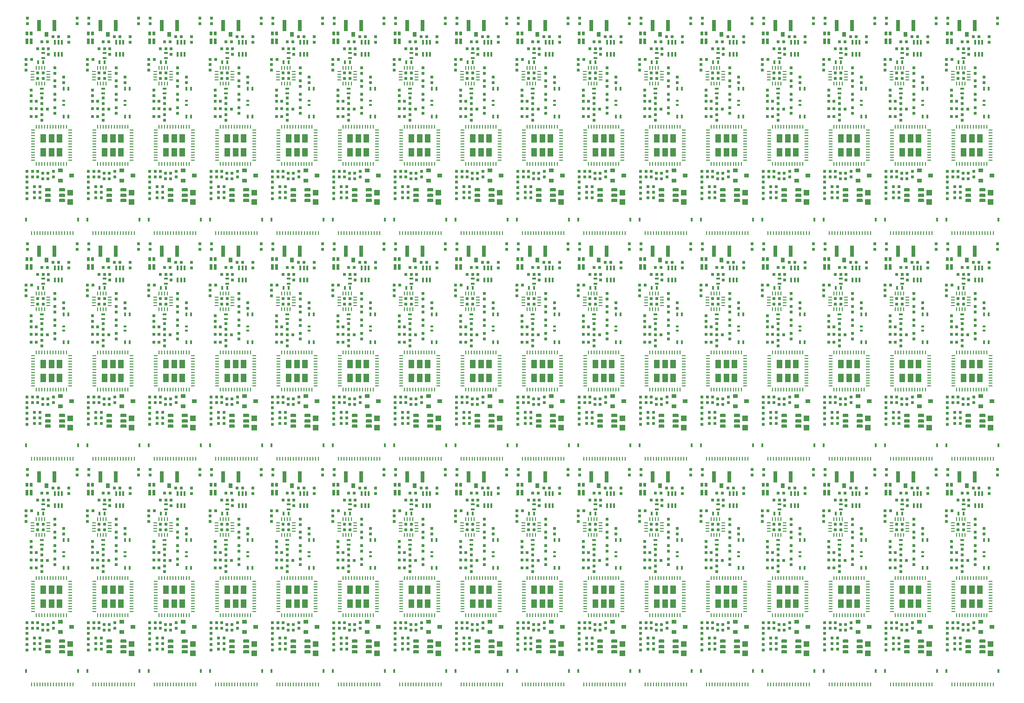
<source format=gtp>
G04 EAGLE Gerber RS-274X export*
G75*
%MOMM*%
%FSLAX34Y34*%
%LPD*%
%INSolderpaste Top*%
%IPPOS*%
%AMOC8*
5,1,8,0,0,1.08239X$1,22.5*%
G01*
%ADD10R,0.250000X0.700000*%
%ADD11R,0.700000X0.250000*%
%ADD12R,1.000000X1.500000*%
%ADD13R,0.250000X0.800000*%
%ADD14R,0.800000X0.250000*%
%ADD15R,0.600000X0.600000*%
%ADD16R,0.450000X0.950000*%
%ADD17R,0.800000X0.850000*%
%ADD18R,0.700000X2.000000*%
%ADD19R,0.660400X0.355600*%
%ADD20R,0.355600X0.660400*%
%ADD21R,0.600000X0.400000*%
%ADD22R,0.550000X0.800000*%
%ADD23R,0.550000X1.000000*%
%ADD24R,1.000000X1.100000*%
%ADD25C,0.180000*%
%ADD26R,0.900000X0.800000*%
%ADD27R,0.400000X0.800000*%
%ADD28R,0.250000X0.650000*%


D10*
X24570Y133640D03*
X29570Y133640D03*
X34570Y133640D03*
X39570Y133640D03*
X44570Y133640D03*
X49570Y133640D03*
X54570Y133640D03*
X59570Y133640D03*
X64570Y133640D03*
X69570Y133640D03*
X74570Y133640D03*
X79570Y133640D03*
D11*
X86070Y140140D03*
X86070Y145140D03*
X86070Y150140D03*
X86070Y155140D03*
X86070Y160140D03*
X86070Y165140D03*
X86070Y170140D03*
X86070Y175140D03*
X86070Y180140D03*
X86070Y185140D03*
X86070Y190140D03*
X86070Y195140D03*
D10*
X79570Y201640D03*
X74570Y201640D03*
X69570Y201640D03*
X64570Y201640D03*
X59570Y201640D03*
X54570Y201640D03*
X49570Y201640D03*
X44570Y201640D03*
X39570Y201640D03*
X34570Y201640D03*
X29570Y201640D03*
X24570Y201640D03*
D11*
X18070Y195140D03*
X18070Y190140D03*
X18070Y185140D03*
X18070Y180140D03*
X18070Y175140D03*
X18070Y170140D03*
X18070Y165140D03*
X18070Y160140D03*
X18070Y155140D03*
X18070Y150140D03*
X18070Y145140D03*
X18070Y140140D03*
D12*
X37070Y155140D03*
X37070Y180140D03*
X67070Y180140D03*
X67070Y155140D03*
X52070Y155140D03*
X52070Y180140D03*
D13*
X24250Y280140D03*
X29250Y280140D03*
X34250Y280140D03*
X39250Y280140D03*
D14*
X46250Y287140D03*
X46250Y292140D03*
X46250Y297140D03*
X46250Y302140D03*
D13*
X39250Y309140D03*
X34250Y309140D03*
X29250Y309140D03*
X24250Y309140D03*
D14*
X17250Y302140D03*
X17250Y297140D03*
X17250Y292140D03*
X17250Y287140D03*
D15*
X26750Y289640D03*
X26750Y299640D03*
X36750Y299640D03*
X36750Y289640D03*
D16*
X58270Y333170D03*
X64770Y333170D03*
X71270Y333170D03*
X71270Y355170D03*
X64770Y355170D03*
X58270Y355170D03*
D15*
X46355Y333455D03*
X46355Y343455D03*
X74295Y292020D03*
X74295Y282020D03*
X54690Y365760D03*
X64690Y365760D03*
D17*
X43180Y369560D03*
D18*
X57180Y385810D03*
X29180Y385810D03*
D15*
X44370Y356235D03*
X34370Y356235D03*
X83820Y355680D03*
X83820Y365680D03*
X7620Y109935D03*
X7620Y119935D03*
X26670Y119935D03*
X26670Y109935D03*
X17145Y119935D03*
X17145Y109935D03*
X36195Y116760D03*
X36195Y106760D03*
X55245Y119935D03*
X55245Y109935D03*
X45720Y116760D03*
X45720Y106760D03*
X14605Y257890D03*
X14605Y267890D03*
X14685Y220345D03*
X24685Y220345D03*
X14685Y234315D03*
X24685Y234315D03*
X14685Y248285D03*
X24685Y248285D03*
X34290Y213440D03*
X34290Y223440D03*
X34290Y243920D03*
X34290Y253920D03*
X44370Y233680D03*
X34370Y233680D03*
D19*
X34290Y262382D03*
X34290Y271018D03*
D20*
X28067Y319405D03*
X36703Y319405D03*
D19*
X36830Y327152D03*
X36830Y335788D03*
D20*
X83058Y219710D03*
X74422Y219710D03*
X83058Y270510D03*
X74422Y270510D03*
D21*
X74295Y241110D03*
X74295Y249110D03*
D15*
X26750Y343535D03*
X36750Y343535D03*
X57785Y275035D03*
X57785Y285035D03*
X57785Y299165D03*
X57785Y309165D03*
D22*
X15430Y371355D03*
X7430Y371355D03*
D23*
X7430Y357355D03*
X15430Y357355D03*
D15*
X57785Y260270D03*
X57785Y250270D03*
X57785Y226140D03*
X57785Y236140D03*
X31035Y92075D03*
X21035Y92075D03*
D24*
X86360Y81525D03*
X86360Y64525D03*
D15*
X7620Y100250D03*
X7620Y90250D03*
D25*
X41070Y84235D02*
X49770Y84235D01*
X41070Y84235D02*
X41070Y88435D01*
X49770Y88435D01*
X49770Y84235D01*
X49770Y85945D02*
X41070Y85945D01*
X41070Y87655D02*
X49770Y87655D01*
X49770Y74735D02*
X41070Y74735D01*
X41070Y78935D01*
X49770Y78935D01*
X49770Y74735D01*
X49770Y76445D02*
X41070Y76445D01*
X41070Y78155D02*
X49770Y78155D01*
X49770Y65235D02*
X41070Y65235D01*
X41070Y69435D01*
X49770Y69435D01*
X49770Y65235D01*
X49770Y66945D02*
X41070Y66945D01*
X41070Y68655D02*
X49770Y68655D01*
X67070Y65235D02*
X75770Y65235D01*
X67070Y65235D02*
X67070Y69435D01*
X75770Y69435D01*
X75770Y65235D01*
X75770Y66945D02*
X67070Y66945D01*
X67070Y68655D02*
X75770Y68655D01*
X75770Y74735D02*
X67070Y74735D01*
X67070Y78935D01*
X75770Y78935D01*
X75770Y74735D01*
X75770Y76445D02*
X67070Y76445D01*
X67070Y78155D02*
X75770Y78155D01*
X75770Y84235D02*
X67070Y84235D01*
X67070Y88435D01*
X75770Y88435D01*
X75770Y84235D01*
X75770Y85945D02*
X67070Y85945D01*
X67070Y87655D02*
X75770Y87655D01*
D26*
X68105Y121895D03*
X68105Y102895D03*
X89105Y112395D03*
D15*
X7620Y80565D03*
X7620Y70565D03*
X31035Y81915D03*
X21035Y81915D03*
X31035Y71755D03*
X21035Y71755D03*
D27*
X100840Y32455D03*
D28*
X90840Y7455D03*
X85840Y7455D03*
D27*
X5840Y32455D03*
D28*
X80840Y7455D03*
X75840Y7455D03*
X70840Y7455D03*
X65840Y7455D03*
X60840Y7455D03*
X55840Y7455D03*
X50840Y7455D03*
X45840Y7455D03*
X40840Y7455D03*
X35840Y7455D03*
X30840Y7455D03*
X25840Y7455D03*
X20840Y7455D03*
X15840Y7455D03*
D15*
X5795Y324485D03*
X15795Y324485D03*
X5715Y304880D03*
X5715Y314880D03*
X8255Y389335D03*
X8255Y399335D03*
X98425Y389335D03*
X98425Y399335D03*
D10*
X136330Y133640D03*
X141330Y133640D03*
X146330Y133640D03*
X151330Y133640D03*
X156330Y133640D03*
X161330Y133640D03*
X166330Y133640D03*
X171330Y133640D03*
X176330Y133640D03*
X181330Y133640D03*
X186330Y133640D03*
X191330Y133640D03*
D11*
X197830Y140140D03*
X197830Y145140D03*
X197830Y150140D03*
X197830Y155140D03*
X197830Y160140D03*
X197830Y165140D03*
X197830Y170140D03*
X197830Y175140D03*
X197830Y180140D03*
X197830Y185140D03*
X197830Y190140D03*
X197830Y195140D03*
D10*
X191330Y201640D03*
X186330Y201640D03*
X181330Y201640D03*
X176330Y201640D03*
X171330Y201640D03*
X166330Y201640D03*
X161330Y201640D03*
X156330Y201640D03*
X151330Y201640D03*
X146330Y201640D03*
X141330Y201640D03*
X136330Y201640D03*
D11*
X129830Y195140D03*
X129830Y190140D03*
X129830Y185140D03*
X129830Y180140D03*
X129830Y175140D03*
X129830Y170140D03*
X129830Y165140D03*
X129830Y160140D03*
X129830Y155140D03*
X129830Y150140D03*
X129830Y145140D03*
X129830Y140140D03*
D12*
X148830Y155140D03*
X148830Y180140D03*
X178830Y180140D03*
X178830Y155140D03*
X163830Y155140D03*
X163830Y180140D03*
D13*
X136010Y280140D03*
X141010Y280140D03*
X146010Y280140D03*
X151010Y280140D03*
D14*
X158010Y287140D03*
X158010Y292140D03*
X158010Y297140D03*
X158010Y302140D03*
D13*
X151010Y309140D03*
X146010Y309140D03*
X141010Y309140D03*
X136010Y309140D03*
D14*
X129010Y302140D03*
X129010Y297140D03*
X129010Y292140D03*
X129010Y287140D03*
D15*
X138510Y289640D03*
X138510Y299640D03*
X148510Y299640D03*
X148510Y289640D03*
D16*
X170030Y333170D03*
X176530Y333170D03*
X183030Y333170D03*
X183030Y355170D03*
X176530Y355170D03*
X170030Y355170D03*
D15*
X158115Y333455D03*
X158115Y343455D03*
X186055Y292020D03*
X186055Y282020D03*
X166450Y365760D03*
X176450Y365760D03*
D17*
X154940Y369560D03*
D18*
X168940Y385810D03*
X140940Y385810D03*
D15*
X156130Y356235D03*
X146130Y356235D03*
X195580Y355680D03*
X195580Y365680D03*
X119380Y109935D03*
X119380Y119935D03*
X138430Y119935D03*
X138430Y109935D03*
X128905Y119935D03*
X128905Y109935D03*
X147955Y116760D03*
X147955Y106760D03*
X167005Y119935D03*
X167005Y109935D03*
X157480Y116760D03*
X157480Y106760D03*
X126365Y257890D03*
X126365Y267890D03*
X126445Y220345D03*
X136445Y220345D03*
X126445Y234315D03*
X136445Y234315D03*
X126445Y248285D03*
X136445Y248285D03*
X146050Y213440D03*
X146050Y223440D03*
X146050Y243920D03*
X146050Y253920D03*
X156130Y233680D03*
X146130Y233680D03*
D19*
X146050Y262382D03*
X146050Y271018D03*
D20*
X139827Y319405D03*
X148463Y319405D03*
D19*
X148590Y327152D03*
X148590Y335788D03*
D20*
X194818Y219710D03*
X186182Y219710D03*
X194818Y270510D03*
X186182Y270510D03*
D21*
X186055Y241110D03*
X186055Y249110D03*
D15*
X138510Y343535D03*
X148510Y343535D03*
X169545Y275035D03*
X169545Y285035D03*
X169545Y299165D03*
X169545Y309165D03*
D22*
X127190Y371355D03*
X119190Y371355D03*
D23*
X119190Y357355D03*
X127190Y357355D03*
D15*
X169545Y260270D03*
X169545Y250270D03*
X169545Y226140D03*
X169545Y236140D03*
X142795Y92075D03*
X132795Y92075D03*
D24*
X198120Y81525D03*
X198120Y64525D03*
D15*
X119380Y100250D03*
X119380Y90250D03*
D25*
X152830Y84235D02*
X161530Y84235D01*
X152830Y84235D02*
X152830Y88435D01*
X161530Y88435D01*
X161530Y84235D01*
X161530Y85945D02*
X152830Y85945D01*
X152830Y87655D02*
X161530Y87655D01*
X161530Y74735D02*
X152830Y74735D01*
X152830Y78935D01*
X161530Y78935D01*
X161530Y74735D01*
X161530Y76445D02*
X152830Y76445D01*
X152830Y78155D02*
X161530Y78155D01*
X161530Y65235D02*
X152830Y65235D01*
X152830Y69435D01*
X161530Y69435D01*
X161530Y65235D01*
X161530Y66945D02*
X152830Y66945D01*
X152830Y68655D02*
X161530Y68655D01*
X178830Y65235D02*
X187530Y65235D01*
X178830Y65235D02*
X178830Y69435D01*
X187530Y69435D01*
X187530Y65235D01*
X187530Y66945D02*
X178830Y66945D01*
X178830Y68655D02*
X187530Y68655D01*
X187530Y74735D02*
X178830Y74735D01*
X178830Y78935D01*
X187530Y78935D01*
X187530Y74735D01*
X187530Y76445D02*
X178830Y76445D01*
X178830Y78155D02*
X187530Y78155D01*
X187530Y84235D02*
X178830Y84235D01*
X178830Y88435D01*
X187530Y88435D01*
X187530Y84235D01*
X187530Y85945D02*
X178830Y85945D01*
X178830Y87655D02*
X187530Y87655D01*
D26*
X179865Y121895D03*
X179865Y102895D03*
X200865Y112395D03*
D15*
X119380Y80565D03*
X119380Y70565D03*
X142795Y81915D03*
X132795Y81915D03*
X142795Y71755D03*
X132795Y71755D03*
D27*
X212600Y32455D03*
D28*
X202600Y7455D03*
X197600Y7455D03*
D27*
X117600Y32455D03*
D28*
X192600Y7455D03*
X187600Y7455D03*
X182600Y7455D03*
X177600Y7455D03*
X172600Y7455D03*
X167600Y7455D03*
X162600Y7455D03*
X157600Y7455D03*
X152600Y7455D03*
X147600Y7455D03*
X142600Y7455D03*
X137600Y7455D03*
X132600Y7455D03*
X127600Y7455D03*
D15*
X117555Y324485D03*
X127555Y324485D03*
X117475Y304880D03*
X117475Y314880D03*
X120015Y389335D03*
X120015Y399335D03*
X210185Y389335D03*
X210185Y399335D03*
D10*
X248090Y133640D03*
X253090Y133640D03*
X258090Y133640D03*
X263090Y133640D03*
X268090Y133640D03*
X273090Y133640D03*
X278090Y133640D03*
X283090Y133640D03*
X288090Y133640D03*
X293090Y133640D03*
X298090Y133640D03*
X303090Y133640D03*
D11*
X309590Y140140D03*
X309590Y145140D03*
X309590Y150140D03*
X309590Y155140D03*
X309590Y160140D03*
X309590Y165140D03*
X309590Y170140D03*
X309590Y175140D03*
X309590Y180140D03*
X309590Y185140D03*
X309590Y190140D03*
X309590Y195140D03*
D10*
X303090Y201640D03*
X298090Y201640D03*
X293090Y201640D03*
X288090Y201640D03*
X283090Y201640D03*
X278090Y201640D03*
X273090Y201640D03*
X268090Y201640D03*
X263090Y201640D03*
X258090Y201640D03*
X253090Y201640D03*
X248090Y201640D03*
D11*
X241590Y195140D03*
X241590Y190140D03*
X241590Y185140D03*
X241590Y180140D03*
X241590Y175140D03*
X241590Y170140D03*
X241590Y165140D03*
X241590Y160140D03*
X241590Y155140D03*
X241590Y150140D03*
X241590Y145140D03*
X241590Y140140D03*
D12*
X260590Y155140D03*
X260590Y180140D03*
X290590Y180140D03*
X290590Y155140D03*
X275590Y155140D03*
X275590Y180140D03*
D13*
X247770Y280140D03*
X252770Y280140D03*
X257770Y280140D03*
X262770Y280140D03*
D14*
X269770Y287140D03*
X269770Y292140D03*
X269770Y297140D03*
X269770Y302140D03*
D13*
X262770Y309140D03*
X257770Y309140D03*
X252770Y309140D03*
X247770Y309140D03*
D14*
X240770Y302140D03*
X240770Y297140D03*
X240770Y292140D03*
X240770Y287140D03*
D15*
X250270Y289640D03*
X250270Y299640D03*
X260270Y299640D03*
X260270Y289640D03*
D16*
X281790Y333170D03*
X288290Y333170D03*
X294790Y333170D03*
X294790Y355170D03*
X288290Y355170D03*
X281790Y355170D03*
D15*
X269875Y333455D03*
X269875Y343455D03*
X297815Y292020D03*
X297815Y282020D03*
X278210Y365760D03*
X288210Y365760D03*
D17*
X266700Y369560D03*
D18*
X280700Y385810D03*
X252700Y385810D03*
D15*
X267890Y356235D03*
X257890Y356235D03*
X307340Y355680D03*
X307340Y365680D03*
X231140Y109935D03*
X231140Y119935D03*
X250190Y119935D03*
X250190Y109935D03*
X240665Y119935D03*
X240665Y109935D03*
X259715Y116760D03*
X259715Y106760D03*
X278765Y119935D03*
X278765Y109935D03*
X269240Y116760D03*
X269240Y106760D03*
X238125Y257890D03*
X238125Y267890D03*
X238205Y220345D03*
X248205Y220345D03*
X238205Y234315D03*
X248205Y234315D03*
X238205Y248285D03*
X248205Y248285D03*
X257810Y213440D03*
X257810Y223440D03*
X257810Y243920D03*
X257810Y253920D03*
X267890Y233680D03*
X257890Y233680D03*
D19*
X257810Y262382D03*
X257810Y271018D03*
D20*
X251587Y319405D03*
X260223Y319405D03*
D19*
X260350Y327152D03*
X260350Y335788D03*
D20*
X306578Y219710D03*
X297942Y219710D03*
X306578Y270510D03*
X297942Y270510D03*
D21*
X297815Y241110D03*
X297815Y249110D03*
D15*
X250270Y343535D03*
X260270Y343535D03*
X281305Y275035D03*
X281305Y285035D03*
X281305Y299165D03*
X281305Y309165D03*
D22*
X238950Y371355D03*
X230950Y371355D03*
D23*
X230950Y357355D03*
X238950Y357355D03*
D15*
X281305Y260270D03*
X281305Y250270D03*
X281305Y226140D03*
X281305Y236140D03*
X254555Y92075D03*
X244555Y92075D03*
D24*
X309880Y81525D03*
X309880Y64525D03*
D15*
X231140Y100250D03*
X231140Y90250D03*
D25*
X264590Y84235D02*
X273290Y84235D01*
X264590Y84235D02*
X264590Y88435D01*
X273290Y88435D01*
X273290Y84235D01*
X273290Y85945D02*
X264590Y85945D01*
X264590Y87655D02*
X273290Y87655D01*
X273290Y74735D02*
X264590Y74735D01*
X264590Y78935D01*
X273290Y78935D01*
X273290Y74735D01*
X273290Y76445D02*
X264590Y76445D01*
X264590Y78155D02*
X273290Y78155D01*
X273290Y65235D02*
X264590Y65235D01*
X264590Y69435D01*
X273290Y69435D01*
X273290Y65235D01*
X273290Y66945D02*
X264590Y66945D01*
X264590Y68655D02*
X273290Y68655D01*
X290590Y65235D02*
X299290Y65235D01*
X290590Y65235D02*
X290590Y69435D01*
X299290Y69435D01*
X299290Y65235D01*
X299290Y66945D02*
X290590Y66945D01*
X290590Y68655D02*
X299290Y68655D01*
X299290Y74735D02*
X290590Y74735D01*
X290590Y78935D01*
X299290Y78935D01*
X299290Y74735D01*
X299290Y76445D02*
X290590Y76445D01*
X290590Y78155D02*
X299290Y78155D01*
X299290Y84235D02*
X290590Y84235D01*
X290590Y88435D01*
X299290Y88435D01*
X299290Y84235D01*
X299290Y85945D02*
X290590Y85945D01*
X290590Y87655D02*
X299290Y87655D01*
D26*
X291625Y121895D03*
X291625Y102895D03*
X312625Y112395D03*
D15*
X231140Y80565D03*
X231140Y70565D03*
X254555Y81915D03*
X244555Y81915D03*
X254555Y71755D03*
X244555Y71755D03*
D27*
X324360Y32455D03*
D28*
X314360Y7455D03*
X309360Y7455D03*
D27*
X229360Y32455D03*
D28*
X304360Y7455D03*
X299360Y7455D03*
X294360Y7455D03*
X289360Y7455D03*
X284360Y7455D03*
X279360Y7455D03*
X274360Y7455D03*
X269360Y7455D03*
X264360Y7455D03*
X259360Y7455D03*
X254360Y7455D03*
X249360Y7455D03*
X244360Y7455D03*
X239360Y7455D03*
D15*
X229315Y324485D03*
X239315Y324485D03*
X229235Y304880D03*
X229235Y314880D03*
X231775Y389335D03*
X231775Y399335D03*
X321945Y389335D03*
X321945Y399335D03*
D10*
X359850Y133640D03*
X364850Y133640D03*
X369850Y133640D03*
X374850Y133640D03*
X379850Y133640D03*
X384850Y133640D03*
X389850Y133640D03*
X394850Y133640D03*
X399850Y133640D03*
X404850Y133640D03*
X409850Y133640D03*
X414850Y133640D03*
D11*
X421350Y140140D03*
X421350Y145140D03*
X421350Y150140D03*
X421350Y155140D03*
X421350Y160140D03*
X421350Y165140D03*
X421350Y170140D03*
X421350Y175140D03*
X421350Y180140D03*
X421350Y185140D03*
X421350Y190140D03*
X421350Y195140D03*
D10*
X414850Y201640D03*
X409850Y201640D03*
X404850Y201640D03*
X399850Y201640D03*
X394850Y201640D03*
X389850Y201640D03*
X384850Y201640D03*
X379850Y201640D03*
X374850Y201640D03*
X369850Y201640D03*
X364850Y201640D03*
X359850Y201640D03*
D11*
X353350Y195140D03*
X353350Y190140D03*
X353350Y185140D03*
X353350Y180140D03*
X353350Y175140D03*
X353350Y170140D03*
X353350Y165140D03*
X353350Y160140D03*
X353350Y155140D03*
X353350Y150140D03*
X353350Y145140D03*
X353350Y140140D03*
D12*
X372350Y155140D03*
X372350Y180140D03*
X402350Y180140D03*
X402350Y155140D03*
X387350Y155140D03*
X387350Y180140D03*
D13*
X359530Y280140D03*
X364530Y280140D03*
X369530Y280140D03*
X374530Y280140D03*
D14*
X381530Y287140D03*
X381530Y292140D03*
X381530Y297140D03*
X381530Y302140D03*
D13*
X374530Y309140D03*
X369530Y309140D03*
X364530Y309140D03*
X359530Y309140D03*
D14*
X352530Y302140D03*
X352530Y297140D03*
X352530Y292140D03*
X352530Y287140D03*
D15*
X362030Y289640D03*
X362030Y299640D03*
X372030Y299640D03*
X372030Y289640D03*
D16*
X393550Y333170D03*
X400050Y333170D03*
X406550Y333170D03*
X406550Y355170D03*
X400050Y355170D03*
X393550Y355170D03*
D15*
X381635Y333455D03*
X381635Y343455D03*
X409575Y292020D03*
X409575Y282020D03*
X389970Y365760D03*
X399970Y365760D03*
D17*
X378460Y369560D03*
D18*
X392460Y385810D03*
X364460Y385810D03*
D15*
X379650Y356235D03*
X369650Y356235D03*
X419100Y355680D03*
X419100Y365680D03*
X342900Y109935D03*
X342900Y119935D03*
X361950Y119935D03*
X361950Y109935D03*
X352425Y119935D03*
X352425Y109935D03*
X371475Y116760D03*
X371475Y106760D03*
X390525Y119935D03*
X390525Y109935D03*
X381000Y116760D03*
X381000Y106760D03*
X349885Y257890D03*
X349885Y267890D03*
X349965Y220345D03*
X359965Y220345D03*
X349965Y234315D03*
X359965Y234315D03*
X349965Y248285D03*
X359965Y248285D03*
X369570Y213440D03*
X369570Y223440D03*
X369570Y243920D03*
X369570Y253920D03*
X379650Y233680D03*
X369650Y233680D03*
D19*
X369570Y262382D03*
X369570Y271018D03*
D20*
X363347Y319405D03*
X371983Y319405D03*
D19*
X372110Y327152D03*
X372110Y335788D03*
D20*
X418338Y219710D03*
X409702Y219710D03*
X418338Y270510D03*
X409702Y270510D03*
D21*
X409575Y241110D03*
X409575Y249110D03*
D15*
X362030Y343535D03*
X372030Y343535D03*
X393065Y275035D03*
X393065Y285035D03*
X393065Y299165D03*
X393065Y309165D03*
D22*
X350710Y371355D03*
X342710Y371355D03*
D23*
X342710Y357355D03*
X350710Y357355D03*
D15*
X393065Y260270D03*
X393065Y250270D03*
X393065Y226140D03*
X393065Y236140D03*
X366315Y92075D03*
X356315Y92075D03*
D24*
X421640Y81525D03*
X421640Y64525D03*
D15*
X342900Y100250D03*
X342900Y90250D03*
D25*
X376350Y84235D02*
X385050Y84235D01*
X376350Y84235D02*
X376350Y88435D01*
X385050Y88435D01*
X385050Y84235D01*
X385050Y85945D02*
X376350Y85945D01*
X376350Y87655D02*
X385050Y87655D01*
X385050Y74735D02*
X376350Y74735D01*
X376350Y78935D01*
X385050Y78935D01*
X385050Y74735D01*
X385050Y76445D02*
X376350Y76445D01*
X376350Y78155D02*
X385050Y78155D01*
X385050Y65235D02*
X376350Y65235D01*
X376350Y69435D01*
X385050Y69435D01*
X385050Y65235D01*
X385050Y66945D02*
X376350Y66945D01*
X376350Y68655D02*
X385050Y68655D01*
X402350Y65235D02*
X411050Y65235D01*
X402350Y65235D02*
X402350Y69435D01*
X411050Y69435D01*
X411050Y65235D01*
X411050Y66945D02*
X402350Y66945D01*
X402350Y68655D02*
X411050Y68655D01*
X411050Y74735D02*
X402350Y74735D01*
X402350Y78935D01*
X411050Y78935D01*
X411050Y74735D01*
X411050Y76445D02*
X402350Y76445D01*
X402350Y78155D02*
X411050Y78155D01*
X411050Y84235D02*
X402350Y84235D01*
X402350Y88435D01*
X411050Y88435D01*
X411050Y84235D01*
X411050Y85945D02*
X402350Y85945D01*
X402350Y87655D02*
X411050Y87655D01*
D26*
X403385Y121895D03*
X403385Y102895D03*
X424385Y112395D03*
D15*
X342900Y80565D03*
X342900Y70565D03*
X366315Y81915D03*
X356315Y81915D03*
X366315Y71755D03*
X356315Y71755D03*
D27*
X436120Y32455D03*
D28*
X426120Y7455D03*
X421120Y7455D03*
D27*
X341120Y32455D03*
D28*
X416120Y7455D03*
X411120Y7455D03*
X406120Y7455D03*
X401120Y7455D03*
X396120Y7455D03*
X391120Y7455D03*
X386120Y7455D03*
X381120Y7455D03*
X376120Y7455D03*
X371120Y7455D03*
X366120Y7455D03*
X361120Y7455D03*
X356120Y7455D03*
X351120Y7455D03*
D15*
X341075Y324485D03*
X351075Y324485D03*
X340995Y304880D03*
X340995Y314880D03*
X343535Y389335D03*
X343535Y399335D03*
X433705Y389335D03*
X433705Y399335D03*
D10*
X471610Y133640D03*
X476610Y133640D03*
X481610Y133640D03*
X486610Y133640D03*
X491610Y133640D03*
X496610Y133640D03*
X501610Y133640D03*
X506610Y133640D03*
X511610Y133640D03*
X516610Y133640D03*
X521610Y133640D03*
X526610Y133640D03*
D11*
X533110Y140140D03*
X533110Y145140D03*
X533110Y150140D03*
X533110Y155140D03*
X533110Y160140D03*
X533110Y165140D03*
X533110Y170140D03*
X533110Y175140D03*
X533110Y180140D03*
X533110Y185140D03*
X533110Y190140D03*
X533110Y195140D03*
D10*
X526610Y201640D03*
X521610Y201640D03*
X516610Y201640D03*
X511610Y201640D03*
X506610Y201640D03*
X501610Y201640D03*
X496610Y201640D03*
X491610Y201640D03*
X486610Y201640D03*
X481610Y201640D03*
X476610Y201640D03*
X471610Y201640D03*
D11*
X465110Y195140D03*
X465110Y190140D03*
X465110Y185140D03*
X465110Y180140D03*
X465110Y175140D03*
X465110Y170140D03*
X465110Y165140D03*
X465110Y160140D03*
X465110Y155140D03*
X465110Y150140D03*
X465110Y145140D03*
X465110Y140140D03*
D12*
X484110Y155140D03*
X484110Y180140D03*
X514110Y180140D03*
X514110Y155140D03*
X499110Y155140D03*
X499110Y180140D03*
D13*
X471290Y280140D03*
X476290Y280140D03*
X481290Y280140D03*
X486290Y280140D03*
D14*
X493290Y287140D03*
X493290Y292140D03*
X493290Y297140D03*
X493290Y302140D03*
D13*
X486290Y309140D03*
X481290Y309140D03*
X476290Y309140D03*
X471290Y309140D03*
D14*
X464290Y302140D03*
X464290Y297140D03*
X464290Y292140D03*
X464290Y287140D03*
D15*
X473790Y289640D03*
X473790Y299640D03*
X483790Y299640D03*
X483790Y289640D03*
D16*
X505310Y333170D03*
X511810Y333170D03*
X518310Y333170D03*
X518310Y355170D03*
X511810Y355170D03*
X505310Y355170D03*
D15*
X493395Y333455D03*
X493395Y343455D03*
X521335Y292020D03*
X521335Y282020D03*
X501730Y365760D03*
X511730Y365760D03*
D17*
X490220Y369560D03*
D18*
X504220Y385810D03*
X476220Y385810D03*
D15*
X491410Y356235D03*
X481410Y356235D03*
X530860Y355680D03*
X530860Y365680D03*
X454660Y109935D03*
X454660Y119935D03*
X473710Y119935D03*
X473710Y109935D03*
X464185Y119935D03*
X464185Y109935D03*
X483235Y116760D03*
X483235Y106760D03*
X502285Y119935D03*
X502285Y109935D03*
X492760Y116760D03*
X492760Y106760D03*
X461645Y257890D03*
X461645Y267890D03*
X461725Y220345D03*
X471725Y220345D03*
X461725Y234315D03*
X471725Y234315D03*
X461725Y248285D03*
X471725Y248285D03*
X481330Y213440D03*
X481330Y223440D03*
X481330Y243920D03*
X481330Y253920D03*
X491410Y233680D03*
X481410Y233680D03*
D19*
X481330Y262382D03*
X481330Y271018D03*
D20*
X475107Y319405D03*
X483743Y319405D03*
D19*
X483870Y327152D03*
X483870Y335788D03*
D20*
X530098Y219710D03*
X521462Y219710D03*
X530098Y270510D03*
X521462Y270510D03*
D21*
X521335Y241110D03*
X521335Y249110D03*
D15*
X473790Y343535D03*
X483790Y343535D03*
X504825Y275035D03*
X504825Y285035D03*
X504825Y299165D03*
X504825Y309165D03*
D22*
X462470Y371355D03*
X454470Y371355D03*
D23*
X454470Y357355D03*
X462470Y357355D03*
D15*
X504825Y260270D03*
X504825Y250270D03*
X504825Y226140D03*
X504825Y236140D03*
X478075Y92075D03*
X468075Y92075D03*
D24*
X533400Y81525D03*
X533400Y64525D03*
D15*
X454660Y100250D03*
X454660Y90250D03*
D25*
X488110Y84235D02*
X496810Y84235D01*
X488110Y84235D02*
X488110Y88435D01*
X496810Y88435D01*
X496810Y84235D01*
X496810Y85945D02*
X488110Y85945D01*
X488110Y87655D02*
X496810Y87655D01*
X496810Y74735D02*
X488110Y74735D01*
X488110Y78935D01*
X496810Y78935D01*
X496810Y74735D01*
X496810Y76445D02*
X488110Y76445D01*
X488110Y78155D02*
X496810Y78155D01*
X496810Y65235D02*
X488110Y65235D01*
X488110Y69435D01*
X496810Y69435D01*
X496810Y65235D01*
X496810Y66945D02*
X488110Y66945D01*
X488110Y68655D02*
X496810Y68655D01*
X514110Y65235D02*
X522810Y65235D01*
X514110Y65235D02*
X514110Y69435D01*
X522810Y69435D01*
X522810Y65235D01*
X522810Y66945D02*
X514110Y66945D01*
X514110Y68655D02*
X522810Y68655D01*
X522810Y74735D02*
X514110Y74735D01*
X514110Y78935D01*
X522810Y78935D01*
X522810Y74735D01*
X522810Y76445D02*
X514110Y76445D01*
X514110Y78155D02*
X522810Y78155D01*
X522810Y84235D02*
X514110Y84235D01*
X514110Y88435D01*
X522810Y88435D01*
X522810Y84235D01*
X522810Y85945D02*
X514110Y85945D01*
X514110Y87655D02*
X522810Y87655D01*
D26*
X515145Y121895D03*
X515145Y102895D03*
X536145Y112395D03*
D15*
X454660Y80565D03*
X454660Y70565D03*
X478075Y81915D03*
X468075Y81915D03*
X478075Y71755D03*
X468075Y71755D03*
D27*
X547880Y32455D03*
D28*
X537880Y7455D03*
X532880Y7455D03*
D27*
X452880Y32455D03*
D28*
X527880Y7455D03*
X522880Y7455D03*
X517880Y7455D03*
X512880Y7455D03*
X507880Y7455D03*
X502880Y7455D03*
X497880Y7455D03*
X492880Y7455D03*
X487880Y7455D03*
X482880Y7455D03*
X477880Y7455D03*
X472880Y7455D03*
X467880Y7455D03*
X462880Y7455D03*
D15*
X452835Y324485D03*
X462835Y324485D03*
X452755Y304880D03*
X452755Y314880D03*
X455295Y389335D03*
X455295Y399335D03*
X545465Y389335D03*
X545465Y399335D03*
D10*
X583370Y133640D03*
X588370Y133640D03*
X593370Y133640D03*
X598370Y133640D03*
X603370Y133640D03*
X608370Y133640D03*
X613370Y133640D03*
X618370Y133640D03*
X623370Y133640D03*
X628370Y133640D03*
X633370Y133640D03*
X638370Y133640D03*
D11*
X644870Y140140D03*
X644870Y145140D03*
X644870Y150140D03*
X644870Y155140D03*
X644870Y160140D03*
X644870Y165140D03*
X644870Y170140D03*
X644870Y175140D03*
X644870Y180140D03*
X644870Y185140D03*
X644870Y190140D03*
X644870Y195140D03*
D10*
X638370Y201640D03*
X633370Y201640D03*
X628370Y201640D03*
X623370Y201640D03*
X618370Y201640D03*
X613370Y201640D03*
X608370Y201640D03*
X603370Y201640D03*
X598370Y201640D03*
X593370Y201640D03*
X588370Y201640D03*
X583370Y201640D03*
D11*
X576870Y195140D03*
X576870Y190140D03*
X576870Y185140D03*
X576870Y180140D03*
X576870Y175140D03*
X576870Y170140D03*
X576870Y165140D03*
X576870Y160140D03*
X576870Y155140D03*
X576870Y150140D03*
X576870Y145140D03*
X576870Y140140D03*
D12*
X595870Y155140D03*
X595870Y180140D03*
X625870Y180140D03*
X625870Y155140D03*
X610870Y155140D03*
X610870Y180140D03*
D13*
X583050Y280140D03*
X588050Y280140D03*
X593050Y280140D03*
X598050Y280140D03*
D14*
X605050Y287140D03*
X605050Y292140D03*
X605050Y297140D03*
X605050Y302140D03*
D13*
X598050Y309140D03*
X593050Y309140D03*
X588050Y309140D03*
X583050Y309140D03*
D14*
X576050Y302140D03*
X576050Y297140D03*
X576050Y292140D03*
X576050Y287140D03*
D15*
X585550Y289640D03*
X585550Y299640D03*
X595550Y299640D03*
X595550Y289640D03*
D16*
X617070Y333170D03*
X623570Y333170D03*
X630070Y333170D03*
X630070Y355170D03*
X623570Y355170D03*
X617070Y355170D03*
D15*
X605155Y333455D03*
X605155Y343455D03*
X633095Y292020D03*
X633095Y282020D03*
X613490Y365760D03*
X623490Y365760D03*
D17*
X601980Y369560D03*
D18*
X615980Y385810D03*
X587980Y385810D03*
D15*
X603170Y356235D03*
X593170Y356235D03*
X642620Y355680D03*
X642620Y365680D03*
X566420Y109935D03*
X566420Y119935D03*
X585470Y119935D03*
X585470Y109935D03*
X575945Y119935D03*
X575945Y109935D03*
X594995Y116760D03*
X594995Y106760D03*
X614045Y119935D03*
X614045Y109935D03*
X604520Y116760D03*
X604520Y106760D03*
X573405Y257890D03*
X573405Y267890D03*
X573485Y220345D03*
X583485Y220345D03*
X573485Y234315D03*
X583485Y234315D03*
X573485Y248285D03*
X583485Y248285D03*
X593090Y213440D03*
X593090Y223440D03*
X593090Y243920D03*
X593090Y253920D03*
X603170Y233680D03*
X593170Y233680D03*
D19*
X593090Y262382D03*
X593090Y271018D03*
D20*
X586867Y319405D03*
X595503Y319405D03*
D19*
X595630Y327152D03*
X595630Y335788D03*
D20*
X641858Y219710D03*
X633222Y219710D03*
X641858Y270510D03*
X633222Y270510D03*
D21*
X633095Y241110D03*
X633095Y249110D03*
D15*
X585550Y343535D03*
X595550Y343535D03*
X616585Y275035D03*
X616585Y285035D03*
X616585Y299165D03*
X616585Y309165D03*
D22*
X574230Y371355D03*
X566230Y371355D03*
D23*
X566230Y357355D03*
X574230Y357355D03*
D15*
X616585Y260270D03*
X616585Y250270D03*
X616585Y226140D03*
X616585Y236140D03*
X589835Y92075D03*
X579835Y92075D03*
D24*
X645160Y81525D03*
X645160Y64525D03*
D15*
X566420Y100250D03*
X566420Y90250D03*
D25*
X599870Y84235D02*
X608570Y84235D01*
X599870Y84235D02*
X599870Y88435D01*
X608570Y88435D01*
X608570Y84235D01*
X608570Y85945D02*
X599870Y85945D01*
X599870Y87655D02*
X608570Y87655D01*
X608570Y74735D02*
X599870Y74735D01*
X599870Y78935D01*
X608570Y78935D01*
X608570Y74735D01*
X608570Y76445D02*
X599870Y76445D01*
X599870Y78155D02*
X608570Y78155D01*
X608570Y65235D02*
X599870Y65235D01*
X599870Y69435D01*
X608570Y69435D01*
X608570Y65235D01*
X608570Y66945D02*
X599870Y66945D01*
X599870Y68655D02*
X608570Y68655D01*
X625870Y65235D02*
X634570Y65235D01*
X625870Y65235D02*
X625870Y69435D01*
X634570Y69435D01*
X634570Y65235D01*
X634570Y66945D02*
X625870Y66945D01*
X625870Y68655D02*
X634570Y68655D01*
X634570Y74735D02*
X625870Y74735D01*
X625870Y78935D01*
X634570Y78935D01*
X634570Y74735D01*
X634570Y76445D02*
X625870Y76445D01*
X625870Y78155D02*
X634570Y78155D01*
X634570Y84235D02*
X625870Y84235D01*
X625870Y88435D01*
X634570Y88435D01*
X634570Y84235D01*
X634570Y85945D02*
X625870Y85945D01*
X625870Y87655D02*
X634570Y87655D01*
D26*
X626905Y121895D03*
X626905Y102895D03*
X647905Y112395D03*
D15*
X566420Y80565D03*
X566420Y70565D03*
X589835Y81915D03*
X579835Y81915D03*
X589835Y71755D03*
X579835Y71755D03*
D27*
X659640Y32455D03*
D28*
X649640Y7455D03*
X644640Y7455D03*
D27*
X564640Y32455D03*
D28*
X639640Y7455D03*
X634640Y7455D03*
X629640Y7455D03*
X624640Y7455D03*
X619640Y7455D03*
X614640Y7455D03*
X609640Y7455D03*
X604640Y7455D03*
X599640Y7455D03*
X594640Y7455D03*
X589640Y7455D03*
X584640Y7455D03*
X579640Y7455D03*
X574640Y7455D03*
D15*
X564595Y324485D03*
X574595Y324485D03*
X564515Y304880D03*
X564515Y314880D03*
X567055Y389335D03*
X567055Y399335D03*
X657225Y389335D03*
X657225Y399335D03*
D10*
X695130Y133640D03*
X700130Y133640D03*
X705130Y133640D03*
X710130Y133640D03*
X715130Y133640D03*
X720130Y133640D03*
X725130Y133640D03*
X730130Y133640D03*
X735130Y133640D03*
X740130Y133640D03*
X745130Y133640D03*
X750130Y133640D03*
D11*
X756630Y140140D03*
X756630Y145140D03*
X756630Y150140D03*
X756630Y155140D03*
X756630Y160140D03*
X756630Y165140D03*
X756630Y170140D03*
X756630Y175140D03*
X756630Y180140D03*
X756630Y185140D03*
X756630Y190140D03*
X756630Y195140D03*
D10*
X750130Y201640D03*
X745130Y201640D03*
X740130Y201640D03*
X735130Y201640D03*
X730130Y201640D03*
X725130Y201640D03*
X720130Y201640D03*
X715130Y201640D03*
X710130Y201640D03*
X705130Y201640D03*
X700130Y201640D03*
X695130Y201640D03*
D11*
X688630Y195140D03*
X688630Y190140D03*
X688630Y185140D03*
X688630Y180140D03*
X688630Y175140D03*
X688630Y170140D03*
X688630Y165140D03*
X688630Y160140D03*
X688630Y155140D03*
X688630Y150140D03*
X688630Y145140D03*
X688630Y140140D03*
D12*
X707630Y155140D03*
X707630Y180140D03*
X737630Y180140D03*
X737630Y155140D03*
X722630Y155140D03*
X722630Y180140D03*
D13*
X694810Y280140D03*
X699810Y280140D03*
X704810Y280140D03*
X709810Y280140D03*
D14*
X716810Y287140D03*
X716810Y292140D03*
X716810Y297140D03*
X716810Y302140D03*
D13*
X709810Y309140D03*
X704810Y309140D03*
X699810Y309140D03*
X694810Y309140D03*
D14*
X687810Y302140D03*
X687810Y297140D03*
X687810Y292140D03*
X687810Y287140D03*
D15*
X697310Y289640D03*
X697310Y299640D03*
X707310Y299640D03*
X707310Y289640D03*
D16*
X728830Y333170D03*
X735330Y333170D03*
X741830Y333170D03*
X741830Y355170D03*
X735330Y355170D03*
X728830Y355170D03*
D15*
X716915Y333455D03*
X716915Y343455D03*
X744855Y292020D03*
X744855Y282020D03*
X725250Y365760D03*
X735250Y365760D03*
D17*
X713740Y369560D03*
D18*
X727740Y385810D03*
X699740Y385810D03*
D15*
X714930Y356235D03*
X704930Y356235D03*
X754380Y355680D03*
X754380Y365680D03*
X678180Y109935D03*
X678180Y119935D03*
X697230Y119935D03*
X697230Y109935D03*
X687705Y119935D03*
X687705Y109935D03*
X706755Y116760D03*
X706755Y106760D03*
X725805Y119935D03*
X725805Y109935D03*
X716280Y116760D03*
X716280Y106760D03*
X685165Y257890D03*
X685165Y267890D03*
X685245Y220345D03*
X695245Y220345D03*
X685245Y234315D03*
X695245Y234315D03*
X685245Y248285D03*
X695245Y248285D03*
X704850Y213440D03*
X704850Y223440D03*
X704850Y243920D03*
X704850Y253920D03*
X714930Y233680D03*
X704930Y233680D03*
D19*
X704850Y262382D03*
X704850Y271018D03*
D20*
X698627Y319405D03*
X707263Y319405D03*
D19*
X707390Y327152D03*
X707390Y335788D03*
D20*
X753618Y219710D03*
X744982Y219710D03*
X753618Y270510D03*
X744982Y270510D03*
D21*
X744855Y241110D03*
X744855Y249110D03*
D15*
X697310Y343535D03*
X707310Y343535D03*
X728345Y275035D03*
X728345Y285035D03*
X728345Y299165D03*
X728345Y309165D03*
D22*
X685990Y371355D03*
X677990Y371355D03*
D23*
X677990Y357355D03*
X685990Y357355D03*
D15*
X728345Y260270D03*
X728345Y250270D03*
X728345Y226140D03*
X728345Y236140D03*
X701595Y92075D03*
X691595Y92075D03*
D24*
X756920Y81525D03*
X756920Y64525D03*
D15*
X678180Y100250D03*
X678180Y90250D03*
D25*
X711630Y84235D02*
X720330Y84235D01*
X711630Y84235D02*
X711630Y88435D01*
X720330Y88435D01*
X720330Y84235D01*
X720330Y85945D02*
X711630Y85945D01*
X711630Y87655D02*
X720330Y87655D01*
X720330Y74735D02*
X711630Y74735D01*
X711630Y78935D01*
X720330Y78935D01*
X720330Y74735D01*
X720330Y76445D02*
X711630Y76445D01*
X711630Y78155D02*
X720330Y78155D01*
X720330Y65235D02*
X711630Y65235D01*
X711630Y69435D01*
X720330Y69435D01*
X720330Y65235D01*
X720330Y66945D02*
X711630Y66945D01*
X711630Y68655D02*
X720330Y68655D01*
X737630Y65235D02*
X746330Y65235D01*
X737630Y65235D02*
X737630Y69435D01*
X746330Y69435D01*
X746330Y65235D01*
X746330Y66945D02*
X737630Y66945D01*
X737630Y68655D02*
X746330Y68655D01*
X746330Y74735D02*
X737630Y74735D01*
X737630Y78935D01*
X746330Y78935D01*
X746330Y74735D01*
X746330Y76445D02*
X737630Y76445D01*
X737630Y78155D02*
X746330Y78155D01*
X746330Y84235D02*
X737630Y84235D01*
X737630Y88435D01*
X746330Y88435D01*
X746330Y84235D01*
X746330Y85945D02*
X737630Y85945D01*
X737630Y87655D02*
X746330Y87655D01*
D26*
X738665Y121895D03*
X738665Y102895D03*
X759665Y112395D03*
D15*
X678180Y80565D03*
X678180Y70565D03*
X701595Y81915D03*
X691595Y81915D03*
X701595Y71755D03*
X691595Y71755D03*
D27*
X771400Y32455D03*
D28*
X761400Y7455D03*
X756400Y7455D03*
D27*
X676400Y32455D03*
D28*
X751400Y7455D03*
X746400Y7455D03*
X741400Y7455D03*
X736400Y7455D03*
X731400Y7455D03*
X726400Y7455D03*
X721400Y7455D03*
X716400Y7455D03*
X711400Y7455D03*
X706400Y7455D03*
X701400Y7455D03*
X696400Y7455D03*
X691400Y7455D03*
X686400Y7455D03*
D15*
X676355Y324485D03*
X686355Y324485D03*
X676275Y304880D03*
X676275Y314880D03*
X678815Y389335D03*
X678815Y399335D03*
X768985Y389335D03*
X768985Y399335D03*
D10*
X806890Y133640D03*
X811890Y133640D03*
X816890Y133640D03*
X821890Y133640D03*
X826890Y133640D03*
X831890Y133640D03*
X836890Y133640D03*
X841890Y133640D03*
X846890Y133640D03*
X851890Y133640D03*
X856890Y133640D03*
X861890Y133640D03*
D11*
X868390Y140140D03*
X868390Y145140D03*
X868390Y150140D03*
X868390Y155140D03*
X868390Y160140D03*
X868390Y165140D03*
X868390Y170140D03*
X868390Y175140D03*
X868390Y180140D03*
X868390Y185140D03*
X868390Y190140D03*
X868390Y195140D03*
D10*
X861890Y201640D03*
X856890Y201640D03*
X851890Y201640D03*
X846890Y201640D03*
X841890Y201640D03*
X836890Y201640D03*
X831890Y201640D03*
X826890Y201640D03*
X821890Y201640D03*
X816890Y201640D03*
X811890Y201640D03*
X806890Y201640D03*
D11*
X800390Y195140D03*
X800390Y190140D03*
X800390Y185140D03*
X800390Y180140D03*
X800390Y175140D03*
X800390Y170140D03*
X800390Y165140D03*
X800390Y160140D03*
X800390Y155140D03*
X800390Y150140D03*
X800390Y145140D03*
X800390Y140140D03*
D12*
X819390Y155140D03*
X819390Y180140D03*
X849390Y180140D03*
X849390Y155140D03*
X834390Y155140D03*
X834390Y180140D03*
D13*
X806570Y280140D03*
X811570Y280140D03*
X816570Y280140D03*
X821570Y280140D03*
D14*
X828570Y287140D03*
X828570Y292140D03*
X828570Y297140D03*
X828570Y302140D03*
D13*
X821570Y309140D03*
X816570Y309140D03*
X811570Y309140D03*
X806570Y309140D03*
D14*
X799570Y302140D03*
X799570Y297140D03*
X799570Y292140D03*
X799570Y287140D03*
D15*
X809070Y289640D03*
X809070Y299640D03*
X819070Y299640D03*
X819070Y289640D03*
D16*
X840590Y333170D03*
X847090Y333170D03*
X853590Y333170D03*
X853590Y355170D03*
X847090Y355170D03*
X840590Y355170D03*
D15*
X828675Y333455D03*
X828675Y343455D03*
X856615Y292020D03*
X856615Y282020D03*
X837010Y365760D03*
X847010Y365760D03*
D17*
X825500Y369560D03*
D18*
X839500Y385810D03*
X811500Y385810D03*
D15*
X826690Y356235D03*
X816690Y356235D03*
X866140Y355680D03*
X866140Y365680D03*
X789940Y109935D03*
X789940Y119935D03*
X808990Y119935D03*
X808990Y109935D03*
X799465Y119935D03*
X799465Y109935D03*
X818515Y116760D03*
X818515Y106760D03*
X837565Y119935D03*
X837565Y109935D03*
X828040Y116760D03*
X828040Y106760D03*
X796925Y257890D03*
X796925Y267890D03*
X797005Y220345D03*
X807005Y220345D03*
X797005Y234315D03*
X807005Y234315D03*
X797005Y248285D03*
X807005Y248285D03*
X816610Y213440D03*
X816610Y223440D03*
X816610Y243920D03*
X816610Y253920D03*
X826690Y233680D03*
X816690Y233680D03*
D19*
X816610Y262382D03*
X816610Y271018D03*
D20*
X810387Y319405D03*
X819023Y319405D03*
D19*
X819150Y327152D03*
X819150Y335788D03*
D20*
X865378Y219710D03*
X856742Y219710D03*
X865378Y270510D03*
X856742Y270510D03*
D21*
X856615Y241110D03*
X856615Y249110D03*
D15*
X809070Y343535D03*
X819070Y343535D03*
X840105Y275035D03*
X840105Y285035D03*
X840105Y299165D03*
X840105Y309165D03*
D22*
X797750Y371355D03*
X789750Y371355D03*
D23*
X789750Y357355D03*
X797750Y357355D03*
D15*
X840105Y260270D03*
X840105Y250270D03*
X840105Y226140D03*
X840105Y236140D03*
X813355Y92075D03*
X803355Y92075D03*
D24*
X868680Y81525D03*
X868680Y64525D03*
D15*
X789940Y100250D03*
X789940Y90250D03*
D25*
X823390Y84235D02*
X832090Y84235D01*
X823390Y84235D02*
X823390Y88435D01*
X832090Y88435D01*
X832090Y84235D01*
X832090Y85945D02*
X823390Y85945D01*
X823390Y87655D02*
X832090Y87655D01*
X832090Y74735D02*
X823390Y74735D01*
X823390Y78935D01*
X832090Y78935D01*
X832090Y74735D01*
X832090Y76445D02*
X823390Y76445D01*
X823390Y78155D02*
X832090Y78155D01*
X832090Y65235D02*
X823390Y65235D01*
X823390Y69435D01*
X832090Y69435D01*
X832090Y65235D01*
X832090Y66945D02*
X823390Y66945D01*
X823390Y68655D02*
X832090Y68655D01*
X849390Y65235D02*
X858090Y65235D01*
X849390Y65235D02*
X849390Y69435D01*
X858090Y69435D01*
X858090Y65235D01*
X858090Y66945D02*
X849390Y66945D01*
X849390Y68655D02*
X858090Y68655D01*
X858090Y74735D02*
X849390Y74735D01*
X849390Y78935D01*
X858090Y78935D01*
X858090Y74735D01*
X858090Y76445D02*
X849390Y76445D01*
X849390Y78155D02*
X858090Y78155D01*
X858090Y84235D02*
X849390Y84235D01*
X849390Y88435D01*
X858090Y88435D01*
X858090Y84235D01*
X858090Y85945D02*
X849390Y85945D01*
X849390Y87655D02*
X858090Y87655D01*
D26*
X850425Y121895D03*
X850425Y102895D03*
X871425Y112395D03*
D15*
X789940Y80565D03*
X789940Y70565D03*
X813355Y81915D03*
X803355Y81915D03*
X813355Y71755D03*
X803355Y71755D03*
D27*
X883160Y32455D03*
D28*
X873160Y7455D03*
X868160Y7455D03*
D27*
X788160Y32455D03*
D28*
X863160Y7455D03*
X858160Y7455D03*
X853160Y7455D03*
X848160Y7455D03*
X843160Y7455D03*
X838160Y7455D03*
X833160Y7455D03*
X828160Y7455D03*
X823160Y7455D03*
X818160Y7455D03*
X813160Y7455D03*
X808160Y7455D03*
X803160Y7455D03*
X798160Y7455D03*
D15*
X788115Y324485D03*
X798115Y324485D03*
X788035Y304880D03*
X788035Y314880D03*
X790575Y389335D03*
X790575Y399335D03*
X880745Y389335D03*
X880745Y399335D03*
D10*
X918650Y133640D03*
X923650Y133640D03*
X928650Y133640D03*
X933650Y133640D03*
X938650Y133640D03*
X943650Y133640D03*
X948650Y133640D03*
X953650Y133640D03*
X958650Y133640D03*
X963650Y133640D03*
X968650Y133640D03*
X973650Y133640D03*
D11*
X980150Y140140D03*
X980150Y145140D03*
X980150Y150140D03*
X980150Y155140D03*
X980150Y160140D03*
X980150Y165140D03*
X980150Y170140D03*
X980150Y175140D03*
X980150Y180140D03*
X980150Y185140D03*
X980150Y190140D03*
X980150Y195140D03*
D10*
X973650Y201640D03*
X968650Y201640D03*
X963650Y201640D03*
X958650Y201640D03*
X953650Y201640D03*
X948650Y201640D03*
X943650Y201640D03*
X938650Y201640D03*
X933650Y201640D03*
X928650Y201640D03*
X923650Y201640D03*
X918650Y201640D03*
D11*
X912150Y195140D03*
X912150Y190140D03*
X912150Y185140D03*
X912150Y180140D03*
X912150Y175140D03*
X912150Y170140D03*
X912150Y165140D03*
X912150Y160140D03*
X912150Y155140D03*
X912150Y150140D03*
X912150Y145140D03*
X912150Y140140D03*
D12*
X931150Y155140D03*
X931150Y180140D03*
X961150Y180140D03*
X961150Y155140D03*
X946150Y155140D03*
X946150Y180140D03*
D13*
X918330Y280140D03*
X923330Y280140D03*
X928330Y280140D03*
X933330Y280140D03*
D14*
X940330Y287140D03*
X940330Y292140D03*
X940330Y297140D03*
X940330Y302140D03*
D13*
X933330Y309140D03*
X928330Y309140D03*
X923330Y309140D03*
X918330Y309140D03*
D14*
X911330Y302140D03*
X911330Y297140D03*
X911330Y292140D03*
X911330Y287140D03*
D15*
X920830Y289640D03*
X920830Y299640D03*
X930830Y299640D03*
X930830Y289640D03*
D16*
X952350Y333170D03*
X958850Y333170D03*
X965350Y333170D03*
X965350Y355170D03*
X958850Y355170D03*
X952350Y355170D03*
D15*
X940435Y333455D03*
X940435Y343455D03*
X968375Y292020D03*
X968375Y282020D03*
X948770Y365760D03*
X958770Y365760D03*
D17*
X937260Y369560D03*
D18*
X951260Y385810D03*
X923260Y385810D03*
D15*
X938450Y356235D03*
X928450Y356235D03*
X977900Y355680D03*
X977900Y365680D03*
X901700Y109935D03*
X901700Y119935D03*
X920750Y119935D03*
X920750Y109935D03*
X911225Y119935D03*
X911225Y109935D03*
X930275Y116760D03*
X930275Y106760D03*
X949325Y119935D03*
X949325Y109935D03*
X939800Y116760D03*
X939800Y106760D03*
X908685Y257890D03*
X908685Y267890D03*
X908765Y220345D03*
X918765Y220345D03*
X908765Y234315D03*
X918765Y234315D03*
X908765Y248285D03*
X918765Y248285D03*
X928370Y213440D03*
X928370Y223440D03*
X928370Y243920D03*
X928370Y253920D03*
X938450Y233680D03*
X928450Y233680D03*
D19*
X928370Y262382D03*
X928370Y271018D03*
D20*
X922147Y319405D03*
X930783Y319405D03*
D19*
X930910Y327152D03*
X930910Y335788D03*
D20*
X977138Y219710D03*
X968502Y219710D03*
X977138Y270510D03*
X968502Y270510D03*
D21*
X968375Y241110D03*
X968375Y249110D03*
D15*
X920830Y343535D03*
X930830Y343535D03*
X951865Y275035D03*
X951865Y285035D03*
X951865Y299165D03*
X951865Y309165D03*
D22*
X909510Y371355D03*
X901510Y371355D03*
D23*
X901510Y357355D03*
X909510Y357355D03*
D15*
X951865Y260270D03*
X951865Y250270D03*
X951865Y226140D03*
X951865Y236140D03*
X925115Y92075D03*
X915115Y92075D03*
D24*
X980440Y81525D03*
X980440Y64525D03*
D15*
X901700Y100250D03*
X901700Y90250D03*
D25*
X935150Y84235D02*
X943850Y84235D01*
X935150Y84235D02*
X935150Y88435D01*
X943850Y88435D01*
X943850Y84235D01*
X943850Y85945D02*
X935150Y85945D01*
X935150Y87655D02*
X943850Y87655D01*
X943850Y74735D02*
X935150Y74735D01*
X935150Y78935D01*
X943850Y78935D01*
X943850Y74735D01*
X943850Y76445D02*
X935150Y76445D01*
X935150Y78155D02*
X943850Y78155D01*
X943850Y65235D02*
X935150Y65235D01*
X935150Y69435D01*
X943850Y69435D01*
X943850Y65235D01*
X943850Y66945D02*
X935150Y66945D01*
X935150Y68655D02*
X943850Y68655D01*
X961150Y65235D02*
X969850Y65235D01*
X961150Y65235D02*
X961150Y69435D01*
X969850Y69435D01*
X969850Y65235D01*
X969850Y66945D02*
X961150Y66945D01*
X961150Y68655D02*
X969850Y68655D01*
X969850Y74735D02*
X961150Y74735D01*
X961150Y78935D01*
X969850Y78935D01*
X969850Y74735D01*
X969850Y76445D02*
X961150Y76445D01*
X961150Y78155D02*
X969850Y78155D01*
X969850Y84235D02*
X961150Y84235D01*
X961150Y88435D01*
X969850Y88435D01*
X969850Y84235D01*
X969850Y85945D02*
X961150Y85945D01*
X961150Y87655D02*
X969850Y87655D01*
D26*
X962185Y121895D03*
X962185Y102895D03*
X983185Y112395D03*
D15*
X901700Y80565D03*
X901700Y70565D03*
X925115Y81915D03*
X915115Y81915D03*
X925115Y71755D03*
X915115Y71755D03*
D27*
X994920Y32455D03*
D28*
X984920Y7455D03*
X979920Y7455D03*
D27*
X899920Y32455D03*
D28*
X974920Y7455D03*
X969920Y7455D03*
X964920Y7455D03*
X959920Y7455D03*
X954920Y7455D03*
X949920Y7455D03*
X944920Y7455D03*
X939920Y7455D03*
X934920Y7455D03*
X929920Y7455D03*
X924920Y7455D03*
X919920Y7455D03*
X914920Y7455D03*
X909920Y7455D03*
D15*
X899875Y324485D03*
X909875Y324485D03*
X899795Y304880D03*
X899795Y314880D03*
X902335Y389335D03*
X902335Y399335D03*
X992505Y389335D03*
X992505Y399335D03*
D10*
X1030410Y133640D03*
X1035410Y133640D03*
X1040410Y133640D03*
X1045410Y133640D03*
X1050410Y133640D03*
X1055410Y133640D03*
X1060410Y133640D03*
X1065410Y133640D03*
X1070410Y133640D03*
X1075410Y133640D03*
X1080410Y133640D03*
X1085410Y133640D03*
D11*
X1091910Y140140D03*
X1091910Y145140D03*
X1091910Y150140D03*
X1091910Y155140D03*
X1091910Y160140D03*
X1091910Y165140D03*
X1091910Y170140D03*
X1091910Y175140D03*
X1091910Y180140D03*
X1091910Y185140D03*
X1091910Y190140D03*
X1091910Y195140D03*
D10*
X1085410Y201640D03*
X1080410Y201640D03*
X1075410Y201640D03*
X1070410Y201640D03*
X1065410Y201640D03*
X1060410Y201640D03*
X1055410Y201640D03*
X1050410Y201640D03*
X1045410Y201640D03*
X1040410Y201640D03*
X1035410Y201640D03*
X1030410Y201640D03*
D11*
X1023910Y195140D03*
X1023910Y190140D03*
X1023910Y185140D03*
X1023910Y180140D03*
X1023910Y175140D03*
X1023910Y170140D03*
X1023910Y165140D03*
X1023910Y160140D03*
X1023910Y155140D03*
X1023910Y150140D03*
X1023910Y145140D03*
X1023910Y140140D03*
D12*
X1042910Y155140D03*
X1042910Y180140D03*
X1072910Y180140D03*
X1072910Y155140D03*
X1057910Y155140D03*
X1057910Y180140D03*
D13*
X1030090Y280140D03*
X1035090Y280140D03*
X1040090Y280140D03*
X1045090Y280140D03*
D14*
X1052090Y287140D03*
X1052090Y292140D03*
X1052090Y297140D03*
X1052090Y302140D03*
D13*
X1045090Y309140D03*
X1040090Y309140D03*
X1035090Y309140D03*
X1030090Y309140D03*
D14*
X1023090Y302140D03*
X1023090Y297140D03*
X1023090Y292140D03*
X1023090Y287140D03*
D15*
X1032590Y289640D03*
X1032590Y299640D03*
X1042590Y299640D03*
X1042590Y289640D03*
D16*
X1064110Y333170D03*
X1070610Y333170D03*
X1077110Y333170D03*
X1077110Y355170D03*
X1070610Y355170D03*
X1064110Y355170D03*
D15*
X1052195Y333455D03*
X1052195Y343455D03*
X1080135Y292020D03*
X1080135Y282020D03*
X1060530Y365760D03*
X1070530Y365760D03*
D17*
X1049020Y369560D03*
D18*
X1063020Y385810D03*
X1035020Y385810D03*
D15*
X1050210Y356235D03*
X1040210Y356235D03*
X1089660Y355680D03*
X1089660Y365680D03*
X1013460Y109935D03*
X1013460Y119935D03*
X1032510Y119935D03*
X1032510Y109935D03*
X1022985Y119935D03*
X1022985Y109935D03*
X1042035Y116760D03*
X1042035Y106760D03*
X1061085Y119935D03*
X1061085Y109935D03*
X1051560Y116760D03*
X1051560Y106760D03*
X1020445Y257890D03*
X1020445Y267890D03*
X1020525Y220345D03*
X1030525Y220345D03*
X1020525Y234315D03*
X1030525Y234315D03*
X1020525Y248285D03*
X1030525Y248285D03*
X1040130Y213440D03*
X1040130Y223440D03*
X1040130Y243920D03*
X1040130Y253920D03*
X1050210Y233680D03*
X1040210Y233680D03*
D19*
X1040130Y262382D03*
X1040130Y271018D03*
D20*
X1033907Y319405D03*
X1042543Y319405D03*
D19*
X1042670Y327152D03*
X1042670Y335788D03*
D20*
X1088898Y219710D03*
X1080262Y219710D03*
X1088898Y270510D03*
X1080262Y270510D03*
D21*
X1080135Y241110D03*
X1080135Y249110D03*
D15*
X1032590Y343535D03*
X1042590Y343535D03*
X1063625Y275035D03*
X1063625Y285035D03*
X1063625Y299165D03*
X1063625Y309165D03*
D22*
X1021270Y371355D03*
X1013270Y371355D03*
D23*
X1013270Y357355D03*
X1021270Y357355D03*
D15*
X1063625Y260270D03*
X1063625Y250270D03*
X1063625Y226140D03*
X1063625Y236140D03*
X1036875Y92075D03*
X1026875Y92075D03*
D24*
X1092200Y81525D03*
X1092200Y64525D03*
D15*
X1013460Y100250D03*
X1013460Y90250D03*
D25*
X1046910Y84235D02*
X1055610Y84235D01*
X1046910Y84235D02*
X1046910Y88435D01*
X1055610Y88435D01*
X1055610Y84235D01*
X1055610Y85945D02*
X1046910Y85945D01*
X1046910Y87655D02*
X1055610Y87655D01*
X1055610Y74735D02*
X1046910Y74735D01*
X1046910Y78935D01*
X1055610Y78935D01*
X1055610Y74735D01*
X1055610Y76445D02*
X1046910Y76445D01*
X1046910Y78155D02*
X1055610Y78155D01*
X1055610Y65235D02*
X1046910Y65235D01*
X1046910Y69435D01*
X1055610Y69435D01*
X1055610Y65235D01*
X1055610Y66945D02*
X1046910Y66945D01*
X1046910Y68655D02*
X1055610Y68655D01*
X1072910Y65235D02*
X1081610Y65235D01*
X1072910Y65235D02*
X1072910Y69435D01*
X1081610Y69435D01*
X1081610Y65235D01*
X1081610Y66945D02*
X1072910Y66945D01*
X1072910Y68655D02*
X1081610Y68655D01*
X1081610Y74735D02*
X1072910Y74735D01*
X1072910Y78935D01*
X1081610Y78935D01*
X1081610Y74735D01*
X1081610Y76445D02*
X1072910Y76445D01*
X1072910Y78155D02*
X1081610Y78155D01*
X1081610Y84235D02*
X1072910Y84235D01*
X1072910Y88435D01*
X1081610Y88435D01*
X1081610Y84235D01*
X1081610Y85945D02*
X1072910Y85945D01*
X1072910Y87655D02*
X1081610Y87655D01*
D26*
X1073945Y121895D03*
X1073945Y102895D03*
X1094945Y112395D03*
D15*
X1013460Y80565D03*
X1013460Y70565D03*
X1036875Y81915D03*
X1026875Y81915D03*
X1036875Y71755D03*
X1026875Y71755D03*
D27*
X1106680Y32455D03*
D28*
X1096680Y7455D03*
X1091680Y7455D03*
D27*
X1011680Y32455D03*
D28*
X1086680Y7455D03*
X1081680Y7455D03*
X1076680Y7455D03*
X1071680Y7455D03*
X1066680Y7455D03*
X1061680Y7455D03*
X1056680Y7455D03*
X1051680Y7455D03*
X1046680Y7455D03*
X1041680Y7455D03*
X1036680Y7455D03*
X1031680Y7455D03*
X1026680Y7455D03*
X1021680Y7455D03*
D15*
X1011635Y324485D03*
X1021635Y324485D03*
X1011555Y304880D03*
X1011555Y314880D03*
X1014095Y389335D03*
X1014095Y399335D03*
X1104265Y389335D03*
X1104265Y399335D03*
D10*
X1142170Y133640D03*
X1147170Y133640D03*
X1152170Y133640D03*
X1157170Y133640D03*
X1162170Y133640D03*
X1167170Y133640D03*
X1172170Y133640D03*
X1177170Y133640D03*
X1182170Y133640D03*
X1187170Y133640D03*
X1192170Y133640D03*
X1197170Y133640D03*
D11*
X1203670Y140140D03*
X1203670Y145140D03*
X1203670Y150140D03*
X1203670Y155140D03*
X1203670Y160140D03*
X1203670Y165140D03*
X1203670Y170140D03*
X1203670Y175140D03*
X1203670Y180140D03*
X1203670Y185140D03*
X1203670Y190140D03*
X1203670Y195140D03*
D10*
X1197170Y201640D03*
X1192170Y201640D03*
X1187170Y201640D03*
X1182170Y201640D03*
X1177170Y201640D03*
X1172170Y201640D03*
X1167170Y201640D03*
X1162170Y201640D03*
X1157170Y201640D03*
X1152170Y201640D03*
X1147170Y201640D03*
X1142170Y201640D03*
D11*
X1135670Y195140D03*
X1135670Y190140D03*
X1135670Y185140D03*
X1135670Y180140D03*
X1135670Y175140D03*
X1135670Y170140D03*
X1135670Y165140D03*
X1135670Y160140D03*
X1135670Y155140D03*
X1135670Y150140D03*
X1135670Y145140D03*
X1135670Y140140D03*
D12*
X1154670Y155140D03*
X1154670Y180140D03*
X1184670Y180140D03*
X1184670Y155140D03*
X1169670Y155140D03*
X1169670Y180140D03*
D13*
X1141850Y280140D03*
X1146850Y280140D03*
X1151850Y280140D03*
X1156850Y280140D03*
D14*
X1163850Y287140D03*
X1163850Y292140D03*
X1163850Y297140D03*
X1163850Y302140D03*
D13*
X1156850Y309140D03*
X1151850Y309140D03*
X1146850Y309140D03*
X1141850Y309140D03*
D14*
X1134850Y302140D03*
X1134850Y297140D03*
X1134850Y292140D03*
X1134850Y287140D03*
D15*
X1144350Y289640D03*
X1144350Y299640D03*
X1154350Y299640D03*
X1154350Y289640D03*
D16*
X1175870Y333170D03*
X1182370Y333170D03*
X1188870Y333170D03*
X1188870Y355170D03*
X1182370Y355170D03*
X1175870Y355170D03*
D15*
X1163955Y333455D03*
X1163955Y343455D03*
X1191895Y292020D03*
X1191895Y282020D03*
X1172290Y365760D03*
X1182290Y365760D03*
D17*
X1160780Y369560D03*
D18*
X1174780Y385810D03*
X1146780Y385810D03*
D15*
X1161970Y356235D03*
X1151970Y356235D03*
X1201420Y355680D03*
X1201420Y365680D03*
X1125220Y109935D03*
X1125220Y119935D03*
X1144270Y119935D03*
X1144270Y109935D03*
X1134745Y119935D03*
X1134745Y109935D03*
X1153795Y116760D03*
X1153795Y106760D03*
X1172845Y119935D03*
X1172845Y109935D03*
X1163320Y116760D03*
X1163320Y106760D03*
X1132205Y257890D03*
X1132205Y267890D03*
X1132285Y220345D03*
X1142285Y220345D03*
X1132285Y234315D03*
X1142285Y234315D03*
X1132285Y248285D03*
X1142285Y248285D03*
X1151890Y213440D03*
X1151890Y223440D03*
X1151890Y243920D03*
X1151890Y253920D03*
X1161970Y233680D03*
X1151970Y233680D03*
D19*
X1151890Y262382D03*
X1151890Y271018D03*
D20*
X1145667Y319405D03*
X1154303Y319405D03*
D19*
X1154430Y327152D03*
X1154430Y335788D03*
D20*
X1200658Y219710D03*
X1192022Y219710D03*
X1200658Y270510D03*
X1192022Y270510D03*
D21*
X1191895Y241110D03*
X1191895Y249110D03*
D15*
X1144350Y343535D03*
X1154350Y343535D03*
X1175385Y275035D03*
X1175385Y285035D03*
X1175385Y299165D03*
X1175385Y309165D03*
D22*
X1133030Y371355D03*
X1125030Y371355D03*
D23*
X1125030Y357355D03*
X1133030Y357355D03*
D15*
X1175385Y260270D03*
X1175385Y250270D03*
X1175385Y226140D03*
X1175385Y236140D03*
X1148635Y92075D03*
X1138635Y92075D03*
D24*
X1203960Y81525D03*
X1203960Y64525D03*
D15*
X1125220Y100250D03*
X1125220Y90250D03*
D25*
X1158670Y84235D02*
X1167370Y84235D01*
X1158670Y84235D02*
X1158670Y88435D01*
X1167370Y88435D01*
X1167370Y84235D01*
X1167370Y85945D02*
X1158670Y85945D01*
X1158670Y87655D02*
X1167370Y87655D01*
X1167370Y74735D02*
X1158670Y74735D01*
X1158670Y78935D01*
X1167370Y78935D01*
X1167370Y74735D01*
X1167370Y76445D02*
X1158670Y76445D01*
X1158670Y78155D02*
X1167370Y78155D01*
X1167370Y65235D02*
X1158670Y65235D01*
X1158670Y69435D01*
X1167370Y69435D01*
X1167370Y65235D01*
X1167370Y66945D02*
X1158670Y66945D01*
X1158670Y68655D02*
X1167370Y68655D01*
X1184670Y65235D02*
X1193370Y65235D01*
X1184670Y65235D02*
X1184670Y69435D01*
X1193370Y69435D01*
X1193370Y65235D01*
X1193370Y66945D02*
X1184670Y66945D01*
X1184670Y68655D02*
X1193370Y68655D01*
X1193370Y74735D02*
X1184670Y74735D01*
X1184670Y78935D01*
X1193370Y78935D01*
X1193370Y74735D01*
X1193370Y76445D02*
X1184670Y76445D01*
X1184670Y78155D02*
X1193370Y78155D01*
X1193370Y84235D02*
X1184670Y84235D01*
X1184670Y88435D01*
X1193370Y88435D01*
X1193370Y84235D01*
X1193370Y85945D02*
X1184670Y85945D01*
X1184670Y87655D02*
X1193370Y87655D01*
D26*
X1185705Y121895D03*
X1185705Y102895D03*
X1206705Y112395D03*
D15*
X1125220Y80565D03*
X1125220Y70565D03*
X1148635Y81915D03*
X1138635Y81915D03*
X1148635Y71755D03*
X1138635Y71755D03*
D27*
X1218440Y32455D03*
D28*
X1208440Y7455D03*
X1203440Y7455D03*
D27*
X1123440Y32455D03*
D28*
X1198440Y7455D03*
X1193440Y7455D03*
X1188440Y7455D03*
X1183440Y7455D03*
X1178440Y7455D03*
X1173440Y7455D03*
X1168440Y7455D03*
X1163440Y7455D03*
X1158440Y7455D03*
X1153440Y7455D03*
X1148440Y7455D03*
X1143440Y7455D03*
X1138440Y7455D03*
X1133440Y7455D03*
D15*
X1123395Y324485D03*
X1133395Y324485D03*
X1123315Y304880D03*
X1123315Y314880D03*
X1125855Y389335D03*
X1125855Y399335D03*
X1216025Y389335D03*
X1216025Y399335D03*
D10*
X1253930Y133640D03*
X1258930Y133640D03*
X1263930Y133640D03*
X1268930Y133640D03*
X1273930Y133640D03*
X1278930Y133640D03*
X1283930Y133640D03*
X1288930Y133640D03*
X1293930Y133640D03*
X1298930Y133640D03*
X1303930Y133640D03*
X1308930Y133640D03*
D11*
X1315430Y140140D03*
X1315430Y145140D03*
X1315430Y150140D03*
X1315430Y155140D03*
X1315430Y160140D03*
X1315430Y165140D03*
X1315430Y170140D03*
X1315430Y175140D03*
X1315430Y180140D03*
X1315430Y185140D03*
X1315430Y190140D03*
X1315430Y195140D03*
D10*
X1308930Y201640D03*
X1303930Y201640D03*
X1298930Y201640D03*
X1293930Y201640D03*
X1288930Y201640D03*
X1283930Y201640D03*
X1278930Y201640D03*
X1273930Y201640D03*
X1268930Y201640D03*
X1263930Y201640D03*
X1258930Y201640D03*
X1253930Y201640D03*
D11*
X1247430Y195140D03*
X1247430Y190140D03*
X1247430Y185140D03*
X1247430Y180140D03*
X1247430Y175140D03*
X1247430Y170140D03*
X1247430Y165140D03*
X1247430Y160140D03*
X1247430Y155140D03*
X1247430Y150140D03*
X1247430Y145140D03*
X1247430Y140140D03*
D12*
X1266430Y155140D03*
X1266430Y180140D03*
X1296430Y180140D03*
X1296430Y155140D03*
X1281430Y155140D03*
X1281430Y180140D03*
D13*
X1253610Y280140D03*
X1258610Y280140D03*
X1263610Y280140D03*
X1268610Y280140D03*
D14*
X1275610Y287140D03*
X1275610Y292140D03*
X1275610Y297140D03*
X1275610Y302140D03*
D13*
X1268610Y309140D03*
X1263610Y309140D03*
X1258610Y309140D03*
X1253610Y309140D03*
D14*
X1246610Y302140D03*
X1246610Y297140D03*
X1246610Y292140D03*
X1246610Y287140D03*
D15*
X1256110Y289640D03*
X1256110Y299640D03*
X1266110Y299640D03*
X1266110Y289640D03*
D16*
X1287630Y333170D03*
X1294130Y333170D03*
X1300630Y333170D03*
X1300630Y355170D03*
X1294130Y355170D03*
X1287630Y355170D03*
D15*
X1275715Y333455D03*
X1275715Y343455D03*
X1303655Y292020D03*
X1303655Y282020D03*
X1284050Y365760D03*
X1294050Y365760D03*
D17*
X1272540Y369560D03*
D18*
X1286540Y385810D03*
X1258540Y385810D03*
D15*
X1273730Y356235D03*
X1263730Y356235D03*
X1313180Y355680D03*
X1313180Y365680D03*
X1236980Y109935D03*
X1236980Y119935D03*
X1256030Y119935D03*
X1256030Y109935D03*
X1246505Y119935D03*
X1246505Y109935D03*
X1265555Y116760D03*
X1265555Y106760D03*
X1284605Y119935D03*
X1284605Y109935D03*
X1275080Y116760D03*
X1275080Y106760D03*
X1243965Y257890D03*
X1243965Y267890D03*
X1244045Y220345D03*
X1254045Y220345D03*
X1244045Y234315D03*
X1254045Y234315D03*
X1244045Y248285D03*
X1254045Y248285D03*
X1263650Y213440D03*
X1263650Y223440D03*
X1263650Y243920D03*
X1263650Y253920D03*
X1273730Y233680D03*
X1263730Y233680D03*
D19*
X1263650Y262382D03*
X1263650Y271018D03*
D20*
X1257427Y319405D03*
X1266063Y319405D03*
D19*
X1266190Y327152D03*
X1266190Y335788D03*
D20*
X1312418Y219710D03*
X1303782Y219710D03*
X1312418Y270510D03*
X1303782Y270510D03*
D21*
X1303655Y241110D03*
X1303655Y249110D03*
D15*
X1256110Y343535D03*
X1266110Y343535D03*
X1287145Y275035D03*
X1287145Y285035D03*
X1287145Y299165D03*
X1287145Y309165D03*
D22*
X1244790Y371355D03*
X1236790Y371355D03*
D23*
X1236790Y357355D03*
X1244790Y357355D03*
D15*
X1287145Y260270D03*
X1287145Y250270D03*
X1287145Y226140D03*
X1287145Y236140D03*
X1260395Y92075D03*
X1250395Y92075D03*
D24*
X1315720Y81525D03*
X1315720Y64525D03*
D15*
X1236980Y100250D03*
X1236980Y90250D03*
D25*
X1270430Y84235D02*
X1279130Y84235D01*
X1270430Y84235D02*
X1270430Y88435D01*
X1279130Y88435D01*
X1279130Y84235D01*
X1279130Y85945D02*
X1270430Y85945D01*
X1270430Y87655D02*
X1279130Y87655D01*
X1279130Y74735D02*
X1270430Y74735D01*
X1270430Y78935D01*
X1279130Y78935D01*
X1279130Y74735D01*
X1279130Y76445D02*
X1270430Y76445D01*
X1270430Y78155D02*
X1279130Y78155D01*
X1279130Y65235D02*
X1270430Y65235D01*
X1270430Y69435D01*
X1279130Y69435D01*
X1279130Y65235D01*
X1279130Y66945D02*
X1270430Y66945D01*
X1270430Y68655D02*
X1279130Y68655D01*
X1296430Y65235D02*
X1305130Y65235D01*
X1296430Y65235D02*
X1296430Y69435D01*
X1305130Y69435D01*
X1305130Y65235D01*
X1305130Y66945D02*
X1296430Y66945D01*
X1296430Y68655D02*
X1305130Y68655D01*
X1305130Y74735D02*
X1296430Y74735D01*
X1296430Y78935D01*
X1305130Y78935D01*
X1305130Y74735D01*
X1305130Y76445D02*
X1296430Y76445D01*
X1296430Y78155D02*
X1305130Y78155D01*
X1305130Y84235D02*
X1296430Y84235D01*
X1296430Y88435D01*
X1305130Y88435D01*
X1305130Y84235D01*
X1305130Y85945D02*
X1296430Y85945D01*
X1296430Y87655D02*
X1305130Y87655D01*
D26*
X1297465Y121895D03*
X1297465Y102895D03*
X1318465Y112395D03*
D15*
X1236980Y80565D03*
X1236980Y70565D03*
X1260395Y81915D03*
X1250395Y81915D03*
X1260395Y71755D03*
X1250395Y71755D03*
D27*
X1330200Y32455D03*
D28*
X1320200Y7455D03*
X1315200Y7455D03*
D27*
X1235200Y32455D03*
D28*
X1310200Y7455D03*
X1305200Y7455D03*
X1300200Y7455D03*
X1295200Y7455D03*
X1290200Y7455D03*
X1285200Y7455D03*
X1280200Y7455D03*
X1275200Y7455D03*
X1270200Y7455D03*
X1265200Y7455D03*
X1260200Y7455D03*
X1255200Y7455D03*
X1250200Y7455D03*
X1245200Y7455D03*
D15*
X1235155Y324485D03*
X1245155Y324485D03*
X1235075Y304880D03*
X1235075Y314880D03*
X1237615Y389335D03*
X1237615Y399335D03*
X1327785Y389335D03*
X1327785Y399335D03*
D10*
X1365690Y133640D03*
X1370690Y133640D03*
X1375690Y133640D03*
X1380690Y133640D03*
X1385690Y133640D03*
X1390690Y133640D03*
X1395690Y133640D03*
X1400690Y133640D03*
X1405690Y133640D03*
X1410690Y133640D03*
X1415690Y133640D03*
X1420690Y133640D03*
D11*
X1427190Y140140D03*
X1427190Y145140D03*
X1427190Y150140D03*
X1427190Y155140D03*
X1427190Y160140D03*
X1427190Y165140D03*
X1427190Y170140D03*
X1427190Y175140D03*
X1427190Y180140D03*
X1427190Y185140D03*
X1427190Y190140D03*
X1427190Y195140D03*
D10*
X1420690Y201640D03*
X1415690Y201640D03*
X1410690Y201640D03*
X1405690Y201640D03*
X1400690Y201640D03*
X1395690Y201640D03*
X1390690Y201640D03*
X1385690Y201640D03*
X1380690Y201640D03*
X1375690Y201640D03*
X1370690Y201640D03*
X1365690Y201640D03*
D11*
X1359190Y195140D03*
X1359190Y190140D03*
X1359190Y185140D03*
X1359190Y180140D03*
X1359190Y175140D03*
X1359190Y170140D03*
X1359190Y165140D03*
X1359190Y160140D03*
X1359190Y155140D03*
X1359190Y150140D03*
X1359190Y145140D03*
X1359190Y140140D03*
D12*
X1378190Y155140D03*
X1378190Y180140D03*
X1408190Y180140D03*
X1408190Y155140D03*
X1393190Y155140D03*
X1393190Y180140D03*
D13*
X1365370Y280140D03*
X1370370Y280140D03*
X1375370Y280140D03*
X1380370Y280140D03*
D14*
X1387370Y287140D03*
X1387370Y292140D03*
X1387370Y297140D03*
X1387370Y302140D03*
D13*
X1380370Y309140D03*
X1375370Y309140D03*
X1370370Y309140D03*
X1365370Y309140D03*
D14*
X1358370Y302140D03*
X1358370Y297140D03*
X1358370Y292140D03*
X1358370Y287140D03*
D15*
X1367870Y289640D03*
X1367870Y299640D03*
X1377870Y299640D03*
X1377870Y289640D03*
D16*
X1399390Y333170D03*
X1405890Y333170D03*
X1412390Y333170D03*
X1412390Y355170D03*
X1405890Y355170D03*
X1399390Y355170D03*
D15*
X1387475Y333455D03*
X1387475Y343455D03*
X1415415Y292020D03*
X1415415Y282020D03*
X1395810Y365760D03*
X1405810Y365760D03*
D17*
X1384300Y369560D03*
D18*
X1398300Y385810D03*
X1370300Y385810D03*
D15*
X1385490Y356235D03*
X1375490Y356235D03*
X1424940Y355680D03*
X1424940Y365680D03*
X1348740Y109935D03*
X1348740Y119935D03*
X1367790Y119935D03*
X1367790Y109935D03*
X1358265Y119935D03*
X1358265Y109935D03*
X1377315Y116760D03*
X1377315Y106760D03*
X1396365Y119935D03*
X1396365Y109935D03*
X1386840Y116760D03*
X1386840Y106760D03*
X1355725Y257890D03*
X1355725Y267890D03*
X1355805Y220345D03*
X1365805Y220345D03*
X1355805Y234315D03*
X1365805Y234315D03*
X1355805Y248285D03*
X1365805Y248285D03*
X1375410Y213440D03*
X1375410Y223440D03*
X1375410Y243920D03*
X1375410Y253920D03*
X1385490Y233680D03*
X1375490Y233680D03*
D19*
X1375410Y262382D03*
X1375410Y271018D03*
D20*
X1369187Y319405D03*
X1377823Y319405D03*
D19*
X1377950Y327152D03*
X1377950Y335788D03*
D20*
X1424178Y219710D03*
X1415542Y219710D03*
X1424178Y270510D03*
X1415542Y270510D03*
D21*
X1415415Y241110D03*
X1415415Y249110D03*
D15*
X1367870Y343535D03*
X1377870Y343535D03*
X1398905Y275035D03*
X1398905Y285035D03*
X1398905Y299165D03*
X1398905Y309165D03*
D22*
X1356550Y371355D03*
X1348550Y371355D03*
D23*
X1348550Y357355D03*
X1356550Y357355D03*
D15*
X1398905Y260270D03*
X1398905Y250270D03*
X1398905Y226140D03*
X1398905Y236140D03*
X1372155Y92075D03*
X1362155Y92075D03*
D24*
X1427480Y81525D03*
X1427480Y64525D03*
D15*
X1348740Y100250D03*
X1348740Y90250D03*
D25*
X1382190Y84235D02*
X1390890Y84235D01*
X1382190Y84235D02*
X1382190Y88435D01*
X1390890Y88435D01*
X1390890Y84235D01*
X1390890Y85945D02*
X1382190Y85945D01*
X1382190Y87655D02*
X1390890Y87655D01*
X1390890Y74735D02*
X1382190Y74735D01*
X1382190Y78935D01*
X1390890Y78935D01*
X1390890Y74735D01*
X1390890Y76445D02*
X1382190Y76445D01*
X1382190Y78155D02*
X1390890Y78155D01*
X1390890Y65235D02*
X1382190Y65235D01*
X1382190Y69435D01*
X1390890Y69435D01*
X1390890Y65235D01*
X1390890Y66945D02*
X1382190Y66945D01*
X1382190Y68655D02*
X1390890Y68655D01*
X1408190Y65235D02*
X1416890Y65235D01*
X1408190Y65235D02*
X1408190Y69435D01*
X1416890Y69435D01*
X1416890Y65235D01*
X1416890Y66945D02*
X1408190Y66945D01*
X1408190Y68655D02*
X1416890Y68655D01*
X1416890Y74735D02*
X1408190Y74735D01*
X1408190Y78935D01*
X1416890Y78935D01*
X1416890Y74735D01*
X1416890Y76445D02*
X1408190Y76445D01*
X1408190Y78155D02*
X1416890Y78155D01*
X1416890Y84235D02*
X1408190Y84235D01*
X1408190Y88435D01*
X1416890Y88435D01*
X1416890Y84235D01*
X1416890Y85945D02*
X1408190Y85945D01*
X1408190Y87655D02*
X1416890Y87655D01*
D26*
X1409225Y121895D03*
X1409225Y102895D03*
X1430225Y112395D03*
D15*
X1348740Y80565D03*
X1348740Y70565D03*
X1372155Y81915D03*
X1362155Y81915D03*
X1372155Y71755D03*
X1362155Y71755D03*
D27*
X1441960Y32455D03*
D28*
X1431960Y7455D03*
X1426960Y7455D03*
D27*
X1346960Y32455D03*
D28*
X1421960Y7455D03*
X1416960Y7455D03*
X1411960Y7455D03*
X1406960Y7455D03*
X1401960Y7455D03*
X1396960Y7455D03*
X1391960Y7455D03*
X1386960Y7455D03*
X1381960Y7455D03*
X1376960Y7455D03*
X1371960Y7455D03*
X1366960Y7455D03*
X1361960Y7455D03*
X1356960Y7455D03*
D15*
X1346915Y324485D03*
X1356915Y324485D03*
X1346835Y304880D03*
X1346835Y314880D03*
X1349375Y389335D03*
X1349375Y399335D03*
X1439545Y389335D03*
X1439545Y399335D03*
D10*
X1477450Y133640D03*
X1482450Y133640D03*
X1487450Y133640D03*
X1492450Y133640D03*
X1497450Y133640D03*
X1502450Y133640D03*
X1507450Y133640D03*
X1512450Y133640D03*
X1517450Y133640D03*
X1522450Y133640D03*
X1527450Y133640D03*
X1532450Y133640D03*
D11*
X1538950Y140140D03*
X1538950Y145140D03*
X1538950Y150140D03*
X1538950Y155140D03*
X1538950Y160140D03*
X1538950Y165140D03*
X1538950Y170140D03*
X1538950Y175140D03*
X1538950Y180140D03*
X1538950Y185140D03*
X1538950Y190140D03*
X1538950Y195140D03*
D10*
X1532450Y201640D03*
X1527450Y201640D03*
X1522450Y201640D03*
X1517450Y201640D03*
X1512450Y201640D03*
X1507450Y201640D03*
X1502450Y201640D03*
X1497450Y201640D03*
X1492450Y201640D03*
X1487450Y201640D03*
X1482450Y201640D03*
X1477450Y201640D03*
D11*
X1470950Y195140D03*
X1470950Y190140D03*
X1470950Y185140D03*
X1470950Y180140D03*
X1470950Y175140D03*
X1470950Y170140D03*
X1470950Y165140D03*
X1470950Y160140D03*
X1470950Y155140D03*
X1470950Y150140D03*
X1470950Y145140D03*
X1470950Y140140D03*
D12*
X1489950Y155140D03*
X1489950Y180140D03*
X1519950Y180140D03*
X1519950Y155140D03*
X1504950Y155140D03*
X1504950Y180140D03*
D13*
X1477130Y280140D03*
X1482130Y280140D03*
X1487130Y280140D03*
X1492130Y280140D03*
D14*
X1499130Y287140D03*
X1499130Y292140D03*
X1499130Y297140D03*
X1499130Y302140D03*
D13*
X1492130Y309140D03*
X1487130Y309140D03*
X1482130Y309140D03*
X1477130Y309140D03*
D14*
X1470130Y302140D03*
X1470130Y297140D03*
X1470130Y292140D03*
X1470130Y287140D03*
D15*
X1479630Y289640D03*
X1479630Y299640D03*
X1489630Y299640D03*
X1489630Y289640D03*
D16*
X1511150Y333170D03*
X1517650Y333170D03*
X1524150Y333170D03*
X1524150Y355170D03*
X1517650Y355170D03*
X1511150Y355170D03*
D15*
X1499235Y333455D03*
X1499235Y343455D03*
X1527175Y292020D03*
X1527175Y282020D03*
X1507570Y365760D03*
X1517570Y365760D03*
D17*
X1496060Y369560D03*
D18*
X1510060Y385810D03*
X1482060Y385810D03*
D15*
X1497250Y356235D03*
X1487250Y356235D03*
X1536700Y355680D03*
X1536700Y365680D03*
X1460500Y109935D03*
X1460500Y119935D03*
X1479550Y119935D03*
X1479550Y109935D03*
X1470025Y119935D03*
X1470025Y109935D03*
X1489075Y116760D03*
X1489075Y106760D03*
X1508125Y119935D03*
X1508125Y109935D03*
X1498600Y116760D03*
X1498600Y106760D03*
X1467485Y257890D03*
X1467485Y267890D03*
X1467565Y220345D03*
X1477565Y220345D03*
X1467565Y234315D03*
X1477565Y234315D03*
X1467565Y248285D03*
X1477565Y248285D03*
X1487170Y213440D03*
X1487170Y223440D03*
X1487170Y243920D03*
X1487170Y253920D03*
X1497250Y233680D03*
X1487250Y233680D03*
D19*
X1487170Y262382D03*
X1487170Y271018D03*
D20*
X1480947Y319405D03*
X1489583Y319405D03*
D19*
X1489710Y327152D03*
X1489710Y335788D03*
D20*
X1535938Y219710D03*
X1527302Y219710D03*
X1535938Y270510D03*
X1527302Y270510D03*
D21*
X1527175Y241110D03*
X1527175Y249110D03*
D15*
X1479630Y343535D03*
X1489630Y343535D03*
X1510665Y275035D03*
X1510665Y285035D03*
X1510665Y299165D03*
X1510665Y309165D03*
D22*
X1468310Y371355D03*
X1460310Y371355D03*
D23*
X1460310Y357355D03*
X1468310Y357355D03*
D15*
X1510665Y260270D03*
X1510665Y250270D03*
X1510665Y226140D03*
X1510665Y236140D03*
X1483915Y92075D03*
X1473915Y92075D03*
D24*
X1539240Y81525D03*
X1539240Y64525D03*
D15*
X1460500Y100250D03*
X1460500Y90250D03*
D25*
X1493950Y84235D02*
X1502650Y84235D01*
X1493950Y84235D02*
X1493950Y88435D01*
X1502650Y88435D01*
X1502650Y84235D01*
X1502650Y85945D02*
X1493950Y85945D01*
X1493950Y87655D02*
X1502650Y87655D01*
X1502650Y74735D02*
X1493950Y74735D01*
X1493950Y78935D01*
X1502650Y78935D01*
X1502650Y74735D01*
X1502650Y76445D02*
X1493950Y76445D01*
X1493950Y78155D02*
X1502650Y78155D01*
X1502650Y65235D02*
X1493950Y65235D01*
X1493950Y69435D01*
X1502650Y69435D01*
X1502650Y65235D01*
X1502650Y66945D02*
X1493950Y66945D01*
X1493950Y68655D02*
X1502650Y68655D01*
X1519950Y65235D02*
X1528650Y65235D01*
X1519950Y65235D02*
X1519950Y69435D01*
X1528650Y69435D01*
X1528650Y65235D01*
X1528650Y66945D02*
X1519950Y66945D01*
X1519950Y68655D02*
X1528650Y68655D01*
X1528650Y74735D02*
X1519950Y74735D01*
X1519950Y78935D01*
X1528650Y78935D01*
X1528650Y74735D01*
X1528650Y76445D02*
X1519950Y76445D01*
X1519950Y78155D02*
X1528650Y78155D01*
X1528650Y84235D02*
X1519950Y84235D01*
X1519950Y88435D01*
X1528650Y88435D01*
X1528650Y84235D01*
X1528650Y85945D02*
X1519950Y85945D01*
X1519950Y87655D02*
X1528650Y87655D01*
D26*
X1520985Y121895D03*
X1520985Y102895D03*
X1541985Y112395D03*
D15*
X1460500Y80565D03*
X1460500Y70565D03*
X1483915Y81915D03*
X1473915Y81915D03*
X1483915Y71755D03*
X1473915Y71755D03*
D27*
X1553720Y32455D03*
D28*
X1543720Y7455D03*
X1538720Y7455D03*
D27*
X1458720Y32455D03*
D28*
X1533720Y7455D03*
X1528720Y7455D03*
X1523720Y7455D03*
X1518720Y7455D03*
X1513720Y7455D03*
X1508720Y7455D03*
X1503720Y7455D03*
X1498720Y7455D03*
X1493720Y7455D03*
X1488720Y7455D03*
X1483720Y7455D03*
X1478720Y7455D03*
X1473720Y7455D03*
X1468720Y7455D03*
D15*
X1458675Y324485D03*
X1468675Y324485D03*
X1458595Y304880D03*
X1458595Y314880D03*
X1461135Y389335D03*
X1461135Y399335D03*
X1551305Y389335D03*
X1551305Y399335D03*
D10*
X1589210Y133640D03*
X1594210Y133640D03*
X1599210Y133640D03*
X1604210Y133640D03*
X1609210Y133640D03*
X1614210Y133640D03*
X1619210Y133640D03*
X1624210Y133640D03*
X1629210Y133640D03*
X1634210Y133640D03*
X1639210Y133640D03*
X1644210Y133640D03*
D11*
X1650710Y140140D03*
X1650710Y145140D03*
X1650710Y150140D03*
X1650710Y155140D03*
X1650710Y160140D03*
X1650710Y165140D03*
X1650710Y170140D03*
X1650710Y175140D03*
X1650710Y180140D03*
X1650710Y185140D03*
X1650710Y190140D03*
X1650710Y195140D03*
D10*
X1644210Y201640D03*
X1639210Y201640D03*
X1634210Y201640D03*
X1629210Y201640D03*
X1624210Y201640D03*
X1619210Y201640D03*
X1614210Y201640D03*
X1609210Y201640D03*
X1604210Y201640D03*
X1599210Y201640D03*
X1594210Y201640D03*
X1589210Y201640D03*
D11*
X1582710Y195140D03*
X1582710Y190140D03*
X1582710Y185140D03*
X1582710Y180140D03*
X1582710Y175140D03*
X1582710Y170140D03*
X1582710Y165140D03*
X1582710Y160140D03*
X1582710Y155140D03*
X1582710Y150140D03*
X1582710Y145140D03*
X1582710Y140140D03*
D12*
X1601710Y155140D03*
X1601710Y180140D03*
X1631710Y180140D03*
X1631710Y155140D03*
X1616710Y155140D03*
X1616710Y180140D03*
D13*
X1588890Y280140D03*
X1593890Y280140D03*
X1598890Y280140D03*
X1603890Y280140D03*
D14*
X1610890Y287140D03*
X1610890Y292140D03*
X1610890Y297140D03*
X1610890Y302140D03*
D13*
X1603890Y309140D03*
X1598890Y309140D03*
X1593890Y309140D03*
X1588890Y309140D03*
D14*
X1581890Y302140D03*
X1581890Y297140D03*
X1581890Y292140D03*
X1581890Y287140D03*
D15*
X1591390Y289640D03*
X1591390Y299640D03*
X1601390Y299640D03*
X1601390Y289640D03*
D16*
X1622910Y333170D03*
X1629410Y333170D03*
X1635910Y333170D03*
X1635910Y355170D03*
X1629410Y355170D03*
X1622910Y355170D03*
D15*
X1610995Y333455D03*
X1610995Y343455D03*
X1638935Y292020D03*
X1638935Y282020D03*
X1619330Y365760D03*
X1629330Y365760D03*
D17*
X1607820Y369560D03*
D18*
X1621820Y385810D03*
X1593820Y385810D03*
D15*
X1609010Y356235D03*
X1599010Y356235D03*
X1648460Y355680D03*
X1648460Y365680D03*
X1572260Y109935D03*
X1572260Y119935D03*
X1591310Y119935D03*
X1591310Y109935D03*
X1581785Y119935D03*
X1581785Y109935D03*
X1600835Y116760D03*
X1600835Y106760D03*
X1619885Y119935D03*
X1619885Y109935D03*
X1610360Y116760D03*
X1610360Y106760D03*
X1579245Y257890D03*
X1579245Y267890D03*
X1579325Y220345D03*
X1589325Y220345D03*
X1579325Y234315D03*
X1589325Y234315D03*
X1579325Y248285D03*
X1589325Y248285D03*
X1598930Y213440D03*
X1598930Y223440D03*
X1598930Y243920D03*
X1598930Y253920D03*
X1609010Y233680D03*
X1599010Y233680D03*
D19*
X1598930Y262382D03*
X1598930Y271018D03*
D20*
X1592707Y319405D03*
X1601343Y319405D03*
D19*
X1601470Y327152D03*
X1601470Y335788D03*
D20*
X1647698Y219710D03*
X1639062Y219710D03*
X1647698Y270510D03*
X1639062Y270510D03*
D21*
X1638935Y241110D03*
X1638935Y249110D03*
D15*
X1591390Y343535D03*
X1601390Y343535D03*
X1622425Y275035D03*
X1622425Y285035D03*
X1622425Y299165D03*
X1622425Y309165D03*
D22*
X1580070Y371355D03*
X1572070Y371355D03*
D23*
X1572070Y357355D03*
X1580070Y357355D03*
D15*
X1622425Y260270D03*
X1622425Y250270D03*
X1622425Y226140D03*
X1622425Y236140D03*
X1595675Y92075D03*
X1585675Y92075D03*
D24*
X1651000Y81525D03*
X1651000Y64525D03*
D15*
X1572260Y100250D03*
X1572260Y90250D03*
D25*
X1605710Y84235D02*
X1614410Y84235D01*
X1605710Y84235D02*
X1605710Y88435D01*
X1614410Y88435D01*
X1614410Y84235D01*
X1614410Y85945D02*
X1605710Y85945D01*
X1605710Y87655D02*
X1614410Y87655D01*
X1614410Y74735D02*
X1605710Y74735D01*
X1605710Y78935D01*
X1614410Y78935D01*
X1614410Y74735D01*
X1614410Y76445D02*
X1605710Y76445D01*
X1605710Y78155D02*
X1614410Y78155D01*
X1614410Y65235D02*
X1605710Y65235D01*
X1605710Y69435D01*
X1614410Y69435D01*
X1614410Y65235D01*
X1614410Y66945D02*
X1605710Y66945D01*
X1605710Y68655D02*
X1614410Y68655D01*
X1631710Y65235D02*
X1640410Y65235D01*
X1631710Y65235D02*
X1631710Y69435D01*
X1640410Y69435D01*
X1640410Y65235D01*
X1640410Y66945D02*
X1631710Y66945D01*
X1631710Y68655D02*
X1640410Y68655D01*
X1640410Y74735D02*
X1631710Y74735D01*
X1631710Y78935D01*
X1640410Y78935D01*
X1640410Y74735D01*
X1640410Y76445D02*
X1631710Y76445D01*
X1631710Y78155D02*
X1640410Y78155D01*
X1640410Y84235D02*
X1631710Y84235D01*
X1631710Y88435D01*
X1640410Y88435D01*
X1640410Y84235D01*
X1640410Y85945D02*
X1631710Y85945D01*
X1631710Y87655D02*
X1640410Y87655D01*
D26*
X1632745Y121895D03*
X1632745Y102895D03*
X1653745Y112395D03*
D15*
X1572260Y80565D03*
X1572260Y70565D03*
X1595675Y81915D03*
X1585675Y81915D03*
X1595675Y71755D03*
X1585675Y71755D03*
D27*
X1665480Y32455D03*
D28*
X1655480Y7455D03*
X1650480Y7455D03*
D27*
X1570480Y32455D03*
D28*
X1645480Y7455D03*
X1640480Y7455D03*
X1635480Y7455D03*
X1630480Y7455D03*
X1625480Y7455D03*
X1620480Y7455D03*
X1615480Y7455D03*
X1610480Y7455D03*
X1605480Y7455D03*
X1600480Y7455D03*
X1595480Y7455D03*
X1590480Y7455D03*
X1585480Y7455D03*
X1580480Y7455D03*
D15*
X1570435Y324485D03*
X1580435Y324485D03*
X1570355Y304880D03*
X1570355Y314880D03*
X1572895Y389335D03*
X1572895Y399335D03*
X1663065Y389335D03*
X1663065Y399335D03*
D10*
X1700970Y133640D03*
X1705970Y133640D03*
X1710970Y133640D03*
X1715970Y133640D03*
X1720970Y133640D03*
X1725970Y133640D03*
X1730970Y133640D03*
X1735970Y133640D03*
X1740970Y133640D03*
X1745970Y133640D03*
X1750970Y133640D03*
X1755970Y133640D03*
D11*
X1762470Y140140D03*
X1762470Y145140D03*
X1762470Y150140D03*
X1762470Y155140D03*
X1762470Y160140D03*
X1762470Y165140D03*
X1762470Y170140D03*
X1762470Y175140D03*
X1762470Y180140D03*
X1762470Y185140D03*
X1762470Y190140D03*
X1762470Y195140D03*
D10*
X1755970Y201640D03*
X1750970Y201640D03*
X1745970Y201640D03*
X1740970Y201640D03*
X1735970Y201640D03*
X1730970Y201640D03*
X1725970Y201640D03*
X1720970Y201640D03*
X1715970Y201640D03*
X1710970Y201640D03*
X1705970Y201640D03*
X1700970Y201640D03*
D11*
X1694470Y195140D03*
X1694470Y190140D03*
X1694470Y185140D03*
X1694470Y180140D03*
X1694470Y175140D03*
X1694470Y170140D03*
X1694470Y165140D03*
X1694470Y160140D03*
X1694470Y155140D03*
X1694470Y150140D03*
X1694470Y145140D03*
X1694470Y140140D03*
D12*
X1713470Y155140D03*
X1713470Y180140D03*
X1743470Y180140D03*
X1743470Y155140D03*
X1728470Y155140D03*
X1728470Y180140D03*
D13*
X1700650Y280140D03*
X1705650Y280140D03*
X1710650Y280140D03*
X1715650Y280140D03*
D14*
X1722650Y287140D03*
X1722650Y292140D03*
X1722650Y297140D03*
X1722650Y302140D03*
D13*
X1715650Y309140D03*
X1710650Y309140D03*
X1705650Y309140D03*
X1700650Y309140D03*
D14*
X1693650Y302140D03*
X1693650Y297140D03*
X1693650Y292140D03*
X1693650Y287140D03*
D15*
X1703150Y289640D03*
X1703150Y299640D03*
X1713150Y299640D03*
X1713150Y289640D03*
D16*
X1734670Y333170D03*
X1741170Y333170D03*
X1747670Y333170D03*
X1747670Y355170D03*
X1741170Y355170D03*
X1734670Y355170D03*
D15*
X1722755Y333455D03*
X1722755Y343455D03*
X1750695Y292020D03*
X1750695Y282020D03*
X1731090Y365760D03*
X1741090Y365760D03*
D17*
X1719580Y369560D03*
D18*
X1733580Y385810D03*
X1705580Y385810D03*
D15*
X1720770Y356235D03*
X1710770Y356235D03*
X1760220Y355680D03*
X1760220Y365680D03*
X1684020Y109935D03*
X1684020Y119935D03*
X1703070Y119935D03*
X1703070Y109935D03*
X1693545Y119935D03*
X1693545Y109935D03*
X1712595Y116760D03*
X1712595Y106760D03*
X1731645Y119935D03*
X1731645Y109935D03*
X1722120Y116760D03*
X1722120Y106760D03*
X1691005Y257890D03*
X1691005Y267890D03*
X1691085Y220345D03*
X1701085Y220345D03*
X1691085Y234315D03*
X1701085Y234315D03*
X1691085Y248285D03*
X1701085Y248285D03*
X1710690Y213440D03*
X1710690Y223440D03*
X1710690Y243920D03*
X1710690Y253920D03*
X1720770Y233680D03*
X1710770Y233680D03*
D19*
X1710690Y262382D03*
X1710690Y271018D03*
D20*
X1704467Y319405D03*
X1713103Y319405D03*
D19*
X1713230Y327152D03*
X1713230Y335788D03*
D20*
X1759458Y219710D03*
X1750822Y219710D03*
X1759458Y270510D03*
X1750822Y270510D03*
D21*
X1750695Y241110D03*
X1750695Y249110D03*
D15*
X1703150Y343535D03*
X1713150Y343535D03*
X1734185Y275035D03*
X1734185Y285035D03*
X1734185Y299165D03*
X1734185Y309165D03*
D22*
X1691830Y371355D03*
X1683830Y371355D03*
D23*
X1683830Y357355D03*
X1691830Y357355D03*
D15*
X1734185Y260270D03*
X1734185Y250270D03*
X1734185Y226140D03*
X1734185Y236140D03*
X1707435Y92075D03*
X1697435Y92075D03*
D24*
X1762760Y81525D03*
X1762760Y64525D03*
D15*
X1684020Y100250D03*
X1684020Y90250D03*
D25*
X1717470Y84235D02*
X1726170Y84235D01*
X1717470Y84235D02*
X1717470Y88435D01*
X1726170Y88435D01*
X1726170Y84235D01*
X1726170Y85945D02*
X1717470Y85945D01*
X1717470Y87655D02*
X1726170Y87655D01*
X1726170Y74735D02*
X1717470Y74735D01*
X1717470Y78935D01*
X1726170Y78935D01*
X1726170Y74735D01*
X1726170Y76445D02*
X1717470Y76445D01*
X1717470Y78155D02*
X1726170Y78155D01*
X1726170Y65235D02*
X1717470Y65235D01*
X1717470Y69435D01*
X1726170Y69435D01*
X1726170Y65235D01*
X1726170Y66945D02*
X1717470Y66945D01*
X1717470Y68655D02*
X1726170Y68655D01*
X1743470Y65235D02*
X1752170Y65235D01*
X1743470Y65235D02*
X1743470Y69435D01*
X1752170Y69435D01*
X1752170Y65235D01*
X1752170Y66945D02*
X1743470Y66945D01*
X1743470Y68655D02*
X1752170Y68655D01*
X1752170Y74735D02*
X1743470Y74735D01*
X1743470Y78935D01*
X1752170Y78935D01*
X1752170Y74735D01*
X1752170Y76445D02*
X1743470Y76445D01*
X1743470Y78155D02*
X1752170Y78155D01*
X1752170Y84235D02*
X1743470Y84235D01*
X1743470Y88435D01*
X1752170Y88435D01*
X1752170Y84235D01*
X1752170Y85945D02*
X1743470Y85945D01*
X1743470Y87655D02*
X1752170Y87655D01*
D26*
X1744505Y121895D03*
X1744505Y102895D03*
X1765505Y112395D03*
D15*
X1684020Y80565D03*
X1684020Y70565D03*
X1707435Y81915D03*
X1697435Y81915D03*
X1707435Y71755D03*
X1697435Y71755D03*
D27*
X1777240Y32455D03*
D28*
X1767240Y7455D03*
X1762240Y7455D03*
D27*
X1682240Y32455D03*
D28*
X1757240Y7455D03*
X1752240Y7455D03*
X1747240Y7455D03*
X1742240Y7455D03*
X1737240Y7455D03*
X1732240Y7455D03*
X1727240Y7455D03*
X1722240Y7455D03*
X1717240Y7455D03*
X1712240Y7455D03*
X1707240Y7455D03*
X1702240Y7455D03*
X1697240Y7455D03*
X1692240Y7455D03*
D15*
X1682195Y324485D03*
X1692195Y324485D03*
X1682115Y304880D03*
X1682115Y314880D03*
X1684655Y389335D03*
X1684655Y399335D03*
X1774825Y389335D03*
X1774825Y399335D03*
D10*
X24570Y545120D03*
X29570Y545120D03*
X34570Y545120D03*
X39570Y545120D03*
X44570Y545120D03*
X49570Y545120D03*
X54570Y545120D03*
X59570Y545120D03*
X64570Y545120D03*
X69570Y545120D03*
X74570Y545120D03*
X79570Y545120D03*
D11*
X86070Y551620D03*
X86070Y556620D03*
X86070Y561620D03*
X86070Y566620D03*
X86070Y571620D03*
X86070Y576620D03*
X86070Y581620D03*
X86070Y586620D03*
X86070Y591620D03*
X86070Y596620D03*
X86070Y601620D03*
X86070Y606620D03*
D10*
X79570Y613120D03*
X74570Y613120D03*
X69570Y613120D03*
X64570Y613120D03*
X59570Y613120D03*
X54570Y613120D03*
X49570Y613120D03*
X44570Y613120D03*
X39570Y613120D03*
X34570Y613120D03*
X29570Y613120D03*
X24570Y613120D03*
D11*
X18070Y606620D03*
X18070Y601620D03*
X18070Y596620D03*
X18070Y591620D03*
X18070Y586620D03*
X18070Y581620D03*
X18070Y576620D03*
X18070Y571620D03*
X18070Y566620D03*
X18070Y561620D03*
X18070Y556620D03*
X18070Y551620D03*
D12*
X37070Y566620D03*
X37070Y591620D03*
X67070Y591620D03*
X67070Y566620D03*
X52070Y566620D03*
X52070Y591620D03*
D13*
X24250Y691620D03*
X29250Y691620D03*
X34250Y691620D03*
X39250Y691620D03*
D14*
X46250Y698620D03*
X46250Y703620D03*
X46250Y708620D03*
X46250Y713620D03*
D13*
X39250Y720620D03*
X34250Y720620D03*
X29250Y720620D03*
X24250Y720620D03*
D14*
X17250Y713620D03*
X17250Y708620D03*
X17250Y703620D03*
X17250Y698620D03*
D15*
X26750Y701120D03*
X26750Y711120D03*
X36750Y711120D03*
X36750Y701120D03*
D16*
X58270Y744650D03*
X64770Y744650D03*
X71270Y744650D03*
X71270Y766650D03*
X64770Y766650D03*
X58270Y766650D03*
D15*
X46355Y744935D03*
X46355Y754935D03*
X74295Y703500D03*
X74295Y693500D03*
X54690Y777240D03*
X64690Y777240D03*
D17*
X43180Y781040D03*
D18*
X57180Y797290D03*
X29180Y797290D03*
D15*
X44370Y767715D03*
X34370Y767715D03*
X83820Y767160D03*
X83820Y777160D03*
X7620Y521415D03*
X7620Y531415D03*
X26670Y531415D03*
X26670Y521415D03*
X17145Y531415D03*
X17145Y521415D03*
X36195Y528240D03*
X36195Y518240D03*
X55245Y531415D03*
X55245Y521415D03*
X45720Y528240D03*
X45720Y518240D03*
X14605Y669370D03*
X14605Y679370D03*
X14685Y631825D03*
X24685Y631825D03*
X14685Y645795D03*
X24685Y645795D03*
X14685Y659765D03*
X24685Y659765D03*
X34290Y624920D03*
X34290Y634920D03*
X34290Y655400D03*
X34290Y665400D03*
X44370Y645160D03*
X34370Y645160D03*
D19*
X34290Y673862D03*
X34290Y682498D03*
D20*
X28067Y730885D03*
X36703Y730885D03*
D19*
X36830Y738632D03*
X36830Y747268D03*
D20*
X83058Y631190D03*
X74422Y631190D03*
X83058Y681990D03*
X74422Y681990D03*
D21*
X74295Y652590D03*
X74295Y660590D03*
D15*
X26750Y755015D03*
X36750Y755015D03*
X57785Y686515D03*
X57785Y696515D03*
X57785Y710645D03*
X57785Y720645D03*
D22*
X15430Y782835D03*
X7430Y782835D03*
D23*
X7430Y768835D03*
X15430Y768835D03*
D15*
X57785Y671750D03*
X57785Y661750D03*
X57785Y637620D03*
X57785Y647620D03*
X31035Y503555D03*
X21035Y503555D03*
D24*
X86360Y493005D03*
X86360Y476005D03*
D15*
X7620Y511730D03*
X7620Y501730D03*
D25*
X41070Y495715D02*
X49770Y495715D01*
X41070Y495715D02*
X41070Y499915D01*
X49770Y499915D01*
X49770Y495715D01*
X49770Y497425D02*
X41070Y497425D01*
X41070Y499135D02*
X49770Y499135D01*
X49770Y486215D02*
X41070Y486215D01*
X41070Y490415D01*
X49770Y490415D01*
X49770Y486215D01*
X49770Y487925D02*
X41070Y487925D01*
X41070Y489635D02*
X49770Y489635D01*
X49770Y476715D02*
X41070Y476715D01*
X41070Y480915D01*
X49770Y480915D01*
X49770Y476715D01*
X49770Y478425D02*
X41070Y478425D01*
X41070Y480135D02*
X49770Y480135D01*
X67070Y476715D02*
X75770Y476715D01*
X67070Y476715D02*
X67070Y480915D01*
X75770Y480915D01*
X75770Y476715D01*
X75770Y478425D02*
X67070Y478425D01*
X67070Y480135D02*
X75770Y480135D01*
X75770Y486215D02*
X67070Y486215D01*
X67070Y490415D01*
X75770Y490415D01*
X75770Y486215D01*
X75770Y487925D02*
X67070Y487925D01*
X67070Y489635D02*
X75770Y489635D01*
X75770Y495715D02*
X67070Y495715D01*
X67070Y499915D01*
X75770Y499915D01*
X75770Y495715D01*
X75770Y497425D02*
X67070Y497425D01*
X67070Y499135D02*
X75770Y499135D01*
D26*
X68105Y533375D03*
X68105Y514375D03*
X89105Y523875D03*
D15*
X7620Y492045D03*
X7620Y482045D03*
X31035Y493395D03*
X21035Y493395D03*
X31035Y483235D03*
X21035Y483235D03*
D27*
X100840Y443935D03*
D28*
X90840Y418935D03*
X85840Y418935D03*
D27*
X5840Y443935D03*
D28*
X80840Y418935D03*
X75840Y418935D03*
X70840Y418935D03*
X65840Y418935D03*
X60840Y418935D03*
X55840Y418935D03*
X50840Y418935D03*
X45840Y418935D03*
X40840Y418935D03*
X35840Y418935D03*
X30840Y418935D03*
X25840Y418935D03*
X20840Y418935D03*
X15840Y418935D03*
D15*
X5795Y735965D03*
X15795Y735965D03*
X5715Y716360D03*
X5715Y726360D03*
X8255Y800815D03*
X8255Y810815D03*
X98425Y800815D03*
X98425Y810815D03*
D10*
X136330Y545120D03*
X141330Y545120D03*
X146330Y545120D03*
X151330Y545120D03*
X156330Y545120D03*
X161330Y545120D03*
X166330Y545120D03*
X171330Y545120D03*
X176330Y545120D03*
X181330Y545120D03*
X186330Y545120D03*
X191330Y545120D03*
D11*
X197830Y551620D03*
X197830Y556620D03*
X197830Y561620D03*
X197830Y566620D03*
X197830Y571620D03*
X197830Y576620D03*
X197830Y581620D03*
X197830Y586620D03*
X197830Y591620D03*
X197830Y596620D03*
X197830Y601620D03*
X197830Y606620D03*
D10*
X191330Y613120D03*
X186330Y613120D03*
X181330Y613120D03*
X176330Y613120D03*
X171330Y613120D03*
X166330Y613120D03*
X161330Y613120D03*
X156330Y613120D03*
X151330Y613120D03*
X146330Y613120D03*
X141330Y613120D03*
X136330Y613120D03*
D11*
X129830Y606620D03*
X129830Y601620D03*
X129830Y596620D03*
X129830Y591620D03*
X129830Y586620D03*
X129830Y581620D03*
X129830Y576620D03*
X129830Y571620D03*
X129830Y566620D03*
X129830Y561620D03*
X129830Y556620D03*
X129830Y551620D03*
D12*
X148830Y566620D03*
X148830Y591620D03*
X178830Y591620D03*
X178830Y566620D03*
X163830Y566620D03*
X163830Y591620D03*
D13*
X136010Y691620D03*
X141010Y691620D03*
X146010Y691620D03*
X151010Y691620D03*
D14*
X158010Y698620D03*
X158010Y703620D03*
X158010Y708620D03*
X158010Y713620D03*
D13*
X151010Y720620D03*
X146010Y720620D03*
X141010Y720620D03*
X136010Y720620D03*
D14*
X129010Y713620D03*
X129010Y708620D03*
X129010Y703620D03*
X129010Y698620D03*
D15*
X138510Y701120D03*
X138510Y711120D03*
X148510Y711120D03*
X148510Y701120D03*
D16*
X170030Y744650D03*
X176530Y744650D03*
X183030Y744650D03*
X183030Y766650D03*
X176530Y766650D03*
X170030Y766650D03*
D15*
X158115Y744935D03*
X158115Y754935D03*
X186055Y703500D03*
X186055Y693500D03*
X166450Y777240D03*
X176450Y777240D03*
D17*
X154940Y781040D03*
D18*
X168940Y797290D03*
X140940Y797290D03*
D15*
X156130Y767715D03*
X146130Y767715D03*
X195580Y767160D03*
X195580Y777160D03*
X119380Y521415D03*
X119380Y531415D03*
X138430Y531415D03*
X138430Y521415D03*
X128905Y531415D03*
X128905Y521415D03*
X147955Y528240D03*
X147955Y518240D03*
X167005Y531415D03*
X167005Y521415D03*
X157480Y528240D03*
X157480Y518240D03*
X126365Y669370D03*
X126365Y679370D03*
X126445Y631825D03*
X136445Y631825D03*
X126445Y645795D03*
X136445Y645795D03*
X126445Y659765D03*
X136445Y659765D03*
X146050Y624920D03*
X146050Y634920D03*
X146050Y655400D03*
X146050Y665400D03*
X156130Y645160D03*
X146130Y645160D03*
D19*
X146050Y673862D03*
X146050Y682498D03*
D20*
X139827Y730885D03*
X148463Y730885D03*
D19*
X148590Y738632D03*
X148590Y747268D03*
D20*
X194818Y631190D03*
X186182Y631190D03*
X194818Y681990D03*
X186182Y681990D03*
D21*
X186055Y652590D03*
X186055Y660590D03*
D15*
X138510Y755015D03*
X148510Y755015D03*
X169545Y686515D03*
X169545Y696515D03*
X169545Y710645D03*
X169545Y720645D03*
D22*
X127190Y782835D03*
X119190Y782835D03*
D23*
X119190Y768835D03*
X127190Y768835D03*
D15*
X169545Y671750D03*
X169545Y661750D03*
X169545Y637620D03*
X169545Y647620D03*
X142795Y503555D03*
X132795Y503555D03*
D24*
X198120Y493005D03*
X198120Y476005D03*
D15*
X119380Y511730D03*
X119380Y501730D03*
D25*
X152830Y495715D02*
X161530Y495715D01*
X152830Y495715D02*
X152830Y499915D01*
X161530Y499915D01*
X161530Y495715D01*
X161530Y497425D02*
X152830Y497425D01*
X152830Y499135D02*
X161530Y499135D01*
X161530Y486215D02*
X152830Y486215D01*
X152830Y490415D01*
X161530Y490415D01*
X161530Y486215D01*
X161530Y487925D02*
X152830Y487925D01*
X152830Y489635D02*
X161530Y489635D01*
X161530Y476715D02*
X152830Y476715D01*
X152830Y480915D01*
X161530Y480915D01*
X161530Y476715D01*
X161530Y478425D02*
X152830Y478425D01*
X152830Y480135D02*
X161530Y480135D01*
X178830Y476715D02*
X187530Y476715D01*
X178830Y476715D02*
X178830Y480915D01*
X187530Y480915D01*
X187530Y476715D01*
X187530Y478425D02*
X178830Y478425D01*
X178830Y480135D02*
X187530Y480135D01*
X187530Y486215D02*
X178830Y486215D01*
X178830Y490415D01*
X187530Y490415D01*
X187530Y486215D01*
X187530Y487925D02*
X178830Y487925D01*
X178830Y489635D02*
X187530Y489635D01*
X187530Y495715D02*
X178830Y495715D01*
X178830Y499915D01*
X187530Y499915D01*
X187530Y495715D01*
X187530Y497425D02*
X178830Y497425D01*
X178830Y499135D02*
X187530Y499135D01*
D26*
X179865Y533375D03*
X179865Y514375D03*
X200865Y523875D03*
D15*
X119380Y492045D03*
X119380Y482045D03*
X142795Y493395D03*
X132795Y493395D03*
X142795Y483235D03*
X132795Y483235D03*
D27*
X212600Y443935D03*
D28*
X202600Y418935D03*
X197600Y418935D03*
D27*
X117600Y443935D03*
D28*
X192600Y418935D03*
X187600Y418935D03*
X182600Y418935D03*
X177600Y418935D03*
X172600Y418935D03*
X167600Y418935D03*
X162600Y418935D03*
X157600Y418935D03*
X152600Y418935D03*
X147600Y418935D03*
X142600Y418935D03*
X137600Y418935D03*
X132600Y418935D03*
X127600Y418935D03*
D15*
X117555Y735965D03*
X127555Y735965D03*
X117475Y716360D03*
X117475Y726360D03*
X120015Y800815D03*
X120015Y810815D03*
X210185Y800815D03*
X210185Y810815D03*
D10*
X248090Y545120D03*
X253090Y545120D03*
X258090Y545120D03*
X263090Y545120D03*
X268090Y545120D03*
X273090Y545120D03*
X278090Y545120D03*
X283090Y545120D03*
X288090Y545120D03*
X293090Y545120D03*
X298090Y545120D03*
X303090Y545120D03*
D11*
X309590Y551620D03*
X309590Y556620D03*
X309590Y561620D03*
X309590Y566620D03*
X309590Y571620D03*
X309590Y576620D03*
X309590Y581620D03*
X309590Y586620D03*
X309590Y591620D03*
X309590Y596620D03*
X309590Y601620D03*
X309590Y606620D03*
D10*
X303090Y613120D03*
X298090Y613120D03*
X293090Y613120D03*
X288090Y613120D03*
X283090Y613120D03*
X278090Y613120D03*
X273090Y613120D03*
X268090Y613120D03*
X263090Y613120D03*
X258090Y613120D03*
X253090Y613120D03*
X248090Y613120D03*
D11*
X241590Y606620D03*
X241590Y601620D03*
X241590Y596620D03*
X241590Y591620D03*
X241590Y586620D03*
X241590Y581620D03*
X241590Y576620D03*
X241590Y571620D03*
X241590Y566620D03*
X241590Y561620D03*
X241590Y556620D03*
X241590Y551620D03*
D12*
X260590Y566620D03*
X260590Y591620D03*
X290590Y591620D03*
X290590Y566620D03*
X275590Y566620D03*
X275590Y591620D03*
D13*
X247770Y691620D03*
X252770Y691620D03*
X257770Y691620D03*
X262770Y691620D03*
D14*
X269770Y698620D03*
X269770Y703620D03*
X269770Y708620D03*
X269770Y713620D03*
D13*
X262770Y720620D03*
X257770Y720620D03*
X252770Y720620D03*
X247770Y720620D03*
D14*
X240770Y713620D03*
X240770Y708620D03*
X240770Y703620D03*
X240770Y698620D03*
D15*
X250270Y701120D03*
X250270Y711120D03*
X260270Y711120D03*
X260270Y701120D03*
D16*
X281790Y744650D03*
X288290Y744650D03*
X294790Y744650D03*
X294790Y766650D03*
X288290Y766650D03*
X281790Y766650D03*
D15*
X269875Y744935D03*
X269875Y754935D03*
X297815Y703500D03*
X297815Y693500D03*
X278210Y777240D03*
X288210Y777240D03*
D17*
X266700Y781040D03*
D18*
X280700Y797290D03*
X252700Y797290D03*
D15*
X267890Y767715D03*
X257890Y767715D03*
X307340Y767160D03*
X307340Y777160D03*
X231140Y521415D03*
X231140Y531415D03*
X250190Y531415D03*
X250190Y521415D03*
X240665Y531415D03*
X240665Y521415D03*
X259715Y528240D03*
X259715Y518240D03*
X278765Y531415D03*
X278765Y521415D03*
X269240Y528240D03*
X269240Y518240D03*
X238125Y669370D03*
X238125Y679370D03*
X238205Y631825D03*
X248205Y631825D03*
X238205Y645795D03*
X248205Y645795D03*
X238205Y659765D03*
X248205Y659765D03*
X257810Y624920D03*
X257810Y634920D03*
X257810Y655400D03*
X257810Y665400D03*
X267890Y645160D03*
X257890Y645160D03*
D19*
X257810Y673862D03*
X257810Y682498D03*
D20*
X251587Y730885D03*
X260223Y730885D03*
D19*
X260350Y738632D03*
X260350Y747268D03*
D20*
X306578Y631190D03*
X297942Y631190D03*
X306578Y681990D03*
X297942Y681990D03*
D21*
X297815Y652590D03*
X297815Y660590D03*
D15*
X250270Y755015D03*
X260270Y755015D03*
X281305Y686515D03*
X281305Y696515D03*
X281305Y710645D03*
X281305Y720645D03*
D22*
X238950Y782835D03*
X230950Y782835D03*
D23*
X230950Y768835D03*
X238950Y768835D03*
D15*
X281305Y671750D03*
X281305Y661750D03*
X281305Y637620D03*
X281305Y647620D03*
X254555Y503555D03*
X244555Y503555D03*
D24*
X309880Y493005D03*
X309880Y476005D03*
D15*
X231140Y511730D03*
X231140Y501730D03*
D25*
X264590Y495715D02*
X273290Y495715D01*
X264590Y495715D02*
X264590Y499915D01*
X273290Y499915D01*
X273290Y495715D01*
X273290Y497425D02*
X264590Y497425D01*
X264590Y499135D02*
X273290Y499135D01*
X273290Y486215D02*
X264590Y486215D01*
X264590Y490415D01*
X273290Y490415D01*
X273290Y486215D01*
X273290Y487925D02*
X264590Y487925D01*
X264590Y489635D02*
X273290Y489635D01*
X273290Y476715D02*
X264590Y476715D01*
X264590Y480915D01*
X273290Y480915D01*
X273290Y476715D01*
X273290Y478425D02*
X264590Y478425D01*
X264590Y480135D02*
X273290Y480135D01*
X290590Y476715D02*
X299290Y476715D01*
X290590Y476715D02*
X290590Y480915D01*
X299290Y480915D01*
X299290Y476715D01*
X299290Y478425D02*
X290590Y478425D01*
X290590Y480135D02*
X299290Y480135D01*
X299290Y486215D02*
X290590Y486215D01*
X290590Y490415D01*
X299290Y490415D01*
X299290Y486215D01*
X299290Y487925D02*
X290590Y487925D01*
X290590Y489635D02*
X299290Y489635D01*
X299290Y495715D02*
X290590Y495715D01*
X290590Y499915D01*
X299290Y499915D01*
X299290Y495715D01*
X299290Y497425D02*
X290590Y497425D01*
X290590Y499135D02*
X299290Y499135D01*
D26*
X291625Y533375D03*
X291625Y514375D03*
X312625Y523875D03*
D15*
X231140Y492045D03*
X231140Y482045D03*
X254555Y493395D03*
X244555Y493395D03*
X254555Y483235D03*
X244555Y483235D03*
D27*
X324360Y443935D03*
D28*
X314360Y418935D03*
X309360Y418935D03*
D27*
X229360Y443935D03*
D28*
X304360Y418935D03*
X299360Y418935D03*
X294360Y418935D03*
X289360Y418935D03*
X284360Y418935D03*
X279360Y418935D03*
X274360Y418935D03*
X269360Y418935D03*
X264360Y418935D03*
X259360Y418935D03*
X254360Y418935D03*
X249360Y418935D03*
X244360Y418935D03*
X239360Y418935D03*
D15*
X229315Y735965D03*
X239315Y735965D03*
X229235Y716360D03*
X229235Y726360D03*
X231775Y800815D03*
X231775Y810815D03*
X321945Y800815D03*
X321945Y810815D03*
D10*
X359850Y545120D03*
X364850Y545120D03*
X369850Y545120D03*
X374850Y545120D03*
X379850Y545120D03*
X384850Y545120D03*
X389850Y545120D03*
X394850Y545120D03*
X399850Y545120D03*
X404850Y545120D03*
X409850Y545120D03*
X414850Y545120D03*
D11*
X421350Y551620D03*
X421350Y556620D03*
X421350Y561620D03*
X421350Y566620D03*
X421350Y571620D03*
X421350Y576620D03*
X421350Y581620D03*
X421350Y586620D03*
X421350Y591620D03*
X421350Y596620D03*
X421350Y601620D03*
X421350Y606620D03*
D10*
X414850Y613120D03*
X409850Y613120D03*
X404850Y613120D03*
X399850Y613120D03*
X394850Y613120D03*
X389850Y613120D03*
X384850Y613120D03*
X379850Y613120D03*
X374850Y613120D03*
X369850Y613120D03*
X364850Y613120D03*
X359850Y613120D03*
D11*
X353350Y606620D03*
X353350Y601620D03*
X353350Y596620D03*
X353350Y591620D03*
X353350Y586620D03*
X353350Y581620D03*
X353350Y576620D03*
X353350Y571620D03*
X353350Y566620D03*
X353350Y561620D03*
X353350Y556620D03*
X353350Y551620D03*
D12*
X372350Y566620D03*
X372350Y591620D03*
X402350Y591620D03*
X402350Y566620D03*
X387350Y566620D03*
X387350Y591620D03*
D13*
X359530Y691620D03*
X364530Y691620D03*
X369530Y691620D03*
X374530Y691620D03*
D14*
X381530Y698620D03*
X381530Y703620D03*
X381530Y708620D03*
X381530Y713620D03*
D13*
X374530Y720620D03*
X369530Y720620D03*
X364530Y720620D03*
X359530Y720620D03*
D14*
X352530Y713620D03*
X352530Y708620D03*
X352530Y703620D03*
X352530Y698620D03*
D15*
X362030Y701120D03*
X362030Y711120D03*
X372030Y711120D03*
X372030Y701120D03*
D16*
X393550Y744650D03*
X400050Y744650D03*
X406550Y744650D03*
X406550Y766650D03*
X400050Y766650D03*
X393550Y766650D03*
D15*
X381635Y744935D03*
X381635Y754935D03*
X409575Y703500D03*
X409575Y693500D03*
X389970Y777240D03*
X399970Y777240D03*
D17*
X378460Y781040D03*
D18*
X392460Y797290D03*
X364460Y797290D03*
D15*
X379650Y767715D03*
X369650Y767715D03*
X419100Y767160D03*
X419100Y777160D03*
X342900Y521415D03*
X342900Y531415D03*
X361950Y531415D03*
X361950Y521415D03*
X352425Y531415D03*
X352425Y521415D03*
X371475Y528240D03*
X371475Y518240D03*
X390525Y531415D03*
X390525Y521415D03*
X381000Y528240D03*
X381000Y518240D03*
X349885Y669370D03*
X349885Y679370D03*
X349965Y631825D03*
X359965Y631825D03*
X349965Y645795D03*
X359965Y645795D03*
X349965Y659765D03*
X359965Y659765D03*
X369570Y624920D03*
X369570Y634920D03*
X369570Y655400D03*
X369570Y665400D03*
X379650Y645160D03*
X369650Y645160D03*
D19*
X369570Y673862D03*
X369570Y682498D03*
D20*
X363347Y730885D03*
X371983Y730885D03*
D19*
X372110Y738632D03*
X372110Y747268D03*
D20*
X418338Y631190D03*
X409702Y631190D03*
X418338Y681990D03*
X409702Y681990D03*
D21*
X409575Y652590D03*
X409575Y660590D03*
D15*
X362030Y755015D03*
X372030Y755015D03*
X393065Y686515D03*
X393065Y696515D03*
X393065Y710645D03*
X393065Y720645D03*
D22*
X350710Y782835D03*
X342710Y782835D03*
D23*
X342710Y768835D03*
X350710Y768835D03*
D15*
X393065Y671750D03*
X393065Y661750D03*
X393065Y637620D03*
X393065Y647620D03*
X366315Y503555D03*
X356315Y503555D03*
D24*
X421640Y493005D03*
X421640Y476005D03*
D15*
X342900Y511730D03*
X342900Y501730D03*
D25*
X376350Y495715D02*
X385050Y495715D01*
X376350Y495715D02*
X376350Y499915D01*
X385050Y499915D01*
X385050Y495715D01*
X385050Y497425D02*
X376350Y497425D01*
X376350Y499135D02*
X385050Y499135D01*
X385050Y486215D02*
X376350Y486215D01*
X376350Y490415D01*
X385050Y490415D01*
X385050Y486215D01*
X385050Y487925D02*
X376350Y487925D01*
X376350Y489635D02*
X385050Y489635D01*
X385050Y476715D02*
X376350Y476715D01*
X376350Y480915D01*
X385050Y480915D01*
X385050Y476715D01*
X385050Y478425D02*
X376350Y478425D01*
X376350Y480135D02*
X385050Y480135D01*
X402350Y476715D02*
X411050Y476715D01*
X402350Y476715D02*
X402350Y480915D01*
X411050Y480915D01*
X411050Y476715D01*
X411050Y478425D02*
X402350Y478425D01*
X402350Y480135D02*
X411050Y480135D01*
X411050Y486215D02*
X402350Y486215D01*
X402350Y490415D01*
X411050Y490415D01*
X411050Y486215D01*
X411050Y487925D02*
X402350Y487925D01*
X402350Y489635D02*
X411050Y489635D01*
X411050Y495715D02*
X402350Y495715D01*
X402350Y499915D01*
X411050Y499915D01*
X411050Y495715D01*
X411050Y497425D02*
X402350Y497425D01*
X402350Y499135D02*
X411050Y499135D01*
D26*
X403385Y533375D03*
X403385Y514375D03*
X424385Y523875D03*
D15*
X342900Y492045D03*
X342900Y482045D03*
X366315Y493395D03*
X356315Y493395D03*
X366315Y483235D03*
X356315Y483235D03*
D27*
X436120Y443935D03*
D28*
X426120Y418935D03*
X421120Y418935D03*
D27*
X341120Y443935D03*
D28*
X416120Y418935D03*
X411120Y418935D03*
X406120Y418935D03*
X401120Y418935D03*
X396120Y418935D03*
X391120Y418935D03*
X386120Y418935D03*
X381120Y418935D03*
X376120Y418935D03*
X371120Y418935D03*
X366120Y418935D03*
X361120Y418935D03*
X356120Y418935D03*
X351120Y418935D03*
D15*
X341075Y735965D03*
X351075Y735965D03*
X340995Y716360D03*
X340995Y726360D03*
X343535Y800815D03*
X343535Y810815D03*
X433705Y800815D03*
X433705Y810815D03*
D10*
X471610Y545120D03*
X476610Y545120D03*
X481610Y545120D03*
X486610Y545120D03*
X491610Y545120D03*
X496610Y545120D03*
X501610Y545120D03*
X506610Y545120D03*
X511610Y545120D03*
X516610Y545120D03*
X521610Y545120D03*
X526610Y545120D03*
D11*
X533110Y551620D03*
X533110Y556620D03*
X533110Y561620D03*
X533110Y566620D03*
X533110Y571620D03*
X533110Y576620D03*
X533110Y581620D03*
X533110Y586620D03*
X533110Y591620D03*
X533110Y596620D03*
X533110Y601620D03*
X533110Y606620D03*
D10*
X526610Y613120D03*
X521610Y613120D03*
X516610Y613120D03*
X511610Y613120D03*
X506610Y613120D03*
X501610Y613120D03*
X496610Y613120D03*
X491610Y613120D03*
X486610Y613120D03*
X481610Y613120D03*
X476610Y613120D03*
X471610Y613120D03*
D11*
X465110Y606620D03*
X465110Y601620D03*
X465110Y596620D03*
X465110Y591620D03*
X465110Y586620D03*
X465110Y581620D03*
X465110Y576620D03*
X465110Y571620D03*
X465110Y566620D03*
X465110Y561620D03*
X465110Y556620D03*
X465110Y551620D03*
D12*
X484110Y566620D03*
X484110Y591620D03*
X514110Y591620D03*
X514110Y566620D03*
X499110Y566620D03*
X499110Y591620D03*
D13*
X471290Y691620D03*
X476290Y691620D03*
X481290Y691620D03*
X486290Y691620D03*
D14*
X493290Y698620D03*
X493290Y703620D03*
X493290Y708620D03*
X493290Y713620D03*
D13*
X486290Y720620D03*
X481290Y720620D03*
X476290Y720620D03*
X471290Y720620D03*
D14*
X464290Y713620D03*
X464290Y708620D03*
X464290Y703620D03*
X464290Y698620D03*
D15*
X473790Y701120D03*
X473790Y711120D03*
X483790Y711120D03*
X483790Y701120D03*
D16*
X505310Y744650D03*
X511810Y744650D03*
X518310Y744650D03*
X518310Y766650D03*
X511810Y766650D03*
X505310Y766650D03*
D15*
X493395Y744935D03*
X493395Y754935D03*
X521335Y703500D03*
X521335Y693500D03*
X501730Y777240D03*
X511730Y777240D03*
D17*
X490220Y781040D03*
D18*
X504220Y797290D03*
X476220Y797290D03*
D15*
X491410Y767715D03*
X481410Y767715D03*
X530860Y767160D03*
X530860Y777160D03*
X454660Y521415D03*
X454660Y531415D03*
X473710Y531415D03*
X473710Y521415D03*
X464185Y531415D03*
X464185Y521415D03*
X483235Y528240D03*
X483235Y518240D03*
X502285Y531415D03*
X502285Y521415D03*
X492760Y528240D03*
X492760Y518240D03*
X461645Y669370D03*
X461645Y679370D03*
X461725Y631825D03*
X471725Y631825D03*
X461725Y645795D03*
X471725Y645795D03*
X461725Y659765D03*
X471725Y659765D03*
X481330Y624920D03*
X481330Y634920D03*
X481330Y655400D03*
X481330Y665400D03*
X491410Y645160D03*
X481410Y645160D03*
D19*
X481330Y673862D03*
X481330Y682498D03*
D20*
X475107Y730885D03*
X483743Y730885D03*
D19*
X483870Y738632D03*
X483870Y747268D03*
D20*
X530098Y631190D03*
X521462Y631190D03*
X530098Y681990D03*
X521462Y681990D03*
D21*
X521335Y652590D03*
X521335Y660590D03*
D15*
X473790Y755015D03*
X483790Y755015D03*
X504825Y686515D03*
X504825Y696515D03*
X504825Y710645D03*
X504825Y720645D03*
D22*
X462470Y782835D03*
X454470Y782835D03*
D23*
X454470Y768835D03*
X462470Y768835D03*
D15*
X504825Y671750D03*
X504825Y661750D03*
X504825Y637620D03*
X504825Y647620D03*
X478075Y503555D03*
X468075Y503555D03*
D24*
X533400Y493005D03*
X533400Y476005D03*
D15*
X454660Y511730D03*
X454660Y501730D03*
D25*
X488110Y495715D02*
X496810Y495715D01*
X488110Y495715D02*
X488110Y499915D01*
X496810Y499915D01*
X496810Y495715D01*
X496810Y497425D02*
X488110Y497425D01*
X488110Y499135D02*
X496810Y499135D01*
X496810Y486215D02*
X488110Y486215D01*
X488110Y490415D01*
X496810Y490415D01*
X496810Y486215D01*
X496810Y487925D02*
X488110Y487925D01*
X488110Y489635D02*
X496810Y489635D01*
X496810Y476715D02*
X488110Y476715D01*
X488110Y480915D01*
X496810Y480915D01*
X496810Y476715D01*
X496810Y478425D02*
X488110Y478425D01*
X488110Y480135D02*
X496810Y480135D01*
X514110Y476715D02*
X522810Y476715D01*
X514110Y476715D02*
X514110Y480915D01*
X522810Y480915D01*
X522810Y476715D01*
X522810Y478425D02*
X514110Y478425D01*
X514110Y480135D02*
X522810Y480135D01*
X522810Y486215D02*
X514110Y486215D01*
X514110Y490415D01*
X522810Y490415D01*
X522810Y486215D01*
X522810Y487925D02*
X514110Y487925D01*
X514110Y489635D02*
X522810Y489635D01*
X522810Y495715D02*
X514110Y495715D01*
X514110Y499915D01*
X522810Y499915D01*
X522810Y495715D01*
X522810Y497425D02*
X514110Y497425D01*
X514110Y499135D02*
X522810Y499135D01*
D26*
X515145Y533375D03*
X515145Y514375D03*
X536145Y523875D03*
D15*
X454660Y492045D03*
X454660Y482045D03*
X478075Y493395D03*
X468075Y493395D03*
X478075Y483235D03*
X468075Y483235D03*
D27*
X547880Y443935D03*
D28*
X537880Y418935D03*
X532880Y418935D03*
D27*
X452880Y443935D03*
D28*
X527880Y418935D03*
X522880Y418935D03*
X517880Y418935D03*
X512880Y418935D03*
X507880Y418935D03*
X502880Y418935D03*
X497880Y418935D03*
X492880Y418935D03*
X487880Y418935D03*
X482880Y418935D03*
X477880Y418935D03*
X472880Y418935D03*
X467880Y418935D03*
X462880Y418935D03*
D15*
X452835Y735965D03*
X462835Y735965D03*
X452755Y716360D03*
X452755Y726360D03*
X455295Y800815D03*
X455295Y810815D03*
X545465Y800815D03*
X545465Y810815D03*
D10*
X583370Y545120D03*
X588370Y545120D03*
X593370Y545120D03*
X598370Y545120D03*
X603370Y545120D03*
X608370Y545120D03*
X613370Y545120D03*
X618370Y545120D03*
X623370Y545120D03*
X628370Y545120D03*
X633370Y545120D03*
X638370Y545120D03*
D11*
X644870Y551620D03*
X644870Y556620D03*
X644870Y561620D03*
X644870Y566620D03*
X644870Y571620D03*
X644870Y576620D03*
X644870Y581620D03*
X644870Y586620D03*
X644870Y591620D03*
X644870Y596620D03*
X644870Y601620D03*
X644870Y606620D03*
D10*
X638370Y613120D03*
X633370Y613120D03*
X628370Y613120D03*
X623370Y613120D03*
X618370Y613120D03*
X613370Y613120D03*
X608370Y613120D03*
X603370Y613120D03*
X598370Y613120D03*
X593370Y613120D03*
X588370Y613120D03*
X583370Y613120D03*
D11*
X576870Y606620D03*
X576870Y601620D03*
X576870Y596620D03*
X576870Y591620D03*
X576870Y586620D03*
X576870Y581620D03*
X576870Y576620D03*
X576870Y571620D03*
X576870Y566620D03*
X576870Y561620D03*
X576870Y556620D03*
X576870Y551620D03*
D12*
X595870Y566620D03*
X595870Y591620D03*
X625870Y591620D03*
X625870Y566620D03*
X610870Y566620D03*
X610870Y591620D03*
D13*
X583050Y691620D03*
X588050Y691620D03*
X593050Y691620D03*
X598050Y691620D03*
D14*
X605050Y698620D03*
X605050Y703620D03*
X605050Y708620D03*
X605050Y713620D03*
D13*
X598050Y720620D03*
X593050Y720620D03*
X588050Y720620D03*
X583050Y720620D03*
D14*
X576050Y713620D03*
X576050Y708620D03*
X576050Y703620D03*
X576050Y698620D03*
D15*
X585550Y701120D03*
X585550Y711120D03*
X595550Y711120D03*
X595550Y701120D03*
D16*
X617070Y744650D03*
X623570Y744650D03*
X630070Y744650D03*
X630070Y766650D03*
X623570Y766650D03*
X617070Y766650D03*
D15*
X605155Y744935D03*
X605155Y754935D03*
X633095Y703500D03*
X633095Y693500D03*
X613490Y777240D03*
X623490Y777240D03*
D17*
X601980Y781040D03*
D18*
X615980Y797290D03*
X587980Y797290D03*
D15*
X603170Y767715D03*
X593170Y767715D03*
X642620Y767160D03*
X642620Y777160D03*
X566420Y521415D03*
X566420Y531415D03*
X585470Y531415D03*
X585470Y521415D03*
X575945Y531415D03*
X575945Y521415D03*
X594995Y528240D03*
X594995Y518240D03*
X614045Y531415D03*
X614045Y521415D03*
X604520Y528240D03*
X604520Y518240D03*
X573405Y669370D03*
X573405Y679370D03*
X573485Y631825D03*
X583485Y631825D03*
X573485Y645795D03*
X583485Y645795D03*
X573485Y659765D03*
X583485Y659765D03*
X593090Y624920D03*
X593090Y634920D03*
X593090Y655400D03*
X593090Y665400D03*
X603170Y645160D03*
X593170Y645160D03*
D19*
X593090Y673862D03*
X593090Y682498D03*
D20*
X586867Y730885D03*
X595503Y730885D03*
D19*
X595630Y738632D03*
X595630Y747268D03*
D20*
X641858Y631190D03*
X633222Y631190D03*
X641858Y681990D03*
X633222Y681990D03*
D21*
X633095Y652590D03*
X633095Y660590D03*
D15*
X585550Y755015D03*
X595550Y755015D03*
X616585Y686515D03*
X616585Y696515D03*
X616585Y710645D03*
X616585Y720645D03*
D22*
X574230Y782835D03*
X566230Y782835D03*
D23*
X566230Y768835D03*
X574230Y768835D03*
D15*
X616585Y671750D03*
X616585Y661750D03*
X616585Y637620D03*
X616585Y647620D03*
X589835Y503555D03*
X579835Y503555D03*
D24*
X645160Y493005D03*
X645160Y476005D03*
D15*
X566420Y511730D03*
X566420Y501730D03*
D25*
X599870Y495715D02*
X608570Y495715D01*
X599870Y495715D02*
X599870Y499915D01*
X608570Y499915D01*
X608570Y495715D01*
X608570Y497425D02*
X599870Y497425D01*
X599870Y499135D02*
X608570Y499135D01*
X608570Y486215D02*
X599870Y486215D01*
X599870Y490415D01*
X608570Y490415D01*
X608570Y486215D01*
X608570Y487925D02*
X599870Y487925D01*
X599870Y489635D02*
X608570Y489635D01*
X608570Y476715D02*
X599870Y476715D01*
X599870Y480915D01*
X608570Y480915D01*
X608570Y476715D01*
X608570Y478425D02*
X599870Y478425D01*
X599870Y480135D02*
X608570Y480135D01*
X625870Y476715D02*
X634570Y476715D01*
X625870Y476715D02*
X625870Y480915D01*
X634570Y480915D01*
X634570Y476715D01*
X634570Y478425D02*
X625870Y478425D01*
X625870Y480135D02*
X634570Y480135D01*
X634570Y486215D02*
X625870Y486215D01*
X625870Y490415D01*
X634570Y490415D01*
X634570Y486215D01*
X634570Y487925D02*
X625870Y487925D01*
X625870Y489635D02*
X634570Y489635D01*
X634570Y495715D02*
X625870Y495715D01*
X625870Y499915D01*
X634570Y499915D01*
X634570Y495715D01*
X634570Y497425D02*
X625870Y497425D01*
X625870Y499135D02*
X634570Y499135D01*
D26*
X626905Y533375D03*
X626905Y514375D03*
X647905Y523875D03*
D15*
X566420Y492045D03*
X566420Y482045D03*
X589835Y493395D03*
X579835Y493395D03*
X589835Y483235D03*
X579835Y483235D03*
D27*
X659640Y443935D03*
D28*
X649640Y418935D03*
X644640Y418935D03*
D27*
X564640Y443935D03*
D28*
X639640Y418935D03*
X634640Y418935D03*
X629640Y418935D03*
X624640Y418935D03*
X619640Y418935D03*
X614640Y418935D03*
X609640Y418935D03*
X604640Y418935D03*
X599640Y418935D03*
X594640Y418935D03*
X589640Y418935D03*
X584640Y418935D03*
X579640Y418935D03*
X574640Y418935D03*
D15*
X564595Y735965D03*
X574595Y735965D03*
X564515Y716360D03*
X564515Y726360D03*
X567055Y800815D03*
X567055Y810815D03*
X657225Y800815D03*
X657225Y810815D03*
D10*
X695130Y545120D03*
X700130Y545120D03*
X705130Y545120D03*
X710130Y545120D03*
X715130Y545120D03*
X720130Y545120D03*
X725130Y545120D03*
X730130Y545120D03*
X735130Y545120D03*
X740130Y545120D03*
X745130Y545120D03*
X750130Y545120D03*
D11*
X756630Y551620D03*
X756630Y556620D03*
X756630Y561620D03*
X756630Y566620D03*
X756630Y571620D03*
X756630Y576620D03*
X756630Y581620D03*
X756630Y586620D03*
X756630Y591620D03*
X756630Y596620D03*
X756630Y601620D03*
X756630Y606620D03*
D10*
X750130Y613120D03*
X745130Y613120D03*
X740130Y613120D03*
X735130Y613120D03*
X730130Y613120D03*
X725130Y613120D03*
X720130Y613120D03*
X715130Y613120D03*
X710130Y613120D03*
X705130Y613120D03*
X700130Y613120D03*
X695130Y613120D03*
D11*
X688630Y606620D03*
X688630Y601620D03*
X688630Y596620D03*
X688630Y591620D03*
X688630Y586620D03*
X688630Y581620D03*
X688630Y576620D03*
X688630Y571620D03*
X688630Y566620D03*
X688630Y561620D03*
X688630Y556620D03*
X688630Y551620D03*
D12*
X707630Y566620D03*
X707630Y591620D03*
X737630Y591620D03*
X737630Y566620D03*
X722630Y566620D03*
X722630Y591620D03*
D13*
X694810Y691620D03*
X699810Y691620D03*
X704810Y691620D03*
X709810Y691620D03*
D14*
X716810Y698620D03*
X716810Y703620D03*
X716810Y708620D03*
X716810Y713620D03*
D13*
X709810Y720620D03*
X704810Y720620D03*
X699810Y720620D03*
X694810Y720620D03*
D14*
X687810Y713620D03*
X687810Y708620D03*
X687810Y703620D03*
X687810Y698620D03*
D15*
X697310Y701120D03*
X697310Y711120D03*
X707310Y711120D03*
X707310Y701120D03*
D16*
X728830Y744650D03*
X735330Y744650D03*
X741830Y744650D03*
X741830Y766650D03*
X735330Y766650D03*
X728830Y766650D03*
D15*
X716915Y744935D03*
X716915Y754935D03*
X744855Y703500D03*
X744855Y693500D03*
X725250Y777240D03*
X735250Y777240D03*
D17*
X713740Y781040D03*
D18*
X727740Y797290D03*
X699740Y797290D03*
D15*
X714930Y767715D03*
X704930Y767715D03*
X754380Y767160D03*
X754380Y777160D03*
X678180Y521415D03*
X678180Y531415D03*
X697230Y531415D03*
X697230Y521415D03*
X687705Y531415D03*
X687705Y521415D03*
X706755Y528240D03*
X706755Y518240D03*
X725805Y531415D03*
X725805Y521415D03*
X716280Y528240D03*
X716280Y518240D03*
X685165Y669370D03*
X685165Y679370D03*
X685245Y631825D03*
X695245Y631825D03*
X685245Y645795D03*
X695245Y645795D03*
X685245Y659765D03*
X695245Y659765D03*
X704850Y624920D03*
X704850Y634920D03*
X704850Y655400D03*
X704850Y665400D03*
X714930Y645160D03*
X704930Y645160D03*
D19*
X704850Y673862D03*
X704850Y682498D03*
D20*
X698627Y730885D03*
X707263Y730885D03*
D19*
X707390Y738632D03*
X707390Y747268D03*
D20*
X753618Y631190D03*
X744982Y631190D03*
X753618Y681990D03*
X744982Y681990D03*
D21*
X744855Y652590D03*
X744855Y660590D03*
D15*
X697310Y755015D03*
X707310Y755015D03*
X728345Y686515D03*
X728345Y696515D03*
X728345Y710645D03*
X728345Y720645D03*
D22*
X685990Y782835D03*
X677990Y782835D03*
D23*
X677990Y768835D03*
X685990Y768835D03*
D15*
X728345Y671750D03*
X728345Y661750D03*
X728345Y637620D03*
X728345Y647620D03*
X701595Y503555D03*
X691595Y503555D03*
D24*
X756920Y493005D03*
X756920Y476005D03*
D15*
X678180Y511730D03*
X678180Y501730D03*
D25*
X711630Y495715D02*
X720330Y495715D01*
X711630Y495715D02*
X711630Y499915D01*
X720330Y499915D01*
X720330Y495715D01*
X720330Y497425D02*
X711630Y497425D01*
X711630Y499135D02*
X720330Y499135D01*
X720330Y486215D02*
X711630Y486215D01*
X711630Y490415D01*
X720330Y490415D01*
X720330Y486215D01*
X720330Y487925D02*
X711630Y487925D01*
X711630Y489635D02*
X720330Y489635D01*
X720330Y476715D02*
X711630Y476715D01*
X711630Y480915D01*
X720330Y480915D01*
X720330Y476715D01*
X720330Y478425D02*
X711630Y478425D01*
X711630Y480135D02*
X720330Y480135D01*
X737630Y476715D02*
X746330Y476715D01*
X737630Y476715D02*
X737630Y480915D01*
X746330Y480915D01*
X746330Y476715D01*
X746330Y478425D02*
X737630Y478425D01*
X737630Y480135D02*
X746330Y480135D01*
X746330Y486215D02*
X737630Y486215D01*
X737630Y490415D01*
X746330Y490415D01*
X746330Y486215D01*
X746330Y487925D02*
X737630Y487925D01*
X737630Y489635D02*
X746330Y489635D01*
X746330Y495715D02*
X737630Y495715D01*
X737630Y499915D01*
X746330Y499915D01*
X746330Y495715D01*
X746330Y497425D02*
X737630Y497425D01*
X737630Y499135D02*
X746330Y499135D01*
D26*
X738665Y533375D03*
X738665Y514375D03*
X759665Y523875D03*
D15*
X678180Y492045D03*
X678180Y482045D03*
X701595Y493395D03*
X691595Y493395D03*
X701595Y483235D03*
X691595Y483235D03*
D27*
X771400Y443935D03*
D28*
X761400Y418935D03*
X756400Y418935D03*
D27*
X676400Y443935D03*
D28*
X751400Y418935D03*
X746400Y418935D03*
X741400Y418935D03*
X736400Y418935D03*
X731400Y418935D03*
X726400Y418935D03*
X721400Y418935D03*
X716400Y418935D03*
X711400Y418935D03*
X706400Y418935D03*
X701400Y418935D03*
X696400Y418935D03*
X691400Y418935D03*
X686400Y418935D03*
D15*
X676355Y735965D03*
X686355Y735965D03*
X676275Y716360D03*
X676275Y726360D03*
X678815Y800815D03*
X678815Y810815D03*
X768985Y800815D03*
X768985Y810815D03*
D10*
X806890Y545120D03*
X811890Y545120D03*
X816890Y545120D03*
X821890Y545120D03*
X826890Y545120D03*
X831890Y545120D03*
X836890Y545120D03*
X841890Y545120D03*
X846890Y545120D03*
X851890Y545120D03*
X856890Y545120D03*
X861890Y545120D03*
D11*
X868390Y551620D03*
X868390Y556620D03*
X868390Y561620D03*
X868390Y566620D03*
X868390Y571620D03*
X868390Y576620D03*
X868390Y581620D03*
X868390Y586620D03*
X868390Y591620D03*
X868390Y596620D03*
X868390Y601620D03*
X868390Y606620D03*
D10*
X861890Y613120D03*
X856890Y613120D03*
X851890Y613120D03*
X846890Y613120D03*
X841890Y613120D03*
X836890Y613120D03*
X831890Y613120D03*
X826890Y613120D03*
X821890Y613120D03*
X816890Y613120D03*
X811890Y613120D03*
X806890Y613120D03*
D11*
X800390Y606620D03*
X800390Y601620D03*
X800390Y596620D03*
X800390Y591620D03*
X800390Y586620D03*
X800390Y581620D03*
X800390Y576620D03*
X800390Y571620D03*
X800390Y566620D03*
X800390Y561620D03*
X800390Y556620D03*
X800390Y551620D03*
D12*
X819390Y566620D03*
X819390Y591620D03*
X849390Y591620D03*
X849390Y566620D03*
X834390Y566620D03*
X834390Y591620D03*
D13*
X806570Y691620D03*
X811570Y691620D03*
X816570Y691620D03*
X821570Y691620D03*
D14*
X828570Y698620D03*
X828570Y703620D03*
X828570Y708620D03*
X828570Y713620D03*
D13*
X821570Y720620D03*
X816570Y720620D03*
X811570Y720620D03*
X806570Y720620D03*
D14*
X799570Y713620D03*
X799570Y708620D03*
X799570Y703620D03*
X799570Y698620D03*
D15*
X809070Y701120D03*
X809070Y711120D03*
X819070Y711120D03*
X819070Y701120D03*
D16*
X840590Y744650D03*
X847090Y744650D03*
X853590Y744650D03*
X853590Y766650D03*
X847090Y766650D03*
X840590Y766650D03*
D15*
X828675Y744935D03*
X828675Y754935D03*
X856615Y703500D03*
X856615Y693500D03*
X837010Y777240D03*
X847010Y777240D03*
D17*
X825500Y781040D03*
D18*
X839500Y797290D03*
X811500Y797290D03*
D15*
X826690Y767715D03*
X816690Y767715D03*
X866140Y767160D03*
X866140Y777160D03*
X789940Y521415D03*
X789940Y531415D03*
X808990Y531415D03*
X808990Y521415D03*
X799465Y531415D03*
X799465Y521415D03*
X818515Y528240D03*
X818515Y518240D03*
X837565Y531415D03*
X837565Y521415D03*
X828040Y528240D03*
X828040Y518240D03*
X796925Y669370D03*
X796925Y679370D03*
X797005Y631825D03*
X807005Y631825D03*
X797005Y645795D03*
X807005Y645795D03*
X797005Y659765D03*
X807005Y659765D03*
X816610Y624920D03*
X816610Y634920D03*
X816610Y655400D03*
X816610Y665400D03*
X826690Y645160D03*
X816690Y645160D03*
D19*
X816610Y673862D03*
X816610Y682498D03*
D20*
X810387Y730885D03*
X819023Y730885D03*
D19*
X819150Y738632D03*
X819150Y747268D03*
D20*
X865378Y631190D03*
X856742Y631190D03*
X865378Y681990D03*
X856742Y681990D03*
D21*
X856615Y652590D03*
X856615Y660590D03*
D15*
X809070Y755015D03*
X819070Y755015D03*
X840105Y686515D03*
X840105Y696515D03*
X840105Y710645D03*
X840105Y720645D03*
D22*
X797750Y782835D03*
X789750Y782835D03*
D23*
X789750Y768835D03*
X797750Y768835D03*
D15*
X840105Y671750D03*
X840105Y661750D03*
X840105Y637620D03*
X840105Y647620D03*
X813355Y503555D03*
X803355Y503555D03*
D24*
X868680Y493005D03*
X868680Y476005D03*
D15*
X789940Y511730D03*
X789940Y501730D03*
D25*
X823390Y495715D02*
X832090Y495715D01*
X823390Y495715D02*
X823390Y499915D01*
X832090Y499915D01*
X832090Y495715D01*
X832090Y497425D02*
X823390Y497425D01*
X823390Y499135D02*
X832090Y499135D01*
X832090Y486215D02*
X823390Y486215D01*
X823390Y490415D01*
X832090Y490415D01*
X832090Y486215D01*
X832090Y487925D02*
X823390Y487925D01*
X823390Y489635D02*
X832090Y489635D01*
X832090Y476715D02*
X823390Y476715D01*
X823390Y480915D01*
X832090Y480915D01*
X832090Y476715D01*
X832090Y478425D02*
X823390Y478425D01*
X823390Y480135D02*
X832090Y480135D01*
X849390Y476715D02*
X858090Y476715D01*
X849390Y476715D02*
X849390Y480915D01*
X858090Y480915D01*
X858090Y476715D01*
X858090Y478425D02*
X849390Y478425D01*
X849390Y480135D02*
X858090Y480135D01*
X858090Y486215D02*
X849390Y486215D01*
X849390Y490415D01*
X858090Y490415D01*
X858090Y486215D01*
X858090Y487925D02*
X849390Y487925D01*
X849390Y489635D02*
X858090Y489635D01*
X858090Y495715D02*
X849390Y495715D01*
X849390Y499915D01*
X858090Y499915D01*
X858090Y495715D01*
X858090Y497425D02*
X849390Y497425D01*
X849390Y499135D02*
X858090Y499135D01*
D26*
X850425Y533375D03*
X850425Y514375D03*
X871425Y523875D03*
D15*
X789940Y492045D03*
X789940Y482045D03*
X813355Y493395D03*
X803355Y493395D03*
X813355Y483235D03*
X803355Y483235D03*
D27*
X883160Y443935D03*
D28*
X873160Y418935D03*
X868160Y418935D03*
D27*
X788160Y443935D03*
D28*
X863160Y418935D03*
X858160Y418935D03*
X853160Y418935D03*
X848160Y418935D03*
X843160Y418935D03*
X838160Y418935D03*
X833160Y418935D03*
X828160Y418935D03*
X823160Y418935D03*
X818160Y418935D03*
X813160Y418935D03*
X808160Y418935D03*
X803160Y418935D03*
X798160Y418935D03*
D15*
X788115Y735965D03*
X798115Y735965D03*
X788035Y716360D03*
X788035Y726360D03*
X790575Y800815D03*
X790575Y810815D03*
X880745Y800815D03*
X880745Y810815D03*
D10*
X918650Y545120D03*
X923650Y545120D03*
X928650Y545120D03*
X933650Y545120D03*
X938650Y545120D03*
X943650Y545120D03*
X948650Y545120D03*
X953650Y545120D03*
X958650Y545120D03*
X963650Y545120D03*
X968650Y545120D03*
X973650Y545120D03*
D11*
X980150Y551620D03*
X980150Y556620D03*
X980150Y561620D03*
X980150Y566620D03*
X980150Y571620D03*
X980150Y576620D03*
X980150Y581620D03*
X980150Y586620D03*
X980150Y591620D03*
X980150Y596620D03*
X980150Y601620D03*
X980150Y606620D03*
D10*
X973650Y613120D03*
X968650Y613120D03*
X963650Y613120D03*
X958650Y613120D03*
X953650Y613120D03*
X948650Y613120D03*
X943650Y613120D03*
X938650Y613120D03*
X933650Y613120D03*
X928650Y613120D03*
X923650Y613120D03*
X918650Y613120D03*
D11*
X912150Y606620D03*
X912150Y601620D03*
X912150Y596620D03*
X912150Y591620D03*
X912150Y586620D03*
X912150Y581620D03*
X912150Y576620D03*
X912150Y571620D03*
X912150Y566620D03*
X912150Y561620D03*
X912150Y556620D03*
X912150Y551620D03*
D12*
X931150Y566620D03*
X931150Y591620D03*
X961150Y591620D03*
X961150Y566620D03*
X946150Y566620D03*
X946150Y591620D03*
D13*
X918330Y691620D03*
X923330Y691620D03*
X928330Y691620D03*
X933330Y691620D03*
D14*
X940330Y698620D03*
X940330Y703620D03*
X940330Y708620D03*
X940330Y713620D03*
D13*
X933330Y720620D03*
X928330Y720620D03*
X923330Y720620D03*
X918330Y720620D03*
D14*
X911330Y713620D03*
X911330Y708620D03*
X911330Y703620D03*
X911330Y698620D03*
D15*
X920830Y701120D03*
X920830Y711120D03*
X930830Y711120D03*
X930830Y701120D03*
D16*
X952350Y744650D03*
X958850Y744650D03*
X965350Y744650D03*
X965350Y766650D03*
X958850Y766650D03*
X952350Y766650D03*
D15*
X940435Y744935D03*
X940435Y754935D03*
X968375Y703500D03*
X968375Y693500D03*
X948770Y777240D03*
X958770Y777240D03*
D17*
X937260Y781040D03*
D18*
X951260Y797290D03*
X923260Y797290D03*
D15*
X938450Y767715D03*
X928450Y767715D03*
X977900Y767160D03*
X977900Y777160D03*
X901700Y521415D03*
X901700Y531415D03*
X920750Y531415D03*
X920750Y521415D03*
X911225Y531415D03*
X911225Y521415D03*
X930275Y528240D03*
X930275Y518240D03*
X949325Y531415D03*
X949325Y521415D03*
X939800Y528240D03*
X939800Y518240D03*
X908685Y669370D03*
X908685Y679370D03*
X908765Y631825D03*
X918765Y631825D03*
X908765Y645795D03*
X918765Y645795D03*
X908765Y659765D03*
X918765Y659765D03*
X928370Y624920D03*
X928370Y634920D03*
X928370Y655400D03*
X928370Y665400D03*
X938450Y645160D03*
X928450Y645160D03*
D19*
X928370Y673862D03*
X928370Y682498D03*
D20*
X922147Y730885D03*
X930783Y730885D03*
D19*
X930910Y738632D03*
X930910Y747268D03*
D20*
X977138Y631190D03*
X968502Y631190D03*
X977138Y681990D03*
X968502Y681990D03*
D21*
X968375Y652590D03*
X968375Y660590D03*
D15*
X920830Y755015D03*
X930830Y755015D03*
X951865Y686515D03*
X951865Y696515D03*
X951865Y710645D03*
X951865Y720645D03*
D22*
X909510Y782835D03*
X901510Y782835D03*
D23*
X901510Y768835D03*
X909510Y768835D03*
D15*
X951865Y671750D03*
X951865Y661750D03*
X951865Y637620D03*
X951865Y647620D03*
X925115Y503555D03*
X915115Y503555D03*
D24*
X980440Y493005D03*
X980440Y476005D03*
D15*
X901700Y511730D03*
X901700Y501730D03*
D25*
X935150Y495715D02*
X943850Y495715D01*
X935150Y495715D02*
X935150Y499915D01*
X943850Y499915D01*
X943850Y495715D01*
X943850Y497425D02*
X935150Y497425D01*
X935150Y499135D02*
X943850Y499135D01*
X943850Y486215D02*
X935150Y486215D01*
X935150Y490415D01*
X943850Y490415D01*
X943850Y486215D01*
X943850Y487925D02*
X935150Y487925D01*
X935150Y489635D02*
X943850Y489635D01*
X943850Y476715D02*
X935150Y476715D01*
X935150Y480915D01*
X943850Y480915D01*
X943850Y476715D01*
X943850Y478425D02*
X935150Y478425D01*
X935150Y480135D02*
X943850Y480135D01*
X961150Y476715D02*
X969850Y476715D01*
X961150Y476715D02*
X961150Y480915D01*
X969850Y480915D01*
X969850Y476715D01*
X969850Y478425D02*
X961150Y478425D01*
X961150Y480135D02*
X969850Y480135D01*
X969850Y486215D02*
X961150Y486215D01*
X961150Y490415D01*
X969850Y490415D01*
X969850Y486215D01*
X969850Y487925D02*
X961150Y487925D01*
X961150Y489635D02*
X969850Y489635D01*
X969850Y495715D02*
X961150Y495715D01*
X961150Y499915D01*
X969850Y499915D01*
X969850Y495715D01*
X969850Y497425D02*
X961150Y497425D01*
X961150Y499135D02*
X969850Y499135D01*
D26*
X962185Y533375D03*
X962185Y514375D03*
X983185Y523875D03*
D15*
X901700Y492045D03*
X901700Y482045D03*
X925115Y493395D03*
X915115Y493395D03*
X925115Y483235D03*
X915115Y483235D03*
D27*
X994920Y443935D03*
D28*
X984920Y418935D03*
X979920Y418935D03*
D27*
X899920Y443935D03*
D28*
X974920Y418935D03*
X969920Y418935D03*
X964920Y418935D03*
X959920Y418935D03*
X954920Y418935D03*
X949920Y418935D03*
X944920Y418935D03*
X939920Y418935D03*
X934920Y418935D03*
X929920Y418935D03*
X924920Y418935D03*
X919920Y418935D03*
X914920Y418935D03*
X909920Y418935D03*
D15*
X899875Y735965D03*
X909875Y735965D03*
X899795Y716360D03*
X899795Y726360D03*
X902335Y800815D03*
X902335Y810815D03*
X992505Y800815D03*
X992505Y810815D03*
D10*
X1030410Y545120D03*
X1035410Y545120D03*
X1040410Y545120D03*
X1045410Y545120D03*
X1050410Y545120D03*
X1055410Y545120D03*
X1060410Y545120D03*
X1065410Y545120D03*
X1070410Y545120D03*
X1075410Y545120D03*
X1080410Y545120D03*
X1085410Y545120D03*
D11*
X1091910Y551620D03*
X1091910Y556620D03*
X1091910Y561620D03*
X1091910Y566620D03*
X1091910Y571620D03*
X1091910Y576620D03*
X1091910Y581620D03*
X1091910Y586620D03*
X1091910Y591620D03*
X1091910Y596620D03*
X1091910Y601620D03*
X1091910Y606620D03*
D10*
X1085410Y613120D03*
X1080410Y613120D03*
X1075410Y613120D03*
X1070410Y613120D03*
X1065410Y613120D03*
X1060410Y613120D03*
X1055410Y613120D03*
X1050410Y613120D03*
X1045410Y613120D03*
X1040410Y613120D03*
X1035410Y613120D03*
X1030410Y613120D03*
D11*
X1023910Y606620D03*
X1023910Y601620D03*
X1023910Y596620D03*
X1023910Y591620D03*
X1023910Y586620D03*
X1023910Y581620D03*
X1023910Y576620D03*
X1023910Y571620D03*
X1023910Y566620D03*
X1023910Y561620D03*
X1023910Y556620D03*
X1023910Y551620D03*
D12*
X1042910Y566620D03*
X1042910Y591620D03*
X1072910Y591620D03*
X1072910Y566620D03*
X1057910Y566620D03*
X1057910Y591620D03*
D13*
X1030090Y691620D03*
X1035090Y691620D03*
X1040090Y691620D03*
X1045090Y691620D03*
D14*
X1052090Y698620D03*
X1052090Y703620D03*
X1052090Y708620D03*
X1052090Y713620D03*
D13*
X1045090Y720620D03*
X1040090Y720620D03*
X1035090Y720620D03*
X1030090Y720620D03*
D14*
X1023090Y713620D03*
X1023090Y708620D03*
X1023090Y703620D03*
X1023090Y698620D03*
D15*
X1032590Y701120D03*
X1032590Y711120D03*
X1042590Y711120D03*
X1042590Y701120D03*
D16*
X1064110Y744650D03*
X1070610Y744650D03*
X1077110Y744650D03*
X1077110Y766650D03*
X1070610Y766650D03*
X1064110Y766650D03*
D15*
X1052195Y744935D03*
X1052195Y754935D03*
X1080135Y703500D03*
X1080135Y693500D03*
X1060530Y777240D03*
X1070530Y777240D03*
D17*
X1049020Y781040D03*
D18*
X1063020Y797290D03*
X1035020Y797290D03*
D15*
X1050210Y767715D03*
X1040210Y767715D03*
X1089660Y767160D03*
X1089660Y777160D03*
X1013460Y521415D03*
X1013460Y531415D03*
X1032510Y531415D03*
X1032510Y521415D03*
X1022985Y531415D03*
X1022985Y521415D03*
X1042035Y528240D03*
X1042035Y518240D03*
X1061085Y531415D03*
X1061085Y521415D03*
X1051560Y528240D03*
X1051560Y518240D03*
X1020445Y669370D03*
X1020445Y679370D03*
X1020525Y631825D03*
X1030525Y631825D03*
X1020525Y645795D03*
X1030525Y645795D03*
X1020525Y659765D03*
X1030525Y659765D03*
X1040130Y624920D03*
X1040130Y634920D03*
X1040130Y655400D03*
X1040130Y665400D03*
X1050210Y645160D03*
X1040210Y645160D03*
D19*
X1040130Y673862D03*
X1040130Y682498D03*
D20*
X1033907Y730885D03*
X1042543Y730885D03*
D19*
X1042670Y738632D03*
X1042670Y747268D03*
D20*
X1088898Y631190D03*
X1080262Y631190D03*
X1088898Y681990D03*
X1080262Y681990D03*
D21*
X1080135Y652590D03*
X1080135Y660590D03*
D15*
X1032590Y755015D03*
X1042590Y755015D03*
X1063625Y686515D03*
X1063625Y696515D03*
X1063625Y710645D03*
X1063625Y720645D03*
D22*
X1021270Y782835D03*
X1013270Y782835D03*
D23*
X1013270Y768835D03*
X1021270Y768835D03*
D15*
X1063625Y671750D03*
X1063625Y661750D03*
X1063625Y637620D03*
X1063625Y647620D03*
X1036875Y503555D03*
X1026875Y503555D03*
D24*
X1092200Y493005D03*
X1092200Y476005D03*
D15*
X1013460Y511730D03*
X1013460Y501730D03*
D25*
X1046910Y495715D02*
X1055610Y495715D01*
X1046910Y495715D02*
X1046910Y499915D01*
X1055610Y499915D01*
X1055610Y495715D01*
X1055610Y497425D02*
X1046910Y497425D01*
X1046910Y499135D02*
X1055610Y499135D01*
X1055610Y486215D02*
X1046910Y486215D01*
X1046910Y490415D01*
X1055610Y490415D01*
X1055610Y486215D01*
X1055610Y487925D02*
X1046910Y487925D01*
X1046910Y489635D02*
X1055610Y489635D01*
X1055610Y476715D02*
X1046910Y476715D01*
X1046910Y480915D01*
X1055610Y480915D01*
X1055610Y476715D01*
X1055610Y478425D02*
X1046910Y478425D01*
X1046910Y480135D02*
X1055610Y480135D01*
X1072910Y476715D02*
X1081610Y476715D01*
X1072910Y476715D02*
X1072910Y480915D01*
X1081610Y480915D01*
X1081610Y476715D01*
X1081610Y478425D02*
X1072910Y478425D01*
X1072910Y480135D02*
X1081610Y480135D01*
X1081610Y486215D02*
X1072910Y486215D01*
X1072910Y490415D01*
X1081610Y490415D01*
X1081610Y486215D01*
X1081610Y487925D02*
X1072910Y487925D01*
X1072910Y489635D02*
X1081610Y489635D01*
X1081610Y495715D02*
X1072910Y495715D01*
X1072910Y499915D01*
X1081610Y499915D01*
X1081610Y495715D01*
X1081610Y497425D02*
X1072910Y497425D01*
X1072910Y499135D02*
X1081610Y499135D01*
D26*
X1073945Y533375D03*
X1073945Y514375D03*
X1094945Y523875D03*
D15*
X1013460Y492045D03*
X1013460Y482045D03*
X1036875Y493395D03*
X1026875Y493395D03*
X1036875Y483235D03*
X1026875Y483235D03*
D27*
X1106680Y443935D03*
D28*
X1096680Y418935D03*
X1091680Y418935D03*
D27*
X1011680Y443935D03*
D28*
X1086680Y418935D03*
X1081680Y418935D03*
X1076680Y418935D03*
X1071680Y418935D03*
X1066680Y418935D03*
X1061680Y418935D03*
X1056680Y418935D03*
X1051680Y418935D03*
X1046680Y418935D03*
X1041680Y418935D03*
X1036680Y418935D03*
X1031680Y418935D03*
X1026680Y418935D03*
X1021680Y418935D03*
D15*
X1011635Y735965D03*
X1021635Y735965D03*
X1011555Y716360D03*
X1011555Y726360D03*
X1014095Y800815D03*
X1014095Y810815D03*
X1104265Y800815D03*
X1104265Y810815D03*
D10*
X1142170Y545120D03*
X1147170Y545120D03*
X1152170Y545120D03*
X1157170Y545120D03*
X1162170Y545120D03*
X1167170Y545120D03*
X1172170Y545120D03*
X1177170Y545120D03*
X1182170Y545120D03*
X1187170Y545120D03*
X1192170Y545120D03*
X1197170Y545120D03*
D11*
X1203670Y551620D03*
X1203670Y556620D03*
X1203670Y561620D03*
X1203670Y566620D03*
X1203670Y571620D03*
X1203670Y576620D03*
X1203670Y581620D03*
X1203670Y586620D03*
X1203670Y591620D03*
X1203670Y596620D03*
X1203670Y601620D03*
X1203670Y606620D03*
D10*
X1197170Y613120D03*
X1192170Y613120D03*
X1187170Y613120D03*
X1182170Y613120D03*
X1177170Y613120D03*
X1172170Y613120D03*
X1167170Y613120D03*
X1162170Y613120D03*
X1157170Y613120D03*
X1152170Y613120D03*
X1147170Y613120D03*
X1142170Y613120D03*
D11*
X1135670Y606620D03*
X1135670Y601620D03*
X1135670Y596620D03*
X1135670Y591620D03*
X1135670Y586620D03*
X1135670Y581620D03*
X1135670Y576620D03*
X1135670Y571620D03*
X1135670Y566620D03*
X1135670Y561620D03*
X1135670Y556620D03*
X1135670Y551620D03*
D12*
X1154670Y566620D03*
X1154670Y591620D03*
X1184670Y591620D03*
X1184670Y566620D03*
X1169670Y566620D03*
X1169670Y591620D03*
D13*
X1141850Y691620D03*
X1146850Y691620D03*
X1151850Y691620D03*
X1156850Y691620D03*
D14*
X1163850Y698620D03*
X1163850Y703620D03*
X1163850Y708620D03*
X1163850Y713620D03*
D13*
X1156850Y720620D03*
X1151850Y720620D03*
X1146850Y720620D03*
X1141850Y720620D03*
D14*
X1134850Y713620D03*
X1134850Y708620D03*
X1134850Y703620D03*
X1134850Y698620D03*
D15*
X1144350Y701120D03*
X1144350Y711120D03*
X1154350Y711120D03*
X1154350Y701120D03*
D16*
X1175870Y744650D03*
X1182370Y744650D03*
X1188870Y744650D03*
X1188870Y766650D03*
X1182370Y766650D03*
X1175870Y766650D03*
D15*
X1163955Y744935D03*
X1163955Y754935D03*
X1191895Y703500D03*
X1191895Y693500D03*
X1172290Y777240D03*
X1182290Y777240D03*
D17*
X1160780Y781040D03*
D18*
X1174780Y797290D03*
X1146780Y797290D03*
D15*
X1161970Y767715D03*
X1151970Y767715D03*
X1201420Y767160D03*
X1201420Y777160D03*
X1125220Y521415D03*
X1125220Y531415D03*
X1144270Y531415D03*
X1144270Y521415D03*
X1134745Y531415D03*
X1134745Y521415D03*
X1153795Y528240D03*
X1153795Y518240D03*
X1172845Y531415D03*
X1172845Y521415D03*
X1163320Y528240D03*
X1163320Y518240D03*
X1132205Y669370D03*
X1132205Y679370D03*
X1132285Y631825D03*
X1142285Y631825D03*
X1132285Y645795D03*
X1142285Y645795D03*
X1132285Y659765D03*
X1142285Y659765D03*
X1151890Y624920D03*
X1151890Y634920D03*
X1151890Y655400D03*
X1151890Y665400D03*
X1161970Y645160D03*
X1151970Y645160D03*
D19*
X1151890Y673862D03*
X1151890Y682498D03*
D20*
X1145667Y730885D03*
X1154303Y730885D03*
D19*
X1154430Y738632D03*
X1154430Y747268D03*
D20*
X1200658Y631190D03*
X1192022Y631190D03*
X1200658Y681990D03*
X1192022Y681990D03*
D21*
X1191895Y652590D03*
X1191895Y660590D03*
D15*
X1144350Y755015D03*
X1154350Y755015D03*
X1175385Y686515D03*
X1175385Y696515D03*
X1175385Y710645D03*
X1175385Y720645D03*
D22*
X1133030Y782835D03*
X1125030Y782835D03*
D23*
X1125030Y768835D03*
X1133030Y768835D03*
D15*
X1175385Y671750D03*
X1175385Y661750D03*
X1175385Y637620D03*
X1175385Y647620D03*
X1148635Y503555D03*
X1138635Y503555D03*
D24*
X1203960Y493005D03*
X1203960Y476005D03*
D15*
X1125220Y511730D03*
X1125220Y501730D03*
D25*
X1158670Y495715D02*
X1167370Y495715D01*
X1158670Y495715D02*
X1158670Y499915D01*
X1167370Y499915D01*
X1167370Y495715D01*
X1167370Y497425D02*
X1158670Y497425D01*
X1158670Y499135D02*
X1167370Y499135D01*
X1167370Y486215D02*
X1158670Y486215D01*
X1158670Y490415D01*
X1167370Y490415D01*
X1167370Y486215D01*
X1167370Y487925D02*
X1158670Y487925D01*
X1158670Y489635D02*
X1167370Y489635D01*
X1167370Y476715D02*
X1158670Y476715D01*
X1158670Y480915D01*
X1167370Y480915D01*
X1167370Y476715D01*
X1167370Y478425D02*
X1158670Y478425D01*
X1158670Y480135D02*
X1167370Y480135D01*
X1184670Y476715D02*
X1193370Y476715D01*
X1184670Y476715D02*
X1184670Y480915D01*
X1193370Y480915D01*
X1193370Y476715D01*
X1193370Y478425D02*
X1184670Y478425D01*
X1184670Y480135D02*
X1193370Y480135D01*
X1193370Y486215D02*
X1184670Y486215D01*
X1184670Y490415D01*
X1193370Y490415D01*
X1193370Y486215D01*
X1193370Y487925D02*
X1184670Y487925D01*
X1184670Y489635D02*
X1193370Y489635D01*
X1193370Y495715D02*
X1184670Y495715D01*
X1184670Y499915D01*
X1193370Y499915D01*
X1193370Y495715D01*
X1193370Y497425D02*
X1184670Y497425D01*
X1184670Y499135D02*
X1193370Y499135D01*
D26*
X1185705Y533375D03*
X1185705Y514375D03*
X1206705Y523875D03*
D15*
X1125220Y492045D03*
X1125220Y482045D03*
X1148635Y493395D03*
X1138635Y493395D03*
X1148635Y483235D03*
X1138635Y483235D03*
D27*
X1218440Y443935D03*
D28*
X1208440Y418935D03*
X1203440Y418935D03*
D27*
X1123440Y443935D03*
D28*
X1198440Y418935D03*
X1193440Y418935D03*
X1188440Y418935D03*
X1183440Y418935D03*
X1178440Y418935D03*
X1173440Y418935D03*
X1168440Y418935D03*
X1163440Y418935D03*
X1158440Y418935D03*
X1153440Y418935D03*
X1148440Y418935D03*
X1143440Y418935D03*
X1138440Y418935D03*
X1133440Y418935D03*
D15*
X1123395Y735965D03*
X1133395Y735965D03*
X1123315Y716360D03*
X1123315Y726360D03*
X1125855Y800815D03*
X1125855Y810815D03*
X1216025Y800815D03*
X1216025Y810815D03*
D10*
X1253930Y545120D03*
X1258930Y545120D03*
X1263930Y545120D03*
X1268930Y545120D03*
X1273930Y545120D03*
X1278930Y545120D03*
X1283930Y545120D03*
X1288930Y545120D03*
X1293930Y545120D03*
X1298930Y545120D03*
X1303930Y545120D03*
X1308930Y545120D03*
D11*
X1315430Y551620D03*
X1315430Y556620D03*
X1315430Y561620D03*
X1315430Y566620D03*
X1315430Y571620D03*
X1315430Y576620D03*
X1315430Y581620D03*
X1315430Y586620D03*
X1315430Y591620D03*
X1315430Y596620D03*
X1315430Y601620D03*
X1315430Y606620D03*
D10*
X1308930Y613120D03*
X1303930Y613120D03*
X1298930Y613120D03*
X1293930Y613120D03*
X1288930Y613120D03*
X1283930Y613120D03*
X1278930Y613120D03*
X1273930Y613120D03*
X1268930Y613120D03*
X1263930Y613120D03*
X1258930Y613120D03*
X1253930Y613120D03*
D11*
X1247430Y606620D03*
X1247430Y601620D03*
X1247430Y596620D03*
X1247430Y591620D03*
X1247430Y586620D03*
X1247430Y581620D03*
X1247430Y576620D03*
X1247430Y571620D03*
X1247430Y566620D03*
X1247430Y561620D03*
X1247430Y556620D03*
X1247430Y551620D03*
D12*
X1266430Y566620D03*
X1266430Y591620D03*
X1296430Y591620D03*
X1296430Y566620D03*
X1281430Y566620D03*
X1281430Y591620D03*
D13*
X1253610Y691620D03*
X1258610Y691620D03*
X1263610Y691620D03*
X1268610Y691620D03*
D14*
X1275610Y698620D03*
X1275610Y703620D03*
X1275610Y708620D03*
X1275610Y713620D03*
D13*
X1268610Y720620D03*
X1263610Y720620D03*
X1258610Y720620D03*
X1253610Y720620D03*
D14*
X1246610Y713620D03*
X1246610Y708620D03*
X1246610Y703620D03*
X1246610Y698620D03*
D15*
X1256110Y701120D03*
X1256110Y711120D03*
X1266110Y711120D03*
X1266110Y701120D03*
D16*
X1287630Y744650D03*
X1294130Y744650D03*
X1300630Y744650D03*
X1300630Y766650D03*
X1294130Y766650D03*
X1287630Y766650D03*
D15*
X1275715Y744935D03*
X1275715Y754935D03*
X1303655Y703500D03*
X1303655Y693500D03*
X1284050Y777240D03*
X1294050Y777240D03*
D17*
X1272540Y781040D03*
D18*
X1286540Y797290D03*
X1258540Y797290D03*
D15*
X1273730Y767715D03*
X1263730Y767715D03*
X1313180Y767160D03*
X1313180Y777160D03*
X1236980Y521415D03*
X1236980Y531415D03*
X1256030Y531415D03*
X1256030Y521415D03*
X1246505Y531415D03*
X1246505Y521415D03*
X1265555Y528240D03*
X1265555Y518240D03*
X1284605Y531415D03*
X1284605Y521415D03*
X1275080Y528240D03*
X1275080Y518240D03*
X1243965Y669370D03*
X1243965Y679370D03*
X1244045Y631825D03*
X1254045Y631825D03*
X1244045Y645795D03*
X1254045Y645795D03*
X1244045Y659765D03*
X1254045Y659765D03*
X1263650Y624920D03*
X1263650Y634920D03*
X1263650Y655400D03*
X1263650Y665400D03*
X1273730Y645160D03*
X1263730Y645160D03*
D19*
X1263650Y673862D03*
X1263650Y682498D03*
D20*
X1257427Y730885D03*
X1266063Y730885D03*
D19*
X1266190Y738632D03*
X1266190Y747268D03*
D20*
X1312418Y631190D03*
X1303782Y631190D03*
X1312418Y681990D03*
X1303782Y681990D03*
D21*
X1303655Y652590D03*
X1303655Y660590D03*
D15*
X1256110Y755015D03*
X1266110Y755015D03*
X1287145Y686515D03*
X1287145Y696515D03*
X1287145Y710645D03*
X1287145Y720645D03*
D22*
X1244790Y782835D03*
X1236790Y782835D03*
D23*
X1236790Y768835D03*
X1244790Y768835D03*
D15*
X1287145Y671750D03*
X1287145Y661750D03*
X1287145Y637620D03*
X1287145Y647620D03*
X1260395Y503555D03*
X1250395Y503555D03*
D24*
X1315720Y493005D03*
X1315720Y476005D03*
D15*
X1236980Y511730D03*
X1236980Y501730D03*
D25*
X1270430Y495715D02*
X1279130Y495715D01*
X1270430Y495715D02*
X1270430Y499915D01*
X1279130Y499915D01*
X1279130Y495715D01*
X1279130Y497425D02*
X1270430Y497425D01*
X1270430Y499135D02*
X1279130Y499135D01*
X1279130Y486215D02*
X1270430Y486215D01*
X1270430Y490415D01*
X1279130Y490415D01*
X1279130Y486215D01*
X1279130Y487925D02*
X1270430Y487925D01*
X1270430Y489635D02*
X1279130Y489635D01*
X1279130Y476715D02*
X1270430Y476715D01*
X1270430Y480915D01*
X1279130Y480915D01*
X1279130Y476715D01*
X1279130Y478425D02*
X1270430Y478425D01*
X1270430Y480135D02*
X1279130Y480135D01*
X1296430Y476715D02*
X1305130Y476715D01*
X1296430Y476715D02*
X1296430Y480915D01*
X1305130Y480915D01*
X1305130Y476715D01*
X1305130Y478425D02*
X1296430Y478425D01*
X1296430Y480135D02*
X1305130Y480135D01*
X1305130Y486215D02*
X1296430Y486215D01*
X1296430Y490415D01*
X1305130Y490415D01*
X1305130Y486215D01*
X1305130Y487925D02*
X1296430Y487925D01*
X1296430Y489635D02*
X1305130Y489635D01*
X1305130Y495715D02*
X1296430Y495715D01*
X1296430Y499915D01*
X1305130Y499915D01*
X1305130Y495715D01*
X1305130Y497425D02*
X1296430Y497425D01*
X1296430Y499135D02*
X1305130Y499135D01*
D26*
X1297465Y533375D03*
X1297465Y514375D03*
X1318465Y523875D03*
D15*
X1236980Y492045D03*
X1236980Y482045D03*
X1260395Y493395D03*
X1250395Y493395D03*
X1260395Y483235D03*
X1250395Y483235D03*
D27*
X1330200Y443935D03*
D28*
X1320200Y418935D03*
X1315200Y418935D03*
D27*
X1235200Y443935D03*
D28*
X1310200Y418935D03*
X1305200Y418935D03*
X1300200Y418935D03*
X1295200Y418935D03*
X1290200Y418935D03*
X1285200Y418935D03*
X1280200Y418935D03*
X1275200Y418935D03*
X1270200Y418935D03*
X1265200Y418935D03*
X1260200Y418935D03*
X1255200Y418935D03*
X1250200Y418935D03*
X1245200Y418935D03*
D15*
X1235155Y735965D03*
X1245155Y735965D03*
X1235075Y716360D03*
X1235075Y726360D03*
X1237615Y800815D03*
X1237615Y810815D03*
X1327785Y800815D03*
X1327785Y810815D03*
D10*
X1365690Y545120D03*
X1370690Y545120D03*
X1375690Y545120D03*
X1380690Y545120D03*
X1385690Y545120D03*
X1390690Y545120D03*
X1395690Y545120D03*
X1400690Y545120D03*
X1405690Y545120D03*
X1410690Y545120D03*
X1415690Y545120D03*
X1420690Y545120D03*
D11*
X1427190Y551620D03*
X1427190Y556620D03*
X1427190Y561620D03*
X1427190Y566620D03*
X1427190Y571620D03*
X1427190Y576620D03*
X1427190Y581620D03*
X1427190Y586620D03*
X1427190Y591620D03*
X1427190Y596620D03*
X1427190Y601620D03*
X1427190Y606620D03*
D10*
X1420690Y613120D03*
X1415690Y613120D03*
X1410690Y613120D03*
X1405690Y613120D03*
X1400690Y613120D03*
X1395690Y613120D03*
X1390690Y613120D03*
X1385690Y613120D03*
X1380690Y613120D03*
X1375690Y613120D03*
X1370690Y613120D03*
X1365690Y613120D03*
D11*
X1359190Y606620D03*
X1359190Y601620D03*
X1359190Y596620D03*
X1359190Y591620D03*
X1359190Y586620D03*
X1359190Y581620D03*
X1359190Y576620D03*
X1359190Y571620D03*
X1359190Y566620D03*
X1359190Y561620D03*
X1359190Y556620D03*
X1359190Y551620D03*
D12*
X1378190Y566620D03*
X1378190Y591620D03*
X1408190Y591620D03*
X1408190Y566620D03*
X1393190Y566620D03*
X1393190Y591620D03*
D13*
X1365370Y691620D03*
X1370370Y691620D03*
X1375370Y691620D03*
X1380370Y691620D03*
D14*
X1387370Y698620D03*
X1387370Y703620D03*
X1387370Y708620D03*
X1387370Y713620D03*
D13*
X1380370Y720620D03*
X1375370Y720620D03*
X1370370Y720620D03*
X1365370Y720620D03*
D14*
X1358370Y713620D03*
X1358370Y708620D03*
X1358370Y703620D03*
X1358370Y698620D03*
D15*
X1367870Y701120D03*
X1367870Y711120D03*
X1377870Y711120D03*
X1377870Y701120D03*
D16*
X1399390Y744650D03*
X1405890Y744650D03*
X1412390Y744650D03*
X1412390Y766650D03*
X1405890Y766650D03*
X1399390Y766650D03*
D15*
X1387475Y744935D03*
X1387475Y754935D03*
X1415415Y703500D03*
X1415415Y693500D03*
X1395810Y777240D03*
X1405810Y777240D03*
D17*
X1384300Y781040D03*
D18*
X1398300Y797290D03*
X1370300Y797290D03*
D15*
X1385490Y767715D03*
X1375490Y767715D03*
X1424940Y767160D03*
X1424940Y777160D03*
X1348740Y521415D03*
X1348740Y531415D03*
X1367790Y531415D03*
X1367790Y521415D03*
X1358265Y531415D03*
X1358265Y521415D03*
X1377315Y528240D03*
X1377315Y518240D03*
X1396365Y531415D03*
X1396365Y521415D03*
X1386840Y528240D03*
X1386840Y518240D03*
X1355725Y669370D03*
X1355725Y679370D03*
X1355805Y631825D03*
X1365805Y631825D03*
X1355805Y645795D03*
X1365805Y645795D03*
X1355805Y659765D03*
X1365805Y659765D03*
X1375410Y624920D03*
X1375410Y634920D03*
X1375410Y655400D03*
X1375410Y665400D03*
X1385490Y645160D03*
X1375490Y645160D03*
D19*
X1375410Y673862D03*
X1375410Y682498D03*
D20*
X1369187Y730885D03*
X1377823Y730885D03*
D19*
X1377950Y738632D03*
X1377950Y747268D03*
D20*
X1424178Y631190D03*
X1415542Y631190D03*
X1424178Y681990D03*
X1415542Y681990D03*
D21*
X1415415Y652590D03*
X1415415Y660590D03*
D15*
X1367870Y755015D03*
X1377870Y755015D03*
X1398905Y686515D03*
X1398905Y696515D03*
X1398905Y710645D03*
X1398905Y720645D03*
D22*
X1356550Y782835D03*
X1348550Y782835D03*
D23*
X1348550Y768835D03*
X1356550Y768835D03*
D15*
X1398905Y671750D03*
X1398905Y661750D03*
X1398905Y637620D03*
X1398905Y647620D03*
X1372155Y503555D03*
X1362155Y503555D03*
D24*
X1427480Y493005D03*
X1427480Y476005D03*
D15*
X1348740Y511730D03*
X1348740Y501730D03*
D25*
X1382190Y495715D02*
X1390890Y495715D01*
X1382190Y495715D02*
X1382190Y499915D01*
X1390890Y499915D01*
X1390890Y495715D01*
X1390890Y497425D02*
X1382190Y497425D01*
X1382190Y499135D02*
X1390890Y499135D01*
X1390890Y486215D02*
X1382190Y486215D01*
X1382190Y490415D01*
X1390890Y490415D01*
X1390890Y486215D01*
X1390890Y487925D02*
X1382190Y487925D01*
X1382190Y489635D02*
X1390890Y489635D01*
X1390890Y476715D02*
X1382190Y476715D01*
X1382190Y480915D01*
X1390890Y480915D01*
X1390890Y476715D01*
X1390890Y478425D02*
X1382190Y478425D01*
X1382190Y480135D02*
X1390890Y480135D01*
X1408190Y476715D02*
X1416890Y476715D01*
X1408190Y476715D02*
X1408190Y480915D01*
X1416890Y480915D01*
X1416890Y476715D01*
X1416890Y478425D02*
X1408190Y478425D01*
X1408190Y480135D02*
X1416890Y480135D01*
X1416890Y486215D02*
X1408190Y486215D01*
X1408190Y490415D01*
X1416890Y490415D01*
X1416890Y486215D01*
X1416890Y487925D02*
X1408190Y487925D01*
X1408190Y489635D02*
X1416890Y489635D01*
X1416890Y495715D02*
X1408190Y495715D01*
X1408190Y499915D01*
X1416890Y499915D01*
X1416890Y495715D01*
X1416890Y497425D02*
X1408190Y497425D01*
X1408190Y499135D02*
X1416890Y499135D01*
D26*
X1409225Y533375D03*
X1409225Y514375D03*
X1430225Y523875D03*
D15*
X1348740Y492045D03*
X1348740Y482045D03*
X1372155Y493395D03*
X1362155Y493395D03*
X1372155Y483235D03*
X1362155Y483235D03*
D27*
X1441960Y443935D03*
D28*
X1431960Y418935D03*
X1426960Y418935D03*
D27*
X1346960Y443935D03*
D28*
X1421960Y418935D03*
X1416960Y418935D03*
X1411960Y418935D03*
X1406960Y418935D03*
X1401960Y418935D03*
X1396960Y418935D03*
X1391960Y418935D03*
X1386960Y418935D03*
X1381960Y418935D03*
X1376960Y418935D03*
X1371960Y418935D03*
X1366960Y418935D03*
X1361960Y418935D03*
X1356960Y418935D03*
D15*
X1346915Y735965D03*
X1356915Y735965D03*
X1346835Y716360D03*
X1346835Y726360D03*
X1349375Y800815D03*
X1349375Y810815D03*
X1439545Y800815D03*
X1439545Y810815D03*
D10*
X1477450Y545120D03*
X1482450Y545120D03*
X1487450Y545120D03*
X1492450Y545120D03*
X1497450Y545120D03*
X1502450Y545120D03*
X1507450Y545120D03*
X1512450Y545120D03*
X1517450Y545120D03*
X1522450Y545120D03*
X1527450Y545120D03*
X1532450Y545120D03*
D11*
X1538950Y551620D03*
X1538950Y556620D03*
X1538950Y561620D03*
X1538950Y566620D03*
X1538950Y571620D03*
X1538950Y576620D03*
X1538950Y581620D03*
X1538950Y586620D03*
X1538950Y591620D03*
X1538950Y596620D03*
X1538950Y601620D03*
X1538950Y606620D03*
D10*
X1532450Y613120D03*
X1527450Y613120D03*
X1522450Y613120D03*
X1517450Y613120D03*
X1512450Y613120D03*
X1507450Y613120D03*
X1502450Y613120D03*
X1497450Y613120D03*
X1492450Y613120D03*
X1487450Y613120D03*
X1482450Y613120D03*
X1477450Y613120D03*
D11*
X1470950Y606620D03*
X1470950Y601620D03*
X1470950Y596620D03*
X1470950Y591620D03*
X1470950Y586620D03*
X1470950Y581620D03*
X1470950Y576620D03*
X1470950Y571620D03*
X1470950Y566620D03*
X1470950Y561620D03*
X1470950Y556620D03*
X1470950Y551620D03*
D12*
X1489950Y566620D03*
X1489950Y591620D03*
X1519950Y591620D03*
X1519950Y566620D03*
X1504950Y566620D03*
X1504950Y591620D03*
D13*
X1477130Y691620D03*
X1482130Y691620D03*
X1487130Y691620D03*
X1492130Y691620D03*
D14*
X1499130Y698620D03*
X1499130Y703620D03*
X1499130Y708620D03*
X1499130Y713620D03*
D13*
X1492130Y720620D03*
X1487130Y720620D03*
X1482130Y720620D03*
X1477130Y720620D03*
D14*
X1470130Y713620D03*
X1470130Y708620D03*
X1470130Y703620D03*
X1470130Y698620D03*
D15*
X1479630Y701120D03*
X1479630Y711120D03*
X1489630Y711120D03*
X1489630Y701120D03*
D16*
X1511150Y744650D03*
X1517650Y744650D03*
X1524150Y744650D03*
X1524150Y766650D03*
X1517650Y766650D03*
X1511150Y766650D03*
D15*
X1499235Y744935D03*
X1499235Y754935D03*
X1527175Y703500D03*
X1527175Y693500D03*
X1507570Y777240D03*
X1517570Y777240D03*
D17*
X1496060Y781040D03*
D18*
X1510060Y797290D03*
X1482060Y797290D03*
D15*
X1497250Y767715D03*
X1487250Y767715D03*
X1536700Y767160D03*
X1536700Y777160D03*
X1460500Y521415D03*
X1460500Y531415D03*
X1479550Y531415D03*
X1479550Y521415D03*
X1470025Y531415D03*
X1470025Y521415D03*
X1489075Y528240D03*
X1489075Y518240D03*
X1508125Y531415D03*
X1508125Y521415D03*
X1498600Y528240D03*
X1498600Y518240D03*
X1467485Y669370D03*
X1467485Y679370D03*
X1467565Y631825D03*
X1477565Y631825D03*
X1467565Y645795D03*
X1477565Y645795D03*
X1467565Y659765D03*
X1477565Y659765D03*
X1487170Y624920D03*
X1487170Y634920D03*
X1487170Y655400D03*
X1487170Y665400D03*
X1497250Y645160D03*
X1487250Y645160D03*
D19*
X1487170Y673862D03*
X1487170Y682498D03*
D20*
X1480947Y730885D03*
X1489583Y730885D03*
D19*
X1489710Y738632D03*
X1489710Y747268D03*
D20*
X1535938Y631190D03*
X1527302Y631190D03*
X1535938Y681990D03*
X1527302Y681990D03*
D21*
X1527175Y652590D03*
X1527175Y660590D03*
D15*
X1479630Y755015D03*
X1489630Y755015D03*
X1510665Y686515D03*
X1510665Y696515D03*
X1510665Y710645D03*
X1510665Y720645D03*
D22*
X1468310Y782835D03*
X1460310Y782835D03*
D23*
X1460310Y768835D03*
X1468310Y768835D03*
D15*
X1510665Y671750D03*
X1510665Y661750D03*
X1510665Y637620D03*
X1510665Y647620D03*
X1483915Y503555D03*
X1473915Y503555D03*
D24*
X1539240Y493005D03*
X1539240Y476005D03*
D15*
X1460500Y511730D03*
X1460500Y501730D03*
D25*
X1493950Y495715D02*
X1502650Y495715D01*
X1493950Y495715D02*
X1493950Y499915D01*
X1502650Y499915D01*
X1502650Y495715D01*
X1502650Y497425D02*
X1493950Y497425D01*
X1493950Y499135D02*
X1502650Y499135D01*
X1502650Y486215D02*
X1493950Y486215D01*
X1493950Y490415D01*
X1502650Y490415D01*
X1502650Y486215D01*
X1502650Y487925D02*
X1493950Y487925D01*
X1493950Y489635D02*
X1502650Y489635D01*
X1502650Y476715D02*
X1493950Y476715D01*
X1493950Y480915D01*
X1502650Y480915D01*
X1502650Y476715D01*
X1502650Y478425D02*
X1493950Y478425D01*
X1493950Y480135D02*
X1502650Y480135D01*
X1519950Y476715D02*
X1528650Y476715D01*
X1519950Y476715D02*
X1519950Y480915D01*
X1528650Y480915D01*
X1528650Y476715D01*
X1528650Y478425D02*
X1519950Y478425D01*
X1519950Y480135D02*
X1528650Y480135D01*
X1528650Y486215D02*
X1519950Y486215D01*
X1519950Y490415D01*
X1528650Y490415D01*
X1528650Y486215D01*
X1528650Y487925D02*
X1519950Y487925D01*
X1519950Y489635D02*
X1528650Y489635D01*
X1528650Y495715D02*
X1519950Y495715D01*
X1519950Y499915D01*
X1528650Y499915D01*
X1528650Y495715D01*
X1528650Y497425D02*
X1519950Y497425D01*
X1519950Y499135D02*
X1528650Y499135D01*
D26*
X1520985Y533375D03*
X1520985Y514375D03*
X1541985Y523875D03*
D15*
X1460500Y492045D03*
X1460500Y482045D03*
X1483915Y493395D03*
X1473915Y493395D03*
X1483915Y483235D03*
X1473915Y483235D03*
D27*
X1553720Y443935D03*
D28*
X1543720Y418935D03*
X1538720Y418935D03*
D27*
X1458720Y443935D03*
D28*
X1533720Y418935D03*
X1528720Y418935D03*
X1523720Y418935D03*
X1518720Y418935D03*
X1513720Y418935D03*
X1508720Y418935D03*
X1503720Y418935D03*
X1498720Y418935D03*
X1493720Y418935D03*
X1488720Y418935D03*
X1483720Y418935D03*
X1478720Y418935D03*
X1473720Y418935D03*
X1468720Y418935D03*
D15*
X1458675Y735965D03*
X1468675Y735965D03*
X1458595Y716360D03*
X1458595Y726360D03*
X1461135Y800815D03*
X1461135Y810815D03*
X1551305Y800815D03*
X1551305Y810815D03*
D10*
X1589210Y545120D03*
X1594210Y545120D03*
X1599210Y545120D03*
X1604210Y545120D03*
X1609210Y545120D03*
X1614210Y545120D03*
X1619210Y545120D03*
X1624210Y545120D03*
X1629210Y545120D03*
X1634210Y545120D03*
X1639210Y545120D03*
X1644210Y545120D03*
D11*
X1650710Y551620D03*
X1650710Y556620D03*
X1650710Y561620D03*
X1650710Y566620D03*
X1650710Y571620D03*
X1650710Y576620D03*
X1650710Y581620D03*
X1650710Y586620D03*
X1650710Y591620D03*
X1650710Y596620D03*
X1650710Y601620D03*
X1650710Y606620D03*
D10*
X1644210Y613120D03*
X1639210Y613120D03*
X1634210Y613120D03*
X1629210Y613120D03*
X1624210Y613120D03*
X1619210Y613120D03*
X1614210Y613120D03*
X1609210Y613120D03*
X1604210Y613120D03*
X1599210Y613120D03*
X1594210Y613120D03*
X1589210Y613120D03*
D11*
X1582710Y606620D03*
X1582710Y601620D03*
X1582710Y596620D03*
X1582710Y591620D03*
X1582710Y586620D03*
X1582710Y581620D03*
X1582710Y576620D03*
X1582710Y571620D03*
X1582710Y566620D03*
X1582710Y561620D03*
X1582710Y556620D03*
X1582710Y551620D03*
D12*
X1601710Y566620D03*
X1601710Y591620D03*
X1631710Y591620D03*
X1631710Y566620D03*
X1616710Y566620D03*
X1616710Y591620D03*
D13*
X1588890Y691620D03*
X1593890Y691620D03*
X1598890Y691620D03*
X1603890Y691620D03*
D14*
X1610890Y698620D03*
X1610890Y703620D03*
X1610890Y708620D03*
X1610890Y713620D03*
D13*
X1603890Y720620D03*
X1598890Y720620D03*
X1593890Y720620D03*
X1588890Y720620D03*
D14*
X1581890Y713620D03*
X1581890Y708620D03*
X1581890Y703620D03*
X1581890Y698620D03*
D15*
X1591390Y701120D03*
X1591390Y711120D03*
X1601390Y711120D03*
X1601390Y701120D03*
D16*
X1622910Y744650D03*
X1629410Y744650D03*
X1635910Y744650D03*
X1635910Y766650D03*
X1629410Y766650D03*
X1622910Y766650D03*
D15*
X1610995Y744935D03*
X1610995Y754935D03*
X1638935Y703500D03*
X1638935Y693500D03*
X1619330Y777240D03*
X1629330Y777240D03*
D17*
X1607820Y781040D03*
D18*
X1621820Y797290D03*
X1593820Y797290D03*
D15*
X1609010Y767715D03*
X1599010Y767715D03*
X1648460Y767160D03*
X1648460Y777160D03*
X1572260Y521415D03*
X1572260Y531415D03*
X1591310Y531415D03*
X1591310Y521415D03*
X1581785Y531415D03*
X1581785Y521415D03*
X1600835Y528240D03*
X1600835Y518240D03*
X1619885Y531415D03*
X1619885Y521415D03*
X1610360Y528240D03*
X1610360Y518240D03*
X1579245Y669370D03*
X1579245Y679370D03*
X1579325Y631825D03*
X1589325Y631825D03*
X1579325Y645795D03*
X1589325Y645795D03*
X1579325Y659765D03*
X1589325Y659765D03*
X1598930Y624920D03*
X1598930Y634920D03*
X1598930Y655400D03*
X1598930Y665400D03*
X1609010Y645160D03*
X1599010Y645160D03*
D19*
X1598930Y673862D03*
X1598930Y682498D03*
D20*
X1592707Y730885D03*
X1601343Y730885D03*
D19*
X1601470Y738632D03*
X1601470Y747268D03*
D20*
X1647698Y631190D03*
X1639062Y631190D03*
X1647698Y681990D03*
X1639062Y681990D03*
D21*
X1638935Y652590D03*
X1638935Y660590D03*
D15*
X1591390Y755015D03*
X1601390Y755015D03*
X1622425Y686515D03*
X1622425Y696515D03*
X1622425Y710645D03*
X1622425Y720645D03*
D22*
X1580070Y782835D03*
X1572070Y782835D03*
D23*
X1572070Y768835D03*
X1580070Y768835D03*
D15*
X1622425Y671750D03*
X1622425Y661750D03*
X1622425Y637620D03*
X1622425Y647620D03*
X1595675Y503555D03*
X1585675Y503555D03*
D24*
X1651000Y493005D03*
X1651000Y476005D03*
D15*
X1572260Y511730D03*
X1572260Y501730D03*
D25*
X1605710Y495715D02*
X1614410Y495715D01*
X1605710Y495715D02*
X1605710Y499915D01*
X1614410Y499915D01*
X1614410Y495715D01*
X1614410Y497425D02*
X1605710Y497425D01*
X1605710Y499135D02*
X1614410Y499135D01*
X1614410Y486215D02*
X1605710Y486215D01*
X1605710Y490415D01*
X1614410Y490415D01*
X1614410Y486215D01*
X1614410Y487925D02*
X1605710Y487925D01*
X1605710Y489635D02*
X1614410Y489635D01*
X1614410Y476715D02*
X1605710Y476715D01*
X1605710Y480915D01*
X1614410Y480915D01*
X1614410Y476715D01*
X1614410Y478425D02*
X1605710Y478425D01*
X1605710Y480135D02*
X1614410Y480135D01*
X1631710Y476715D02*
X1640410Y476715D01*
X1631710Y476715D02*
X1631710Y480915D01*
X1640410Y480915D01*
X1640410Y476715D01*
X1640410Y478425D02*
X1631710Y478425D01*
X1631710Y480135D02*
X1640410Y480135D01*
X1640410Y486215D02*
X1631710Y486215D01*
X1631710Y490415D01*
X1640410Y490415D01*
X1640410Y486215D01*
X1640410Y487925D02*
X1631710Y487925D01*
X1631710Y489635D02*
X1640410Y489635D01*
X1640410Y495715D02*
X1631710Y495715D01*
X1631710Y499915D01*
X1640410Y499915D01*
X1640410Y495715D01*
X1640410Y497425D02*
X1631710Y497425D01*
X1631710Y499135D02*
X1640410Y499135D01*
D26*
X1632745Y533375D03*
X1632745Y514375D03*
X1653745Y523875D03*
D15*
X1572260Y492045D03*
X1572260Y482045D03*
X1595675Y493395D03*
X1585675Y493395D03*
X1595675Y483235D03*
X1585675Y483235D03*
D27*
X1665480Y443935D03*
D28*
X1655480Y418935D03*
X1650480Y418935D03*
D27*
X1570480Y443935D03*
D28*
X1645480Y418935D03*
X1640480Y418935D03*
X1635480Y418935D03*
X1630480Y418935D03*
X1625480Y418935D03*
X1620480Y418935D03*
X1615480Y418935D03*
X1610480Y418935D03*
X1605480Y418935D03*
X1600480Y418935D03*
X1595480Y418935D03*
X1590480Y418935D03*
X1585480Y418935D03*
X1580480Y418935D03*
D15*
X1570435Y735965D03*
X1580435Y735965D03*
X1570355Y716360D03*
X1570355Y726360D03*
X1572895Y800815D03*
X1572895Y810815D03*
X1663065Y800815D03*
X1663065Y810815D03*
D10*
X1700970Y545120D03*
X1705970Y545120D03*
X1710970Y545120D03*
X1715970Y545120D03*
X1720970Y545120D03*
X1725970Y545120D03*
X1730970Y545120D03*
X1735970Y545120D03*
X1740970Y545120D03*
X1745970Y545120D03*
X1750970Y545120D03*
X1755970Y545120D03*
D11*
X1762470Y551620D03*
X1762470Y556620D03*
X1762470Y561620D03*
X1762470Y566620D03*
X1762470Y571620D03*
X1762470Y576620D03*
X1762470Y581620D03*
X1762470Y586620D03*
X1762470Y591620D03*
X1762470Y596620D03*
X1762470Y601620D03*
X1762470Y606620D03*
D10*
X1755970Y613120D03*
X1750970Y613120D03*
X1745970Y613120D03*
X1740970Y613120D03*
X1735970Y613120D03*
X1730970Y613120D03*
X1725970Y613120D03*
X1720970Y613120D03*
X1715970Y613120D03*
X1710970Y613120D03*
X1705970Y613120D03*
X1700970Y613120D03*
D11*
X1694470Y606620D03*
X1694470Y601620D03*
X1694470Y596620D03*
X1694470Y591620D03*
X1694470Y586620D03*
X1694470Y581620D03*
X1694470Y576620D03*
X1694470Y571620D03*
X1694470Y566620D03*
X1694470Y561620D03*
X1694470Y556620D03*
X1694470Y551620D03*
D12*
X1713470Y566620D03*
X1713470Y591620D03*
X1743470Y591620D03*
X1743470Y566620D03*
X1728470Y566620D03*
X1728470Y591620D03*
D13*
X1700650Y691620D03*
X1705650Y691620D03*
X1710650Y691620D03*
X1715650Y691620D03*
D14*
X1722650Y698620D03*
X1722650Y703620D03*
X1722650Y708620D03*
X1722650Y713620D03*
D13*
X1715650Y720620D03*
X1710650Y720620D03*
X1705650Y720620D03*
X1700650Y720620D03*
D14*
X1693650Y713620D03*
X1693650Y708620D03*
X1693650Y703620D03*
X1693650Y698620D03*
D15*
X1703150Y701120D03*
X1703150Y711120D03*
X1713150Y711120D03*
X1713150Y701120D03*
D16*
X1734670Y744650D03*
X1741170Y744650D03*
X1747670Y744650D03*
X1747670Y766650D03*
X1741170Y766650D03*
X1734670Y766650D03*
D15*
X1722755Y744935D03*
X1722755Y754935D03*
X1750695Y703500D03*
X1750695Y693500D03*
X1731090Y777240D03*
X1741090Y777240D03*
D17*
X1719580Y781040D03*
D18*
X1733580Y797290D03*
X1705580Y797290D03*
D15*
X1720770Y767715D03*
X1710770Y767715D03*
X1760220Y767160D03*
X1760220Y777160D03*
X1684020Y521415D03*
X1684020Y531415D03*
X1703070Y531415D03*
X1703070Y521415D03*
X1693545Y531415D03*
X1693545Y521415D03*
X1712595Y528240D03*
X1712595Y518240D03*
X1731645Y531415D03*
X1731645Y521415D03*
X1722120Y528240D03*
X1722120Y518240D03*
X1691005Y669370D03*
X1691005Y679370D03*
X1691085Y631825D03*
X1701085Y631825D03*
X1691085Y645795D03*
X1701085Y645795D03*
X1691085Y659765D03*
X1701085Y659765D03*
X1710690Y624920D03*
X1710690Y634920D03*
X1710690Y655400D03*
X1710690Y665400D03*
X1720770Y645160D03*
X1710770Y645160D03*
D19*
X1710690Y673862D03*
X1710690Y682498D03*
D20*
X1704467Y730885D03*
X1713103Y730885D03*
D19*
X1713230Y738632D03*
X1713230Y747268D03*
D20*
X1759458Y631190D03*
X1750822Y631190D03*
X1759458Y681990D03*
X1750822Y681990D03*
D21*
X1750695Y652590D03*
X1750695Y660590D03*
D15*
X1703150Y755015D03*
X1713150Y755015D03*
X1734185Y686515D03*
X1734185Y696515D03*
X1734185Y710645D03*
X1734185Y720645D03*
D22*
X1691830Y782835D03*
X1683830Y782835D03*
D23*
X1683830Y768835D03*
X1691830Y768835D03*
D15*
X1734185Y671750D03*
X1734185Y661750D03*
X1734185Y637620D03*
X1734185Y647620D03*
X1707435Y503555D03*
X1697435Y503555D03*
D24*
X1762760Y493005D03*
X1762760Y476005D03*
D15*
X1684020Y511730D03*
X1684020Y501730D03*
D25*
X1717470Y495715D02*
X1726170Y495715D01*
X1717470Y495715D02*
X1717470Y499915D01*
X1726170Y499915D01*
X1726170Y495715D01*
X1726170Y497425D02*
X1717470Y497425D01*
X1717470Y499135D02*
X1726170Y499135D01*
X1726170Y486215D02*
X1717470Y486215D01*
X1717470Y490415D01*
X1726170Y490415D01*
X1726170Y486215D01*
X1726170Y487925D02*
X1717470Y487925D01*
X1717470Y489635D02*
X1726170Y489635D01*
X1726170Y476715D02*
X1717470Y476715D01*
X1717470Y480915D01*
X1726170Y480915D01*
X1726170Y476715D01*
X1726170Y478425D02*
X1717470Y478425D01*
X1717470Y480135D02*
X1726170Y480135D01*
X1743470Y476715D02*
X1752170Y476715D01*
X1743470Y476715D02*
X1743470Y480915D01*
X1752170Y480915D01*
X1752170Y476715D01*
X1752170Y478425D02*
X1743470Y478425D01*
X1743470Y480135D02*
X1752170Y480135D01*
X1752170Y486215D02*
X1743470Y486215D01*
X1743470Y490415D01*
X1752170Y490415D01*
X1752170Y486215D01*
X1752170Y487925D02*
X1743470Y487925D01*
X1743470Y489635D02*
X1752170Y489635D01*
X1752170Y495715D02*
X1743470Y495715D01*
X1743470Y499915D01*
X1752170Y499915D01*
X1752170Y495715D01*
X1752170Y497425D02*
X1743470Y497425D01*
X1743470Y499135D02*
X1752170Y499135D01*
D26*
X1744505Y533375D03*
X1744505Y514375D03*
X1765505Y523875D03*
D15*
X1684020Y492045D03*
X1684020Y482045D03*
X1707435Y493395D03*
X1697435Y493395D03*
X1707435Y483235D03*
X1697435Y483235D03*
D27*
X1777240Y443935D03*
D28*
X1767240Y418935D03*
X1762240Y418935D03*
D27*
X1682240Y443935D03*
D28*
X1757240Y418935D03*
X1752240Y418935D03*
X1747240Y418935D03*
X1742240Y418935D03*
X1737240Y418935D03*
X1732240Y418935D03*
X1727240Y418935D03*
X1722240Y418935D03*
X1717240Y418935D03*
X1712240Y418935D03*
X1707240Y418935D03*
X1702240Y418935D03*
X1697240Y418935D03*
X1692240Y418935D03*
D15*
X1682195Y735965D03*
X1692195Y735965D03*
X1682115Y716360D03*
X1682115Y726360D03*
X1684655Y800815D03*
X1684655Y810815D03*
X1774825Y800815D03*
X1774825Y810815D03*
D10*
X24570Y956600D03*
X29570Y956600D03*
X34570Y956600D03*
X39570Y956600D03*
X44570Y956600D03*
X49570Y956600D03*
X54570Y956600D03*
X59570Y956600D03*
X64570Y956600D03*
X69570Y956600D03*
X74570Y956600D03*
X79570Y956600D03*
D11*
X86070Y963100D03*
X86070Y968100D03*
X86070Y973100D03*
X86070Y978100D03*
X86070Y983100D03*
X86070Y988100D03*
X86070Y993100D03*
X86070Y998100D03*
X86070Y1003100D03*
X86070Y1008100D03*
X86070Y1013100D03*
X86070Y1018100D03*
D10*
X79570Y1024600D03*
X74570Y1024600D03*
X69570Y1024600D03*
X64570Y1024600D03*
X59570Y1024600D03*
X54570Y1024600D03*
X49570Y1024600D03*
X44570Y1024600D03*
X39570Y1024600D03*
X34570Y1024600D03*
X29570Y1024600D03*
X24570Y1024600D03*
D11*
X18070Y1018100D03*
X18070Y1013100D03*
X18070Y1008100D03*
X18070Y1003100D03*
X18070Y998100D03*
X18070Y993100D03*
X18070Y988100D03*
X18070Y983100D03*
X18070Y978100D03*
X18070Y973100D03*
X18070Y968100D03*
X18070Y963100D03*
D12*
X37070Y978100D03*
X37070Y1003100D03*
X67070Y1003100D03*
X67070Y978100D03*
X52070Y978100D03*
X52070Y1003100D03*
D13*
X24250Y1103100D03*
X29250Y1103100D03*
X34250Y1103100D03*
X39250Y1103100D03*
D14*
X46250Y1110100D03*
X46250Y1115100D03*
X46250Y1120100D03*
X46250Y1125100D03*
D13*
X39250Y1132100D03*
X34250Y1132100D03*
X29250Y1132100D03*
X24250Y1132100D03*
D14*
X17250Y1125100D03*
X17250Y1120100D03*
X17250Y1115100D03*
X17250Y1110100D03*
D15*
X26750Y1112600D03*
X26750Y1122600D03*
X36750Y1122600D03*
X36750Y1112600D03*
D16*
X58270Y1156130D03*
X64770Y1156130D03*
X71270Y1156130D03*
X71270Y1178130D03*
X64770Y1178130D03*
X58270Y1178130D03*
D15*
X46355Y1156415D03*
X46355Y1166415D03*
X74295Y1114980D03*
X74295Y1104980D03*
X54690Y1188720D03*
X64690Y1188720D03*
D17*
X43180Y1192520D03*
D18*
X57180Y1208770D03*
X29180Y1208770D03*
D15*
X44370Y1179195D03*
X34370Y1179195D03*
X83820Y1178640D03*
X83820Y1188640D03*
X7620Y932895D03*
X7620Y942895D03*
X26670Y942895D03*
X26670Y932895D03*
X17145Y942895D03*
X17145Y932895D03*
X36195Y939720D03*
X36195Y929720D03*
X55245Y942895D03*
X55245Y932895D03*
X45720Y939720D03*
X45720Y929720D03*
X14605Y1080850D03*
X14605Y1090850D03*
X14685Y1043305D03*
X24685Y1043305D03*
X14685Y1057275D03*
X24685Y1057275D03*
X14685Y1071245D03*
X24685Y1071245D03*
X34290Y1036400D03*
X34290Y1046400D03*
X34290Y1066880D03*
X34290Y1076880D03*
X44370Y1056640D03*
X34370Y1056640D03*
D19*
X34290Y1085342D03*
X34290Y1093978D03*
D20*
X28067Y1142365D03*
X36703Y1142365D03*
D19*
X36830Y1150112D03*
X36830Y1158748D03*
D20*
X83058Y1042670D03*
X74422Y1042670D03*
X83058Y1093470D03*
X74422Y1093470D03*
D21*
X74295Y1064070D03*
X74295Y1072070D03*
D15*
X26750Y1166495D03*
X36750Y1166495D03*
X57785Y1097995D03*
X57785Y1107995D03*
X57785Y1122125D03*
X57785Y1132125D03*
D22*
X15430Y1194315D03*
X7430Y1194315D03*
D23*
X7430Y1180315D03*
X15430Y1180315D03*
D15*
X57785Y1083230D03*
X57785Y1073230D03*
X57785Y1049100D03*
X57785Y1059100D03*
X31035Y915035D03*
X21035Y915035D03*
D24*
X86360Y904485D03*
X86360Y887485D03*
D15*
X7620Y923210D03*
X7620Y913210D03*
D25*
X41070Y907195D02*
X49770Y907195D01*
X41070Y907195D02*
X41070Y911395D01*
X49770Y911395D01*
X49770Y907195D01*
X49770Y908905D02*
X41070Y908905D01*
X41070Y910615D02*
X49770Y910615D01*
X49770Y897695D02*
X41070Y897695D01*
X41070Y901895D01*
X49770Y901895D01*
X49770Y897695D01*
X49770Y899405D02*
X41070Y899405D01*
X41070Y901115D02*
X49770Y901115D01*
X49770Y888195D02*
X41070Y888195D01*
X41070Y892395D01*
X49770Y892395D01*
X49770Y888195D01*
X49770Y889905D02*
X41070Y889905D01*
X41070Y891615D02*
X49770Y891615D01*
X67070Y888195D02*
X75770Y888195D01*
X67070Y888195D02*
X67070Y892395D01*
X75770Y892395D01*
X75770Y888195D01*
X75770Y889905D02*
X67070Y889905D01*
X67070Y891615D02*
X75770Y891615D01*
X75770Y897695D02*
X67070Y897695D01*
X67070Y901895D01*
X75770Y901895D01*
X75770Y897695D01*
X75770Y899405D02*
X67070Y899405D01*
X67070Y901115D02*
X75770Y901115D01*
X75770Y907195D02*
X67070Y907195D01*
X67070Y911395D01*
X75770Y911395D01*
X75770Y907195D01*
X75770Y908905D02*
X67070Y908905D01*
X67070Y910615D02*
X75770Y910615D01*
D26*
X68105Y944855D03*
X68105Y925855D03*
X89105Y935355D03*
D15*
X7620Y903525D03*
X7620Y893525D03*
X31035Y904875D03*
X21035Y904875D03*
X31035Y894715D03*
X21035Y894715D03*
D27*
X100840Y855415D03*
D28*
X90840Y830415D03*
X85840Y830415D03*
D27*
X5840Y855415D03*
D28*
X80840Y830415D03*
X75840Y830415D03*
X70840Y830415D03*
X65840Y830415D03*
X60840Y830415D03*
X55840Y830415D03*
X50840Y830415D03*
X45840Y830415D03*
X40840Y830415D03*
X35840Y830415D03*
X30840Y830415D03*
X25840Y830415D03*
X20840Y830415D03*
X15840Y830415D03*
D15*
X5795Y1147445D03*
X15795Y1147445D03*
X5715Y1127840D03*
X5715Y1137840D03*
X8255Y1212295D03*
X8255Y1222295D03*
X98425Y1212295D03*
X98425Y1222295D03*
D10*
X136330Y956600D03*
X141330Y956600D03*
X146330Y956600D03*
X151330Y956600D03*
X156330Y956600D03*
X161330Y956600D03*
X166330Y956600D03*
X171330Y956600D03*
X176330Y956600D03*
X181330Y956600D03*
X186330Y956600D03*
X191330Y956600D03*
D11*
X197830Y963100D03*
X197830Y968100D03*
X197830Y973100D03*
X197830Y978100D03*
X197830Y983100D03*
X197830Y988100D03*
X197830Y993100D03*
X197830Y998100D03*
X197830Y1003100D03*
X197830Y1008100D03*
X197830Y1013100D03*
X197830Y1018100D03*
D10*
X191330Y1024600D03*
X186330Y1024600D03*
X181330Y1024600D03*
X176330Y1024600D03*
X171330Y1024600D03*
X166330Y1024600D03*
X161330Y1024600D03*
X156330Y1024600D03*
X151330Y1024600D03*
X146330Y1024600D03*
X141330Y1024600D03*
X136330Y1024600D03*
D11*
X129830Y1018100D03*
X129830Y1013100D03*
X129830Y1008100D03*
X129830Y1003100D03*
X129830Y998100D03*
X129830Y993100D03*
X129830Y988100D03*
X129830Y983100D03*
X129830Y978100D03*
X129830Y973100D03*
X129830Y968100D03*
X129830Y963100D03*
D12*
X148830Y978100D03*
X148830Y1003100D03*
X178830Y1003100D03*
X178830Y978100D03*
X163830Y978100D03*
X163830Y1003100D03*
D13*
X136010Y1103100D03*
X141010Y1103100D03*
X146010Y1103100D03*
X151010Y1103100D03*
D14*
X158010Y1110100D03*
X158010Y1115100D03*
X158010Y1120100D03*
X158010Y1125100D03*
D13*
X151010Y1132100D03*
X146010Y1132100D03*
X141010Y1132100D03*
X136010Y1132100D03*
D14*
X129010Y1125100D03*
X129010Y1120100D03*
X129010Y1115100D03*
X129010Y1110100D03*
D15*
X138510Y1112600D03*
X138510Y1122600D03*
X148510Y1122600D03*
X148510Y1112600D03*
D16*
X170030Y1156130D03*
X176530Y1156130D03*
X183030Y1156130D03*
X183030Y1178130D03*
X176530Y1178130D03*
X170030Y1178130D03*
D15*
X158115Y1156415D03*
X158115Y1166415D03*
X186055Y1114980D03*
X186055Y1104980D03*
X166450Y1188720D03*
X176450Y1188720D03*
D17*
X154940Y1192520D03*
D18*
X168940Y1208770D03*
X140940Y1208770D03*
D15*
X156130Y1179195D03*
X146130Y1179195D03*
X195580Y1178640D03*
X195580Y1188640D03*
X119380Y932895D03*
X119380Y942895D03*
X138430Y942895D03*
X138430Y932895D03*
X128905Y942895D03*
X128905Y932895D03*
X147955Y939720D03*
X147955Y929720D03*
X167005Y942895D03*
X167005Y932895D03*
X157480Y939720D03*
X157480Y929720D03*
X126365Y1080850D03*
X126365Y1090850D03*
X126445Y1043305D03*
X136445Y1043305D03*
X126445Y1057275D03*
X136445Y1057275D03*
X126445Y1071245D03*
X136445Y1071245D03*
X146050Y1036400D03*
X146050Y1046400D03*
X146050Y1066880D03*
X146050Y1076880D03*
X156130Y1056640D03*
X146130Y1056640D03*
D19*
X146050Y1085342D03*
X146050Y1093978D03*
D20*
X139827Y1142365D03*
X148463Y1142365D03*
D19*
X148590Y1150112D03*
X148590Y1158748D03*
D20*
X194818Y1042670D03*
X186182Y1042670D03*
X194818Y1093470D03*
X186182Y1093470D03*
D21*
X186055Y1064070D03*
X186055Y1072070D03*
D15*
X138510Y1166495D03*
X148510Y1166495D03*
X169545Y1097995D03*
X169545Y1107995D03*
X169545Y1122125D03*
X169545Y1132125D03*
D22*
X127190Y1194315D03*
X119190Y1194315D03*
D23*
X119190Y1180315D03*
X127190Y1180315D03*
D15*
X169545Y1083230D03*
X169545Y1073230D03*
X169545Y1049100D03*
X169545Y1059100D03*
X142795Y915035D03*
X132795Y915035D03*
D24*
X198120Y904485D03*
X198120Y887485D03*
D15*
X119380Y923210D03*
X119380Y913210D03*
D25*
X152830Y907195D02*
X161530Y907195D01*
X152830Y907195D02*
X152830Y911395D01*
X161530Y911395D01*
X161530Y907195D01*
X161530Y908905D02*
X152830Y908905D01*
X152830Y910615D02*
X161530Y910615D01*
X161530Y897695D02*
X152830Y897695D01*
X152830Y901895D01*
X161530Y901895D01*
X161530Y897695D01*
X161530Y899405D02*
X152830Y899405D01*
X152830Y901115D02*
X161530Y901115D01*
X161530Y888195D02*
X152830Y888195D01*
X152830Y892395D01*
X161530Y892395D01*
X161530Y888195D01*
X161530Y889905D02*
X152830Y889905D01*
X152830Y891615D02*
X161530Y891615D01*
X178830Y888195D02*
X187530Y888195D01*
X178830Y888195D02*
X178830Y892395D01*
X187530Y892395D01*
X187530Y888195D01*
X187530Y889905D02*
X178830Y889905D01*
X178830Y891615D02*
X187530Y891615D01*
X187530Y897695D02*
X178830Y897695D01*
X178830Y901895D01*
X187530Y901895D01*
X187530Y897695D01*
X187530Y899405D02*
X178830Y899405D01*
X178830Y901115D02*
X187530Y901115D01*
X187530Y907195D02*
X178830Y907195D01*
X178830Y911395D01*
X187530Y911395D01*
X187530Y907195D01*
X187530Y908905D02*
X178830Y908905D01*
X178830Y910615D02*
X187530Y910615D01*
D26*
X179865Y944855D03*
X179865Y925855D03*
X200865Y935355D03*
D15*
X119380Y903525D03*
X119380Y893525D03*
X142795Y904875D03*
X132795Y904875D03*
X142795Y894715D03*
X132795Y894715D03*
D27*
X212600Y855415D03*
D28*
X202600Y830415D03*
X197600Y830415D03*
D27*
X117600Y855415D03*
D28*
X192600Y830415D03*
X187600Y830415D03*
X182600Y830415D03*
X177600Y830415D03*
X172600Y830415D03*
X167600Y830415D03*
X162600Y830415D03*
X157600Y830415D03*
X152600Y830415D03*
X147600Y830415D03*
X142600Y830415D03*
X137600Y830415D03*
X132600Y830415D03*
X127600Y830415D03*
D15*
X117555Y1147445D03*
X127555Y1147445D03*
X117475Y1127840D03*
X117475Y1137840D03*
X120015Y1212295D03*
X120015Y1222295D03*
X210185Y1212295D03*
X210185Y1222295D03*
D10*
X248090Y956600D03*
X253090Y956600D03*
X258090Y956600D03*
X263090Y956600D03*
X268090Y956600D03*
X273090Y956600D03*
X278090Y956600D03*
X283090Y956600D03*
X288090Y956600D03*
X293090Y956600D03*
X298090Y956600D03*
X303090Y956600D03*
D11*
X309590Y963100D03*
X309590Y968100D03*
X309590Y973100D03*
X309590Y978100D03*
X309590Y983100D03*
X309590Y988100D03*
X309590Y993100D03*
X309590Y998100D03*
X309590Y1003100D03*
X309590Y1008100D03*
X309590Y1013100D03*
X309590Y1018100D03*
D10*
X303090Y1024600D03*
X298090Y1024600D03*
X293090Y1024600D03*
X288090Y1024600D03*
X283090Y1024600D03*
X278090Y1024600D03*
X273090Y1024600D03*
X268090Y1024600D03*
X263090Y1024600D03*
X258090Y1024600D03*
X253090Y1024600D03*
X248090Y1024600D03*
D11*
X241590Y1018100D03*
X241590Y1013100D03*
X241590Y1008100D03*
X241590Y1003100D03*
X241590Y998100D03*
X241590Y993100D03*
X241590Y988100D03*
X241590Y983100D03*
X241590Y978100D03*
X241590Y973100D03*
X241590Y968100D03*
X241590Y963100D03*
D12*
X260590Y978100D03*
X260590Y1003100D03*
X290590Y1003100D03*
X290590Y978100D03*
X275590Y978100D03*
X275590Y1003100D03*
D13*
X247770Y1103100D03*
X252770Y1103100D03*
X257770Y1103100D03*
X262770Y1103100D03*
D14*
X269770Y1110100D03*
X269770Y1115100D03*
X269770Y1120100D03*
X269770Y1125100D03*
D13*
X262770Y1132100D03*
X257770Y1132100D03*
X252770Y1132100D03*
X247770Y1132100D03*
D14*
X240770Y1125100D03*
X240770Y1120100D03*
X240770Y1115100D03*
X240770Y1110100D03*
D15*
X250270Y1112600D03*
X250270Y1122600D03*
X260270Y1122600D03*
X260270Y1112600D03*
D16*
X281790Y1156130D03*
X288290Y1156130D03*
X294790Y1156130D03*
X294790Y1178130D03*
X288290Y1178130D03*
X281790Y1178130D03*
D15*
X269875Y1156415D03*
X269875Y1166415D03*
X297815Y1114980D03*
X297815Y1104980D03*
X278210Y1188720D03*
X288210Y1188720D03*
D17*
X266700Y1192520D03*
D18*
X280700Y1208770D03*
X252700Y1208770D03*
D15*
X267890Y1179195D03*
X257890Y1179195D03*
X307340Y1178640D03*
X307340Y1188640D03*
X231140Y932895D03*
X231140Y942895D03*
X250190Y942895D03*
X250190Y932895D03*
X240665Y942895D03*
X240665Y932895D03*
X259715Y939720D03*
X259715Y929720D03*
X278765Y942895D03*
X278765Y932895D03*
X269240Y939720D03*
X269240Y929720D03*
X238125Y1080850D03*
X238125Y1090850D03*
X238205Y1043305D03*
X248205Y1043305D03*
X238205Y1057275D03*
X248205Y1057275D03*
X238205Y1071245D03*
X248205Y1071245D03*
X257810Y1036400D03*
X257810Y1046400D03*
X257810Y1066880D03*
X257810Y1076880D03*
X267890Y1056640D03*
X257890Y1056640D03*
D19*
X257810Y1085342D03*
X257810Y1093978D03*
D20*
X251587Y1142365D03*
X260223Y1142365D03*
D19*
X260350Y1150112D03*
X260350Y1158748D03*
D20*
X306578Y1042670D03*
X297942Y1042670D03*
X306578Y1093470D03*
X297942Y1093470D03*
D21*
X297815Y1064070D03*
X297815Y1072070D03*
D15*
X250270Y1166495D03*
X260270Y1166495D03*
X281305Y1097995D03*
X281305Y1107995D03*
X281305Y1122125D03*
X281305Y1132125D03*
D22*
X238950Y1194315D03*
X230950Y1194315D03*
D23*
X230950Y1180315D03*
X238950Y1180315D03*
D15*
X281305Y1083230D03*
X281305Y1073230D03*
X281305Y1049100D03*
X281305Y1059100D03*
X254555Y915035D03*
X244555Y915035D03*
D24*
X309880Y904485D03*
X309880Y887485D03*
D15*
X231140Y923210D03*
X231140Y913210D03*
D25*
X264590Y907195D02*
X273290Y907195D01*
X264590Y907195D02*
X264590Y911395D01*
X273290Y911395D01*
X273290Y907195D01*
X273290Y908905D02*
X264590Y908905D01*
X264590Y910615D02*
X273290Y910615D01*
X273290Y897695D02*
X264590Y897695D01*
X264590Y901895D01*
X273290Y901895D01*
X273290Y897695D01*
X273290Y899405D02*
X264590Y899405D01*
X264590Y901115D02*
X273290Y901115D01*
X273290Y888195D02*
X264590Y888195D01*
X264590Y892395D01*
X273290Y892395D01*
X273290Y888195D01*
X273290Y889905D02*
X264590Y889905D01*
X264590Y891615D02*
X273290Y891615D01*
X290590Y888195D02*
X299290Y888195D01*
X290590Y888195D02*
X290590Y892395D01*
X299290Y892395D01*
X299290Y888195D01*
X299290Y889905D02*
X290590Y889905D01*
X290590Y891615D02*
X299290Y891615D01*
X299290Y897695D02*
X290590Y897695D01*
X290590Y901895D01*
X299290Y901895D01*
X299290Y897695D01*
X299290Y899405D02*
X290590Y899405D01*
X290590Y901115D02*
X299290Y901115D01*
X299290Y907195D02*
X290590Y907195D01*
X290590Y911395D01*
X299290Y911395D01*
X299290Y907195D01*
X299290Y908905D02*
X290590Y908905D01*
X290590Y910615D02*
X299290Y910615D01*
D26*
X291625Y944855D03*
X291625Y925855D03*
X312625Y935355D03*
D15*
X231140Y903525D03*
X231140Y893525D03*
X254555Y904875D03*
X244555Y904875D03*
X254555Y894715D03*
X244555Y894715D03*
D27*
X324360Y855415D03*
D28*
X314360Y830415D03*
X309360Y830415D03*
D27*
X229360Y855415D03*
D28*
X304360Y830415D03*
X299360Y830415D03*
X294360Y830415D03*
X289360Y830415D03*
X284360Y830415D03*
X279360Y830415D03*
X274360Y830415D03*
X269360Y830415D03*
X264360Y830415D03*
X259360Y830415D03*
X254360Y830415D03*
X249360Y830415D03*
X244360Y830415D03*
X239360Y830415D03*
D15*
X229315Y1147445D03*
X239315Y1147445D03*
X229235Y1127840D03*
X229235Y1137840D03*
X231775Y1212295D03*
X231775Y1222295D03*
X321945Y1212295D03*
X321945Y1222295D03*
D10*
X359850Y956600D03*
X364850Y956600D03*
X369850Y956600D03*
X374850Y956600D03*
X379850Y956600D03*
X384850Y956600D03*
X389850Y956600D03*
X394850Y956600D03*
X399850Y956600D03*
X404850Y956600D03*
X409850Y956600D03*
X414850Y956600D03*
D11*
X421350Y963100D03*
X421350Y968100D03*
X421350Y973100D03*
X421350Y978100D03*
X421350Y983100D03*
X421350Y988100D03*
X421350Y993100D03*
X421350Y998100D03*
X421350Y1003100D03*
X421350Y1008100D03*
X421350Y1013100D03*
X421350Y1018100D03*
D10*
X414850Y1024600D03*
X409850Y1024600D03*
X404850Y1024600D03*
X399850Y1024600D03*
X394850Y1024600D03*
X389850Y1024600D03*
X384850Y1024600D03*
X379850Y1024600D03*
X374850Y1024600D03*
X369850Y1024600D03*
X364850Y1024600D03*
X359850Y1024600D03*
D11*
X353350Y1018100D03*
X353350Y1013100D03*
X353350Y1008100D03*
X353350Y1003100D03*
X353350Y998100D03*
X353350Y993100D03*
X353350Y988100D03*
X353350Y983100D03*
X353350Y978100D03*
X353350Y973100D03*
X353350Y968100D03*
X353350Y963100D03*
D12*
X372350Y978100D03*
X372350Y1003100D03*
X402350Y1003100D03*
X402350Y978100D03*
X387350Y978100D03*
X387350Y1003100D03*
D13*
X359530Y1103100D03*
X364530Y1103100D03*
X369530Y1103100D03*
X374530Y1103100D03*
D14*
X381530Y1110100D03*
X381530Y1115100D03*
X381530Y1120100D03*
X381530Y1125100D03*
D13*
X374530Y1132100D03*
X369530Y1132100D03*
X364530Y1132100D03*
X359530Y1132100D03*
D14*
X352530Y1125100D03*
X352530Y1120100D03*
X352530Y1115100D03*
X352530Y1110100D03*
D15*
X362030Y1112600D03*
X362030Y1122600D03*
X372030Y1122600D03*
X372030Y1112600D03*
D16*
X393550Y1156130D03*
X400050Y1156130D03*
X406550Y1156130D03*
X406550Y1178130D03*
X400050Y1178130D03*
X393550Y1178130D03*
D15*
X381635Y1156415D03*
X381635Y1166415D03*
X409575Y1114980D03*
X409575Y1104980D03*
X389970Y1188720D03*
X399970Y1188720D03*
D17*
X378460Y1192520D03*
D18*
X392460Y1208770D03*
X364460Y1208770D03*
D15*
X379650Y1179195D03*
X369650Y1179195D03*
X419100Y1178640D03*
X419100Y1188640D03*
X342900Y932895D03*
X342900Y942895D03*
X361950Y942895D03*
X361950Y932895D03*
X352425Y942895D03*
X352425Y932895D03*
X371475Y939720D03*
X371475Y929720D03*
X390525Y942895D03*
X390525Y932895D03*
X381000Y939720D03*
X381000Y929720D03*
X349885Y1080850D03*
X349885Y1090850D03*
X349965Y1043305D03*
X359965Y1043305D03*
X349965Y1057275D03*
X359965Y1057275D03*
X349965Y1071245D03*
X359965Y1071245D03*
X369570Y1036400D03*
X369570Y1046400D03*
X369570Y1066880D03*
X369570Y1076880D03*
X379650Y1056640D03*
X369650Y1056640D03*
D19*
X369570Y1085342D03*
X369570Y1093978D03*
D20*
X363347Y1142365D03*
X371983Y1142365D03*
D19*
X372110Y1150112D03*
X372110Y1158748D03*
D20*
X418338Y1042670D03*
X409702Y1042670D03*
X418338Y1093470D03*
X409702Y1093470D03*
D21*
X409575Y1064070D03*
X409575Y1072070D03*
D15*
X362030Y1166495D03*
X372030Y1166495D03*
X393065Y1097995D03*
X393065Y1107995D03*
X393065Y1122125D03*
X393065Y1132125D03*
D22*
X350710Y1194315D03*
X342710Y1194315D03*
D23*
X342710Y1180315D03*
X350710Y1180315D03*
D15*
X393065Y1083230D03*
X393065Y1073230D03*
X393065Y1049100D03*
X393065Y1059100D03*
X366315Y915035D03*
X356315Y915035D03*
D24*
X421640Y904485D03*
X421640Y887485D03*
D15*
X342900Y923210D03*
X342900Y913210D03*
D25*
X376350Y907195D02*
X385050Y907195D01*
X376350Y907195D02*
X376350Y911395D01*
X385050Y911395D01*
X385050Y907195D01*
X385050Y908905D02*
X376350Y908905D01*
X376350Y910615D02*
X385050Y910615D01*
X385050Y897695D02*
X376350Y897695D01*
X376350Y901895D01*
X385050Y901895D01*
X385050Y897695D01*
X385050Y899405D02*
X376350Y899405D01*
X376350Y901115D02*
X385050Y901115D01*
X385050Y888195D02*
X376350Y888195D01*
X376350Y892395D01*
X385050Y892395D01*
X385050Y888195D01*
X385050Y889905D02*
X376350Y889905D01*
X376350Y891615D02*
X385050Y891615D01*
X402350Y888195D02*
X411050Y888195D01*
X402350Y888195D02*
X402350Y892395D01*
X411050Y892395D01*
X411050Y888195D01*
X411050Y889905D02*
X402350Y889905D01*
X402350Y891615D02*
X411050Y891615D01*
X411050Y897695D02*
X402350Y897695D01*
X402350Y901895D01*
X411050Y901895D01*
X411050Y897695D01*
X411050Y899405D02*
X402350Y899405D01*
X402350Y901115D02*
X411050Y901115D01*
X411050Y907195D02*
X402350Y907195D01*
X402350Y911395D01*
X411050Y911395D01*
X411050Y907195D01*
X411050Y908905D02*
X402350Y908905D01*
X402350Y910615D02*
X411050Y910615D01*
D26*
X403385Y944855D03*
X403385Y925855D03*
X424385Y935355D03*
D15*
X342900Y903525D03*
X342900Y893525D03*
X366315Y904875D03*
X356315Y904875D03*
X366315Y894715D03*
X356315Y894715D03*
D27*
X436120Y855415D03*
D28*
X426120Y830415D03*
X421120Y830415D03*
D27*
X341120Y855415D03*
D28*
X416120Y830415D03*
X411120Y830415D03*
X406120Y830415D03*
X401120Y830415D03*
X396120Y830415D03*
X391120Y830415D03*
X386120Y830415D03*
X381120Y830415D03*
X376120Y830415D03*
X371120Y830415D03*
X366120Y830415D03*
X361120Y830415D03*
X356120Y830415D03*
X351120Y830415D03*
D15*
X341075Y1147445D03*
X351075Y1147445D03*
X340995Y1127840D03*
X340995Y1137840D03*
X343535Y1212295D03*
X343535Y1222295D03*
X433705Y1212295D03*
X433705Y1222295D03*
D10*
X471610Y956600D03*
X476610Y956600D03*
X481610Y956600D03*
X486610Y956600D03*
X491610Y956600D03*
X496610Y956600D03*
X501610Y956600D03*
X506610Y956600D03*
X511610Y956600D03*
X516610Y956600D03*
X521610Y956600D03*
X526610Y956600D03*
D11*
X533110Y963100D03*
X533110Y968100D03*
X533110Y973100D03*
X533110Y978100D03*
X533110Y983100D03*
X533110Y988100D03*
X533110Y993100D03*
X533110Y998100D03*
X533110Y1003100D03*
X533110Y1008100D03*
X533110Y1013100D03*
X533110Y1018100D03*
D10*
X526610Y1024600D03*
X521610Y1024600D03*
X516610Y1024600D03*
X511610Y1024600D03*
X506610Y1024600D03*
X501610Y1024600D03*
X496610Y1024600D03*
X491610Y1024600D03*
X486610Y1024600D03*
X481610Y1024600D03*
X476610Y1024600D03*
X471610Y1024600D03*
D11*
X465110Y1018100D03*
X465110Y1013100D03*
X465110Y1008100D03*
X465110Y1003100D03*
X465110Y998100D03*
X465110Y993100D03*
X465110Y988100D03*
X465110Y983100D03*
X465110Y978100D03*
X465110Y973100D03*
X465110Y968100D03*
X465110Y963100D03*
D12*
X484110Y978100D03*
X484110Y1003100D03*
X514110Y1003100D03*
X514110Y978100D03*
X499110Y978100D03*
X499110Y1003100D03*
D13*
X471290Y1103100D03*
X476290Y1103100D03*
X481290Y1103100D03*
X486290Y1103100D03*
D14*
X493290Y1110100D03*
X493290Y1115100D03*
X493290Y1120100D03*
X493290Y1125100D03*
D13*
X486290Y1132100D03*
X481290Y1132100D03*
X476290Y1132100D03*
X471290Y1132100D03*
D14*
X464290Y1125100D03*
X464290Y1120100D03*
X464290Y1115100D03*
X464290Y1110100D03*
D15*
X473790Y1112600D03*
X473790Y1122600D03*
X483790Y1122600D03*
X483790Y1112600D03*
D16*
X505310Y1156130D03*
X511810Y1156130D03*
X518310Y1156130D03*
X518310Y1178130D03*
X511810Y1178130D03*
X505310Y1178130D03*
D15*
X493395Y1156415D03*
X493395Y1166415D03*
X521335Y1114980D03*
X521335Y1104980D03*
X501730Y1188720D03*
X511730Y1188720D03*
D17*
X490220Y1192520D03*
D18*
X504220Y1208770D03*
X476220Y1208770D03*
D15*
X491410Y1179195D03*
X481410Y1179195D03*
X530860Y1178640D03*
X530860Y1188640D03*
X454660Y932895D03*
X454660Y942895D03*
X473710Y942895D03*
X473710Y932895D03*
X464185Y942895D03*
X464185Y932895D03*
X483235Y939720D03*
X483235Y929720D03*
X502285Y942895D03*
X502285Y932895D03*
X492760Y939720D03*
X492760Y929720D03*
X461645Y1080850D03*
X461645Y1090850D03*
X461725Y1043305D03*
X471725Y1043305D03*
X461725Y1057275D03*
X471725Y1057275D03*
X461725Y1071245D03*
X471725Y1071245D03*
X481330Y1036400D03*
X481330Y1046400D03*
X481330Y1066880D03*
X481330Y1076880D03*
X491410Y1056640D03*
X481410Y1056640D03*
D19*
X481330Y1085342D03*
X481330Y1093978D03*
D20*
X475107Y1142365D03*
X483743Y1142365D03*
D19*
X483870Y1150112D03*
X483870Y1158748D03*
D20*
X530098Y1042670D03*
X521462Y1042670D03*
X530098Y1093470D03*
X521462Y1093470D03*
D21*
X521335Y1064070D03*
X521335Y1072070D03*
D15*
X473790Y1166495D03*
X483790Y1166495D03*
X504825Y1097995D03*
X504825Y1107995D03*
X504825Y1122125D03*
X504825Y1132125D03*
D22*
X462470Y1194315D03*
X454470Y1194315D03*
D23*
X454470Y1180315D03*
X462470Y1180315D03*
D15*
X504825Y1083230D03*
X504825Y1073230D03*
X504825Y1049100D03*
X504825Y1059100D03*
X478075Y915035D03*
X468075Y915035D03*
D24*
X533400Y904485D03*
X533400Y887485D03*
D15*
X454660Y923210D03*
X454660Y913210D03*
D25*
X488110Y907195D02*
X496810Y907195D01*
X488110Y907195D02*
X488110Y911395D01*
X496810Y911395D01*
X496810Y907195D01*
X496810Y908905D02*
X488110Y908905D01*
X488110Y910615D02*
X496810Y910615D01*
X496810Y897695D02*
X488110Y897695D01*
X488110Y901895D01*
X496810Y901895D01*
X496810Y897695D01*
X496810Y899405D02*
X488110Y899405D01*
X488110Y901115D02*
X496810Y901115D01*
X496810Y888195D02*
X488110Y888195D01*
X488110Y892395D01*
X496810Y892395D01*
X496810Y888195D01*
X496810Y889905D02*
X488110Y889905D01*
X488110Y891615D02*
X496810Y891615D01*
X514110Y888195D02*
X522810Y888195D01*
X514110Y888195D02*
X514110Y892395D01*
X522810Y892395D01*
X522810Y888195D01*
X522810Y889905D02*
X514110Y889905D01*
X514110Y891615D02*
X522810Y891615D01*
X522810Y897695D02*
X514110Y897695D01*
X514110Y901895D01*
X522810Y901895D01*
X522810Y897695D01*
X522810Y899405D02*
X514110Y899405D01*
X514110Y901115D02*
X522810Y901115D01*
X522810Y907195D02*
X514110Y907195D01*
X514110Y911395D01*
X522810Y911395D01*
X522810Y907195D01*
X522810Y908905D02*
X514110Y908905D01*
X514110Y910615D02*
X522810Y910615D01*
D26*
X515145Y944855D03*
X515145Y925855D03*
X536145Y935355D03*
D15*
X454660Y903525D03*
X454660Y893525D03*
X478075Y904875D03*
X468075Y904875D03*
X478075Y894715D03*
X468075Y894715D03*
D27*
X547880Y855415D03*
D28*
X537880Y830415D03*
X532880Y830415D03*
D27*
X452880Y855415D03*
D28*
X527880Y830415D03*
X522880Y830415D03*
X517880Y830415D03*
X512880Y830415D03*
X507880Y830415D03*
X502880Y830415D03*
X497880Y830415D03*
X492880Y830415D03*
X487880Y830415D03*
X482880Y830415D03*
X477880Y830415D03*
X472880Y830415D03*
X467880Y830415D03*
X462880Y830415D03*
D15*
X452835Y1147445D03*
X462835Y1147445D03*
X452755Y1127840D03*
X452755Y1137840D03*
X455295Y1212295D03*
X455295Y1222295D03*
X545465Y1212295D03*
X545465Y1222295D03*
D10*
X583370Y956600D03*
X588370Y956600D03*
X593370Y956600D03*
X598370Y956600D03*
X603370Y956600D03*
X608370Y956600D03*
X613370Y956600D03*
X618370Y956600D03*
X623370Y956600D03*
X628370Y956600D03*
X633370Y956600D03*
X638370Y956600D03*
D11*
X644870Y963100D03*
X644870Y968100D03*
X644870Y973100D03*
X644870Y978100D03*
X644870Y983100D03*
X644870Y988100D03*
X644870Y993100D03*
X644870Y998100D03*
X644870Y1003100D03*
X644870Y1008100D03*
X644870Y1013100D03*
X644870Y1018100D03*
D10*
X638370Y1024600D03*
X633370Y1024600D03*
X628370Y1024600D03*
X623370Y1024600D03*
X618370Y1024600D03*
X613370Y1024600D03*
X608370Y1024600D03*
X603370Y1024600D03*
X598370Y1024600D03*
X593370Y1024600D03*
X588370Y1024600D03*
X583370Y1024600D03*
D11*
X576870Y1018100D03*
X576870Y1013100D03*
X576870Y1008100D03*
X576870Y1003100D03*
X576870Y998100D03*
X576870Y993100D03*
X576870Y988100D03*
X576870Y983100D03*
X576870Y978100D03*
X576870Y973100D03*
X576870Y968100D03*
X576870Y963100D03*
D12*
X595870Y978100D03*
X595870Y1003100D03*
X625870Y1003100D03*
X625870Y978100D03*
X610870Y978100D03*
X610870Y1003100D03*
D13*
X583050Y1103100D03*
X588050Y1103100D03*
X593050Y1103100D03*
X598050Y1103100D03*
D14*
X605050Y1110100D03*
X605050Y1115100D03*
X605050Y1120100D03*
X605050Y1125100D03*
D13*
X598050Y1132100D03*
X593050Y1132100D03*
X588050Y1132100D03*
X583050Y1132100D03*
D14*
X576050Y1125100D03*
X576050Y1120100D03*
X576050Y1115100D03*
X576050Y1110100D03*
D15*
X585550Y1112600D03*
X585550Y1122600D03*
X595550Y1122600D03*
X595550Y1112600D03*
D16*
X617070Y1156130D03*
X623570Y1156130D03*
X630070Y1156130D03*
X630070Y1178130D03*
X623570Y1178130D03*
X617070Y1178130D03*
D15*
X605155Y1156415D03*
X605155Y1166415D03*
X633095Y1114980D03*
X633095Y1104980D03*
X613490Y1188720D03*
X623490Y1188720D03*
D17*
X601980Y1192520D03*
D18*
X615980Y1208770D03*
X587980Y1208770D03*
D15*
X603170Y1179195D03*
X593170Y1179195D03*
X642620Y1178640D03*
X642620Y1188640D03*
X566420Y932895D03*
X566420Y942895D03*
X585470Y942895D03*
X585470Y932895D03*
X575945Y942895D03*
X575945Y932895D03*
X594995Y939720D03*
X594995Y929720D03*
X614045Y942895D03*
X614045Y932895D03*
X604520Y939720D03*
X604520Y929720D03*
X573405Y1080850D03*
X573405Y1090850D03*
X573485Y1043305D03*
X583485Y1043305D03*
X573485Y1057275D03*
X583485Y1057275D03*
X573485Y1071245D03*
X583485Y1071245D03*
X593090Y1036400D03*
X593090Y1046400D03*
X593090Y1066880D03*
X593090Y1076880D03*
X603170Y1056640D03*
X593170Y1056640D03*
D19*
X593090Y1085342D03*
X593090Y1093978D03*
D20*
X586867Y1142365D03*
X595503Y1142365D03*
D19*
X595630Y1150112D03*
X595630Y1158748D03*
D20*
X641858Y1042670D03*
X633222Y1042670D03*
X641858Y1093470D03*
X633222Y1093470D03*
D21*
X633095Y1064070D03*
X633095Y1072070D03*
D15*
X585550Y1166495D03*
X595550Y1166495D03*
X616585Y1097995D03*
X616585Y1107995D03*
X616585Y1122125D03*
X616585Y1132125D03*
D22*
X574230Y1194315D03*
X566230Y1194315D03*
D23*
X566230Y1180315D03*
X574230Y1180315D03*
D15*
X616585Y1083230D03*
X616585Y1073230D03*
X616585Y1049100D03*
X616585Y1059100D03*
X589835Y915035D03*
X579835Y915035D03*
D24*
X645160Y904485D03*
X645160Y887485D03*
D15*
X566420Y923210D03*
X566420Y913210D03*
D25*
X599870Y907195D02*
X608570Y907195D01*
X599870Y907195D02*
X599870Y911395D01*
X608570Y911395D01*
X608570Y907195D01*
X608570Y908905D02*
X599870Y908905D01*
X599870Y910615D02*
X608570Y910615D01*
X608570Y897695D02*
X599870Y897695D01*
X599870Y901895D01*
X608570Y901895D01*
X608570Y897695D01*
X608570Y899405D02*
X599870Y899405D01*
X599870Y901115D02*
X608570Y901115D01*
X608570Y888195D02*
X599870Y888195D01*
X599870Y892395D01*
X608570Y892395D01*
X608570Y888195D01*
X608570Y889905D02*
X599870Y889905D01*
X599870Y891615D02*
X608570Y891615D01*
X625870Y888195D02*
X634570Y888195D01*
X625870Y888195D02*
X625870Y892395D01*
X634570Y892395D01*
X634570Y888195D01*
X634570Y889905D02*
X625870Y889905D01*
X625870Y891615D02*
X634570Y891615D01*
X634570Y897695D02*
X625870Y897695D01*
X625870Y901895D01*
X634570Y901895D01*
X634570Y897695D01*
X634570Y899405D02*
X625870Y899405D01*
X625870Y901115D02*
X634570Y901115D01*
X634570Y907195D02*
X625870Y907195D01*
X625870Y911395D01*
X634570Y911395D01*
X634570Y907195D01*
X634570Y908905D02*
X625870Y908905D01*
X625870Y910615D02*
X634570Y910615D01*
D26*
X626905Y944855D03*
X626905Y925855D03*
X647905Y935355D03*
D15*
X566420Y903525D03*
X566420Y893525D03*
X589835Y904875D03*
X579835Y904875D03*
X589835Y894715D03*
X579835Y894715D03*
D27*
X659640Y855415D03*
D28*
X649640Y830415D03*
X644640Y830415D03*
D27*
X564640Y855415D03*
D28*
X639640Y830415D03*
X634640Y830415D03*
X629640Y830415D03*
X624640Y830415D03*
X619640Y830415D03*
X614640Y830415D03*
X609640Y830415D03*
X604640Y830415D03*
X599640Y830415D03*
X594640Y830415D03*
X589640Y830415D03*
X584640Y830415D03*
X579640Y830415D03*
X574640Y830415D03*
D15*
X564595Y1147445D03*
X574595Y1147445D03*
X564515Y1127840D03*
X564515Y1137840D03*
X567055Y1212295D03*
X567055Y1222295D03*
X657225Y1212295D03*
X657225Y1222295D03*
D10*
X695130Y956600D03*
X700130Y956600D03*
X705130Y956600D03*
X710130Y956600D03*
X715130Y956600D03*
X720130Y956600D03*
X725130Y956600D03*
X730130Y956600D03*
X735130Y956600D03*
X740130Y956600D03*
X745130Y956600D03*
X750130Y956600D03*
D11*
X756630Y963100D03*
X756630Y968100D03*
X756630Y973100D03*
X756630Y978100D03*
X756630Y983100D03*
X756630Y988100D03*
X756630Y993100D03*
X756630Y998100D03*
X756630Y1003100D03*
X756630Y1008100D03*
X756630Y1013100D03*
X756630Y1018100D03*
D10*
X750130Y1024600D03*
X745130Y1024600D03*
X740130Y1024600D03*
X735130Y1024600D03*
X730130Y1024600D03*
X725130Y1024600D03*
X720130Y1024600D03*
X715130Y1024600D03*
X710130Y1024600D03*
X705130Y1024600D03*
X700130Y1024600D03*
X695130Y1024600D03*
D11*
X688630Y1018100D03*
X688630Y1013100D03*
X688630Y1008100D03*
X688630Y1003100D03*
X688630Y998100D03*
X688630Y993100D03*
X688630Y988100D03*
X688630Y983100D03*
X688630Y978100D03*
X688630Y973100D03*
X688630Y968100D03*
X688630Y963100D03*
D12*
X707630Y978100D03*
X707630Y1003100D03*
X737630Y1003100D03*
X737630Y978100D03*
X722630Y978100D03*
X722630Y1003100D03*
D13*
X694810Y1103100D03*
X699810Y1103100D03*
X704810Y1103100D03*
X709810Y1103100D03*
D14*
X716810Y1110100D03*
X716810Y1115100D03*
X716810Y1120100D03*
X716810Y1125100D03*
D13*
X709810Y1132100D03*
X704810Y1132100D03*
X699810Y1132100D03*
X694810Y1132100D03*
D14*
X687810Y1125100D03*
X687810Y1120100D03*
X687810Y1115100D03*
X687810Y1110100D03*
D15*
X697310Y1112600D03*
X697310Y1122600D03*
X707310Y1122600D03*
X707310Y1112600D03*
D16*
X728830Y1156130D03*
X735330Y1156130D03*
X741830Y1156130D03*
X741830Y1178130D03*
X735330Y1178130D03*
X728830Y1178130D03*
D15*
X716915Y1156415D03*
X716915Y1166415D03*
X744855Y1114980D03*
X744855Y1104980D03*
X725250Y1188720D03*
X735250Y1188720D03*
D17*
X713740Y1192520D03*
D18*
X727740Y1208770D03*
X699740Y1208770D03*
D15*
X714930Y1179195D03*
X704930Y1179195D03*
X754380Y1178640D03*
X754380Y1188640D03*
X678180Y932895D03*
X678180Y942895D03*
X697230Y942895D03*
X697230Y932895D03*
X687705Y942895D03*
X687705Y932895D03*
X706755Y939720D03*
X706755Y929720D03*
X725805Y942895D03*
X725805Y932895D03*
X716280Y939720D03*
X716280Y929720D03*
X685165Y1080850D03*
X685165Y1090850D03*
X685245Y1043305D03*
X695245Y1043305D03*
X685245Y1057275D03*
X695245Y1057275D03*
X685245Y1071245D03*
X695245Y1071245D03*
X704850Y1036400D03*
X704850Y1046400D03*
X704850Y1066880D03*
X704850Y1076880D03*
X714930Y1056640D03*
X704930Y1056640D03*
D19*
X704850Y1085342D03*
X704850Y1093978D03*
D20*
X698627Y1142365D03*
X707263Y1142365D03*
D19*
X707390Y1150112D03*
X707390Y1158748D03*
D20*
X753618Y1042670D03*
X744982Y1042670D03*
X753618Y1093470D03*
X744982Y1093470D03*
D21*
X744855Y1064070D03*
X744855Y1072070D03*
D15*
X697310Y1166495D03*
X707310Y1166495D03*
X728345Y1097995D03*
X728345Y1107995D03*
X728345Y1122125D03*
X728345Y1132125D03*
D22*
X685990Y1194315D03*
X677990Y1194315D03*
D23*
X677990Y1180315D03*
X685990Y1180315D03*
D15*
X728345Y1083230D03*
X728345Y1073230D03*
X728345Y1049100D03*
X728345Y1059100D03*
X701595Y915035D03*
X691595Y915035D03*
D24*
X756920Y904485D03*
X756920Y887485D03*
D15*
X678180Y923210D03*
X678180Y913210D03*
D25*
X711630Y907195D02*
X720330Y907195D01*
X711630Y907195D02*
X711630Y911395D01*
X720330Y911395D01*
X720330Y907195D01*
X720330Y908905D02*
X711630Y908905D01*
X711630Y910615D02*
X720330Y910615D01*
X720330Y897695D02*
X711630Y897695D01*
X711630Y901895D01*
X720330Y901895D01*
X720330Y897695D01*
X720330Y899405D02*
X711630Y899405D01*
X711630Y901115D02*
X720330Y901115D01*
X720330Y888195D02*
X711630Y888195D01*
X711630Y892395D01*
X720330Y892395D01*
X720330Y888195D01*
X720330Y889905D02*
X711630Y889905D01*
X711630Y891615D02*
X720330Y891615D01*
X737630Y888195D02*
X746330Y888195D01*
X737630Y888195D02*
X737630Y892395D01*
X746330Y892395D01*
X746330Y888195D01*
X746330Y889905D02*
X737630Y889905D01*
X737630Y891615D02*
X746330Y891615D01*
X746330Y897695D02*
X737630Y897695D01*
X737630Y901895D01*
X746330Y901895D01*
X746330Y897695D01*
X746330Y899405D02*
X737630Y899405D01*
X737630Y901115D02*
X746330Y901115D01*
X746330Y907195D02*
X737630Y907195D01*
X737630Y911395D01*
X746330Y911395D01*
X746330Y907195D01*
X746330Y908905D02*
X737630Y908905D01*
X737630Y910615D02*
X746330Y910615D01*
D26*
X738665Y944855D03*
X738665Y925855D03*
X759665Y935355D03*
D15*
X678180Y903525D03*
X678180Y893525D03*
X701595Y904875D03*
X691595Y904875D03*
X701595Y894715D03*
X691595Y894715D03*
D27*
X771400Y855415D03*
D28*
X761400Y830415D03*
X756400Y830415D03*
D27*
X676400Y855415D03*
D28*
X751400Y830415D03*
X746400Y830415D03*
X741400Y830415D03*
X736400Y830415D03*
X731400Y830415D03*
X726400Y830415D03*
X721400Y830415D03*
X716400Y830415D03*
X711400Y830415D03*
X706400Y830415D03*
X701400Y830415D03*
X696400Y830415D03*
X691400Y830415D03*
X686400Y830415D03*
D15*
X676355Y1147445D03*
X686355Y1147445D03*
X676275Y1127840D03*
X676275Y1137840D03*
X678815Y1212295D03*
X678815Y1222295D03*
X768985Y1212295D03*
X768985Y1222295D03*
D10*
X806890Y956600D03*
X811890Y956600D03*
X816890Y956600D03*
X821890Y956600D03*
X826890Y956600D03*
X831890Y956600D03*
X836890Y956600D03*
X841890Y956600D03*
X846890Y956600D03*
X851890Y956600D03*
X856890Y956600D03*
X861890Y956600D03*
D11*
X868390Y963100D03*
X868390Y968100D03*
X868390Y973100D03*
X868390Y978100D03*
X868390Y983100D03*
X868390Y988100D03*
X868390Y993100D03*
X868390Y998100D03*
X868390Y1003100D03*
X868390Y1008100D03*
X868390Y1013100D03*
X868390Y1018100D03*
D10*
X861890Y1024600D03*
X856890Y1024600D03*
X851890Y1024600D03*
X846890Y1024600D03*
X841890Y1024600D03*
X836890Y1024600D03*
X831890Y1024600D03*
X826890Y1024600D03*
X821890Y1024600D03*
X816890Y1024600D03*
X811890Y1024600D03*
X806890Y1024600D03*
D11*
X800390Y1018100D03*
X800390Y1013100D03*
X800390Y1008100D03*
X800390Y1003100D03*
X800390Y998100D03*
X800390Y993100D03*
X800390Y988100D03*
X800390Y983100D03*
X800390Y978100D03*
X800390Y973100D03*
X800390Y968100D03*
X800390Y963100D03*
D12*
X819390Y978100D03*
X819390Y1003100D03*
X849390Y1003100D03*
X849390Y978100D03*
X834390Y978100D03*
X834390Y1003100D03*
D13*
X806570Y1103100D03*
X811570Y1103100D03*
X816570Y1103100D03*
X821570Y1103100D03*
D14*
X828570Y1110100D03*
X828570Y1115100D03*
X828570Y1120100D03*
X828570Y1125100D03*
D13*
X821570Y1132100D03*
X816570Y1132100D03*
X811570Y1132100D03*
X806570Y1132100D03*
D14*
X799570Y1125100D03*
X799570Y1120100D03*
X799570Y1115100D03*
X799570Y1110100D03*
D15*
X809070Y1112600D03*
X809070Y1122600D03*
X819070Y1122600D03*
X819070Y1112600D03*
D16*
X840590Y1156130D03*
X847090Y1156130D03*
X853590Y1156130D03*
X853590Y1178130D03*
X847090Y1178130D03*
X840590Y1178130D03*
D15*
X828675Y1156415D03*
X828675Y1166415D03*
X856615Y1114980D03*
X856615Y1104980D03*
X837010Y1188720D03*
X847010Y1188720D03*
D17*
X825500Y1192520D03*
D18*
X839500Y1208770D03*
X811500Y1208770D03*
D15*
X826690Y1179195D03*
X816690Y1179195D03*
X866140Y1178640D03*
X866140Y1188640D03*
X789940Y932895D03*
X789940Y942895D03*
X808990Y942895D03*
X808990Y932895D03*
X799465Y942895D03*
X799465Y932895D03*
X818515Y939720D03*
X818515Y929720D03*
X837565Y942895D03*
X837565Y932895D03*
X828040Y939720D03*
X828040Y929720D03*
X796925Y1080850D03*
X796925Y1090850D03*
X797005Y1043305D03*
X807005Y1043305D03*
X797005Y1057275D03*
X807005Y1057275D03*
X797005Y1071245D03*
X807005Y1071245D03*
X816610Y1036400D03*
X816610Y1046400D03*
X816610Y1066880D03*
X816610Y1076880D03*
X826690Y1056640D03*
X816690Y1056640D03*
D19*
X816610Y1085342D03*
X816610Y1093978D03*
D20*
X810387Y1142365D03*
X819023Y1142365D03*
D19*
X819150Y1150112D03*
X819150Y1158748D03*
D20*
X865378Y1042670D03*
X856742Y1042670D03*
X865378Y1093470D03*
X856742Y1093470D03*
D21*
X856615Y1064070D03*
X856615Y1072070D03*
D15*
X809070Y1166495D03*
X819070Y1166495D03*
X840105Y1097995D03*
X840105Y1107995D03*
X840105Y1122125D03*
X840105Y1132125D03*
D22*
X797750Y1194315D03*
X789750Y1194315D03*
D23*
X789750Y1180315D03*
X797750Y1180315D03*
D15*
X840105Y1083230D03*
X840105Y1073230D03*
X840105Y1049100D03*
X840105Y1059100D03*
X813355Y915035D03*
X803355Y915035D03*
D24*
X868680Y904485D03*
X868680Y887485D03*
D15*
X789940Y923210D03*
X789940Y913210D03*
D25*
X823390Y907195D02*
X832090Y907195D01*
X823390Y907195D02*
X823390Y911395D01*
X832090Y911395D01*
X832090Y907195D01*
X832090Y908905D02*
X823390Y908905D01*
X823390Y910615D02*
X832090Y910615D01*
X832090Y897695D02*
X823390Y897695D01*
X823390Y901895D01*
X832090Y901895D01*
X832090Y897695D01*
X832090Y899405D02*
X823390Y899405D01*
X823390Y901115D02*
X832090Y901115D01*
X832090Y888195D02*
X823390Y888195D01*
X823390Y892395D01*
X832090Y892395D01*
X832090Y888195D01*
X832090Y889905D02*
X823390Y889905D01*
X823390Y891615D02*
X832090Y891615D01*
X849390Y888195D02*
X858090Y888195D01*
X849390Y888195D02*
X849390Y892395D01*
X858090Y892395D01*
X858090Y888195D01*
X858090Y889905D02*
X849390Y889905D01*
X849390Y891615D02*
X858090Y891615D01*
X858090Y897695D02*
X849390Y897695D01*
X849390Y901895D01*
X858090Y901895D01*
X858090Y897695D01*
X858090Y899405D02*
X849390Y899405D01*
X849390Y901115D02*
X858090Y901115D01*
X858090Y907195D02*
X849390Y907195D01*
X849390Y911395D01*
X858090Y911395D01*
X858090Y907195D01*
X858090Y908905D02*
X849390Y908905D01*
X849390Y910615D02*
X858090Y910615D01*
D26*
X850425Y944855D03*
X850425Y925855D03*
X871425Y935355D03*
D15*
X789940Y903525D03*
X789940Y893525D03*
X813355Y904875D03*
X803355Y904875D03*
X813355Y894715D03*
X803355Y894715D03*
D27*
X883160Y855415D03*
D28*
X873160Y830415D03*
X868160Y830415D03*
D27*
X788160Y855415D03*
D28*
X863160Y830415D03*
X858160Y830415D03*
X853160Y830415D03*
X848160Y830415D03*
X843160Y830415D03*
X838160Y830415D03*
X833160Y830415D03*
X828160Y830415D03*
X823160Y830415D03*
X818160Y830415D03*
X813160Y830415D03*
X808160Y830415D03*
X803160Y830415D03*
X798160Y830415D03*
D15*
X788115Y1147445D03*
X798115Y1147445D03*
X788035Y1127840D03*
X788035Y1137840D03*
X790575Y1212295D03*
X790575Y1222295D03*
X880745Y1212295D03*
X880745Y1222295D03*
D10*
X918650Y956600D03*
X923650Y956600D03*
X928650Y956600D03*
X933650Y956600D03*
X938650Y956600D03*
X943650Y956600D03*
X948650Y956600D03*
X953650Y956600D03*
X958650Y956600D03*
X963650Y956600D03*
X968650Y956600D03*
X973650Y956600D03*
D11*
X980150Y963100D03*
X980150Y968100D03*
X980150Y973100D03*
X980150Y978100D03*
X980150Y983100D03*
X980150Y988100D03*
X980150Y993100D03*
X980150Y998100D03*
X980150Y1003100D03*
X980150Y1008100D03*
X980150Y1013100D03*
X980150Y1018100D03*
D10*
X973650Y1024600D03*
X968650Y1024600D03*
X963650Y1024600D03*
X958650Y1024600D03*
X953650Y1024600D03*
X948650Y1024600D03*
X943650Y1024600D03*
X938650Y1024600D03*
X933650Y1024600D03*
X928650Y1024600D03*
X923650Y1024600D03*
X918650Y1024600D03*
D11*
X912150Y1018100D03*
X912150Y1013100D03*
X912150Y1008100D03*
X912150Y1003100D03*
X912150Y998100D03*
X912150Y993100D03*
X912150Y988100D03*
X912150Y983100D03*
X912150Y978100D03*
X912150Y973100D03*
X912150Y968100D03*
X912150Y963100D03*
D12*
X931150Y978100D03*
X931150Y1003100D03*
X961150Y1003100D03*
X961150Y978100D03*
X946150Y978100D03*
X946150Y1003100D03*
D13*
X918330Y1103100D03*
X923330Y1103100D03*
X928330Y1103100D03*
X933330Y1103100D03*
D14*
X940330Y1110100D03*
X940330Y1115100D03*
X940330Y1120100D03*
X940330Y1125100D03*
D13*
X933330Y1132100D03*
X928330Y1132100D03*
X923330Y1132100D03*
X918330Y1132100D03*
D14*
X911330Y1125100D03*
X911330Y1120100D03*
X911330Y1115100D03*
X911330Y1110100D03*
D15*
X920830Y1112600D03*
X920830Y1122600D03*
X930830Y1122600D03*
X930830Y1112600D03*
D16*
X952350Y1156130D03*
X958850Y1156130D03*
X965350Y1156130D03*
X965350Y1178130D03*
X958850Y1178130D03*
X952350Y1178130D03*
D15*
X940435Y1156415D03*
X940435Y1166415D03*
X968375Y1114980D03*
X968375Y1104980D03*
X948770Y1188720D03*
X958770Y1188720D03*
D17*
X937260Y1192520D03*
D18*
X951260Y1208770D03*
X923260Y1208770D03*
D15*
X938450Y1179195D03*
X928450Y1179195D03*
X977900Y1178640D03*
X977900Y1188640D03*
X901700Y932895D03*
X901700Y942895D03*
X920750Y942895D03*
X920750Y932895D03*
X911225Y942895D03*
X911225Y932895D03*
X930275Y939720D03*
X930275Y929720D03*
X949325Y942895D03*
X949325Y932895D03*
X939800Y939720D03*
X939800Y929720D03*
X908685Y1080850D03*
X908685Y1090850D03*
X908765Y1043305D03*
X918765Y1043305D03*
X908765Y1057275D03*
X918765Y1057275D03*
X908765Y1071245D03*
X918765Y1071245D03*
X928370Y1036400D03*
X928370Y1046400D03*
X928370Y1066880D03*
X928370Y1076880D03*
X938450Y1056640D03*
X928450Y1056640D03*
D19*
X928370Y1085342D03*
X928370Y1093978D03*
D20*
X922147Y1142365D03*
X930783Y1142365D03*
D19*
X930910Y1150112D03*
X930910Y1158748D03*
D20*
X977138Y1042670D03*
X968502Y1042670D03*
X977138Y1093470D03*
X968502Y1093470D03*
D21*
X968375Y1064070D03*
X968375Y1072070D03*
D15*
X920830Y1166495D03*
X930830Y1166495D03*
X951865Y1097995D03*
X951865Y1107995D03*
X951865Y1122125D03*
X951865Y1132125D03*
D22*
X909510Y1194315D03*
X901510Y1194315D03*
D23*
X901510Y1180315D03*
X909510Y1180315D03*
D15*
X951865Y1083230D03*
X951865Y1073230D03*
X951865Y1049100D03*
X951865Y1059100D03*
X925115Y915035D03*
X915115Y915035D03*
D24*
X980440Y904485D03*
X980440Y887485D03*
D15*
X901700Y923210D03*
X901700Y913210D03*
D25*
X935150Y907195D02*
X943850Y907195D01*
X935150Y907195D02*
X935150Y911395D01*
X943850Y911395D01*
X943850Y907195D01*
X943850Y908905D02*
X935150Y908905D01*
X935150Y910615D02*
X943850Y910615D01*
X943850Y897695D02*
X935150Y897695D01*
X935150Y901895D01*
X943850Y901895D01*
X943850Y897695D01*
X943850Y899405D02*
X935150Y899405D01*
X935150Y901115D02*
X943850Y901115D01*
X943850Y888195D02*
X935150Y888195D01*
X935150Y892395D01*
X943850Y892395D01*
X943850Y888195D01*
X943850Y889905D02*
X935150Y889905D01*
X935150Y891615D02*
X943850Y891615D01*
X961150Y888195D02*
X969850Y888195D01*
X961150Y888195D02*
X961150Y892395D01*
X969850Y892395D01*
X969850Y888195D01*
X969850Y889905D02*
X961150Y889905D01*
X961150Y891615D02*
X969850Y891615D01*
X969850Y897695D02*
X961150Y897695D01*
X961150Y901895D01*
X969850Y901895D01*
X969850Y897695D01*
X969850Y899405D02*
X961150Y899405D01*
X961150Y901115D02*
X969850Y901115D01*
X969850Y907195D02*
X961150Y907195D01*
X961150Y911395D01*
X969850Y911395D01*
X969850Y907195D01*
X969850Y908905D02*
X961150Y908905D01*
X961150Y910615D02*
X969850Y910615D01*
D26*
X962185Y944855D03*
X962185Y925855D03*
X983185Y935355D03*
D15*
X901700Y903525D03*
X901700Y893525D03*
X925115Y904875D03*
X915115Y904875D03*
X925115Y894715D03*
X915115Y894715D03*
D27*
X994920Y855415D03*
D28*
X984920Y830415D03*
X979920Y830415D03*
D27*
X899920Y855415D03*
D28*
X974920Y830415D03*
X969920Y830415D03*
X964920Y830415D03*
X959920Y830415D03*
X954920Y830415D03*
X949920Y830415D03*
X944920Y830415D03*
X939920Y830415D03*
X934920Y830415D03*
X929920Y830415D03*
X924920Y830415D03*
X919920Y830415D03*
X914920Y830415D03*
X909920Y830415D03*
D15*
X899875Y1147445D03*
X909875Y1147445D03*
X899795Y1127840D03*
X899795Y1137840D03*
X902335Y1212295D03*
X902335Y1222295D03*
X992505Y1212295D03*
X992505Y1222295D03*
D10*
X1030410Y956600D03*
X1035410Y956600D03*
X1040410Y956600D03*
X1045410Y956600D03*
X1050410Y956600D03*
X1055410Y956600D03*
X1060410Y956600D03*
X1065410Y956600D03*
X1070410Y956600D03*
X1075410Y956600D03*
X1080410Y956600D03*
X1085410Y956600D03*
D11*
X1091910Y963100D03*
X1091910Y968100D03*
X1091910Y973100D03*
X1091910Y978100D03*
X1091910Y983100D03*
X1091910Y988100D03*
X1091910Y993100D03*
X1091910Y998100D03*
X1091910Y1003100D03*
X1091910Y1008100D03*
X1091910Y1013100D03*
X1091910Y1018100D03*
D10*
X1085410Y1024600D03*
X1080410Y1024600D03*
X1075410Y1024600D03*
X1070410Y1024600D03*
X1065410Y1024600D03*
X1060410Y1024600D03*
X1055410Y1024600D03*
X1050410Y1024600D03*
X1045410Y1024600D03*
X1040410Y1024600D03*
X1035410Y1024600D03*
X1030410Y1024600D03*
D11*
X1023910Y1018100D03*
X1023910Y1013100D03*
X1023910Y1008100D03*
X1023910Y1003100D03*
X1023910Y998100D03*
X1023910Y993100D03*
X1023910Y988100D03*
X1023910Y983100D03*
X1023910Y978100D03*
X1023910Y973100D03*
X1023910Y968100D03*
X1023910Y963100D03*
D12*
X1042910Y978100D03*
X1042910Y1003100D03*
X1072910Y1003100D03*
X1072910Y978100D03*
X1057910Y978100D03*
X1057910Y1003100D03*
D13*
X1030090Y1103100D03*
X1035090Y1103100D03*
X1040090Y1103100D03*
X1045090Y1103100D03*
D14*
X1052090Y1110100D03*
X1052090Y1115100D03*
X1052090Y1120100D03*
X1052090Y1125100D03*
D13*
X1045090Y1132100D03*
X1040090Y1132100D03*
X1035090Y1132100D03*
X1030090Y1132100D03*
D14*
X1023090Y1125100D03*
X1023090Y1120100D03*
X1023090Y1115100D03*
X1023090Y1110100D03*
D15*
X1032590Y1112600D03*
X1032590Y1122600D03*
X1042590Y1122600D03*
X1042590Y1112600D03*
D16*
X1064110Y1156130D03*
X1070610Y1156130D03*
X1077110Y1156130D03*
X1077110Y1178130D03*
X1070610Y1178130D03*
X1064110Y1178130D03*
D15*
X1052195Y1156415D03*
X1052195Y1166415D03*
X1080135Y1114980D03*
X1080135Y1104980D03*
X1060530Y1188720D03*
X1070530Y1188720D03*
D17*
X1049020Y119
... [33993 chars truncated]
</source>
